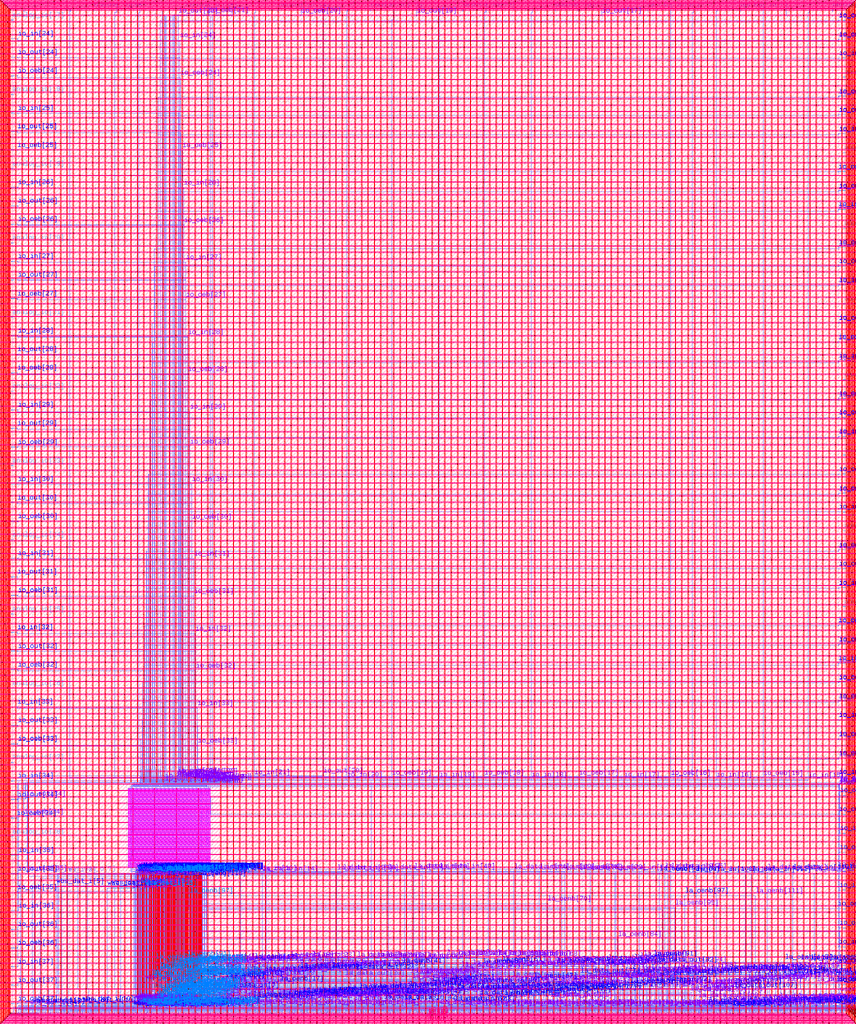
<source format=lef>
VERSION 5.7 ;
  NOWIREEXTENSIONATPIN ON ;
  DIVIDERCHAR "/" ;
  BUSBITCHARS "[]" ;
MACRO user_project_wrapper
  CLASS BLOCK ;
  FOREIGN user_project_wrapper ;
  ORIGIN 0.000 0.000 ;
  SIZE 2920.000 BY 3520.000 ;
  PIN analog_io[0]
    DIRECTION INOUT ;
    USE SIGNAL ;
    PORT
      LAYER met3 ;
        RECT 2917.600 1426.380 2924.800 1427.580 ;
    END
  END analog_io[0]
  PIN analog_io[10]
    DIRECTION INOUT ;
    USE SIGNAL ;
    PORT
      LAYER met2 ;
        RECT 2230.490 3517.600 2231.050 3524.800 ;
    END
  END analog_io[10]
  PIN analog_io[11]
    DIRECTION INOUT ;
    USE SIGNAL ;
    PORT
      LAYER met2 ;
        RECT 1905.730 3517.600 1906.290 3524.800 ;
    END
  END analog_io[11]
  PIN analog_io[12]
    DIRECTION INOUT ;
    USE SIGNAL ;
    PORT
      LAYER met2 ;
        RECT 1581.430 3517.600 1581.990 3524.800 ;
    END
  END analog_io[12]
  PIN analog_io[13]
    DIRECTION INOUT ;
    USE SIGNAL ;
    PORT
      LAYER met2 ;
        RECT 1257.130 3517.600 1257.690 3524.800 ;
    END
  END analog_io[13]
  PIN analog_io[14]
    DIRECTION INOUT ;
    USE SIGNAL ;
    PORT
      LAYER met2 ;
        RECT 932.370 3517.600 932.930 3524.800 ;
    END
  END analog_io[14]
  PIN analog_io[15]
    DIRECTION INOUT ;
    USE SIGNAL ;
    PORT
      LAYER met2 ;
        RECT 608.070 3517.600 608.630 3524.800 ;
    END
  END analog_io[15]
  PIN analog_io[16]
    DIRECTION INOUT ;
    USE SIGNAL ;
    PORT
      LAYER met2 ;
        RECT 283.770 3517.600 284.330 3524.800 ;
    END
  END analog_io[16]
  PIN analog_io[17]
    DIRECTION INOUT ;
    USE SIGNAL ;
    PORT
      LAYER met3 ;
        RECT -4.800 3486.100 2.400 3487.300 ;
    END
  END analog_io[17]
  PIN analog_io[18]
    DIRECTION INOUT ;
    USE SIGNAL ;
    PORT
      LAYER met3 ;
        RECT -4.800 3224.980 2.400 3226.180 ;
    END
  END analog_io[18]
  PIN analog_io[19]
    DIRECTION INOUT ;
    USE SIGNAL ;
    PORT
      LAYER met3 ;
        RECT -4.800 2964.540 2.400 2965.740 ;
    END
  END analog_io[19]
  PIN analog_io[1]
    DIRECTION INOUT ;
    USE SIGNAL ;
    PORT
      LAYER met3 ;
        RECT 2917.600 1692.260 2924.800 1693.460 ;
    END
  END analog_io[1]
  PIN analog_io[20]
    DIRECTION INOUT ;
    USE SIGNAL ;
    PORT
      LAYER met3 ;
        RECT -4.800 2703.420 2.400 2704.620 ;
    END
  END analog_io[20]
  PIN analog_io[21]
    DIRECTION INOUT ;
    USE SIGNAL ;
    PORT
      LAYER met3 ;
        RECT -4.800 2442.980 2.400 2444.180 ;
    END
  END analog_io[21]
  PIN analog_io[22]
    DIRECTION INOUT ;
    USE SIGNAL ;
    PORT
      LAYER met3 ;
        RECT -4.800 2182.540 2.400 2183.740 ;
    END
  END analog_io[22]
  PIN analog_io[23]
    DIRECTION INOUT ;
    USE SIGNAL ;
    PORT
      LAYER met3 ;
        RECT -4.800 1921.420 2.400 1922.620 ;
    END
  END analog_io[23]
  PIN analog_io[24]
    DIRECTION INOUT ;
    USE SIGNAL ;
    PORT
      LAYER met3 ;
        RECT -4.800 1660.980 2.400 1662.180 ;
    END
  END analog_io[24]
  PIN analog_io[25]
    DIRECTION INOUT ;
    USE SIGNAL ;
    PORT
      LAYER met3 ;
        RECT -4.800 1399.860 2.400 1401.060 ;
    END
  END analog_io[25]
  PIN analog_io[26]
    DIRECTION INOUT ;
    USE SIGNAL ;
    PORT
      LAYER met3 ;
        RECT -4.800 1139.420 2.400 1140.620 ;
    END
  END analog_io[26]
  PIN analog_io[27]
    DIRECTION INOUT ;
    USE SIGNAL ;
    PORT
      LAYER met3 ;
        RECT -4.800 878.980 2.400 880.180 ;
    END
  END analog_io[27]
  PIN analog_io[28]
    DIRECTION INOUT ;
    USE SIGNAL ;
    PORT
      LAYER met3 ;
        RECT -4.800 617.860 2.400 619.060 ;
    END
  END analog_io[28]
  PIN analog_io[2]
    DIRECTION INOUT ;
    USE SIGNAL ;
    PORT
      LAYER met3 ;
        RECT 2917.600 1958.140 2924.800 1959.340 ;
    END
  END analog_io[2]
  PIN analog_io[3]
    DIRECTION INOUT ;
    USE SIGNAL ;
    PORT
      LAYER met3 ;
        RECT 2917.600 2223.340 2924.800 2224.540 ;
    END
  END analog_io[3]
  PIN analog_io[4]
    DIRECTION INOUT ;
    USE SIGNAL ;
    PORT
      LAYER met3 ;
        RECT 2917.600 2489.220 2924.800 2490.420 ;
    END
  END analog_io[4]
  PIN analog_io[5]
    DIRECTION INOUT ;
    USE SIGNAL ;
    PORT
      LAYER met3 ;
        RECT 2917.600 2755.100 2924.800 2756.300 ;
    END
  END analog_io[5]
  PIN analog_io[6]
    DIRECTION INOUT ;
    USE SIGNAL ;
    PORT
      LAYER met3 ;
        RECT 2917.600 3020.300 2924.800 3021.500 ;
    END
  END analog_io[6]
  PIN analog_io[7]
    DIRECTION INOUT ;
    USE SIGNAL ;
    PORT
      LAYER met3 ;
        RECT 2917.600 3286.180 2924.800 3287.380 ;
    END
  END analog_io[7]
  PIN analog_io[8]
    DIRECTION INOUT ;
    USE SIGNAL ;
    PORT
      LAYER met2 ;
        RECT 2879.090 3517.600 2879.650 3524.800 ;
    END
  END analog_io[8]
  PIN analog_io[9]
    DIRECTION INOUT ;
    USE SIGNAL ;
    PORT
      LAYER met2 ;
        RECT 2554.790 3517.600 2555.350 3524.800 ;
    END
  END analog_io[9]
  PIN io_in[0]
    DIRECTION INPUT ;
    USE SIGNAL ;
    PORT
      LAYER met1 ;
        RECT 420.740 800.600 421.060 800.660 ;
        RECT 2901.290 800.600 2901.610 800.660 ;
        RECT 420.740 800.460 2901.610 800.600 ;
        RECT 420.740 800.400 421.060 800.460 ;
        RECT 2901.290 800.400 2901.610 800.460 ;
      LAYER via ;
        RECT 420.770 800.400 421.030 800.660 ;
        RECT 2901.320 800.400 2901.580 800.660 ;
      LAYER met2 ;
        RECT 420.770 800.370 421.030 800.690 ;
        RECT 2901.320 800.370 2901.580 800.690 ;
        RECT 420.830 800.000 420.970 800.370 ;
        RECT 420.790 796.000 421.070 800.000 ;
        RECT 2901.380 33.165 2901.520 800.370 ;
        RECT 2901.310 32.795 2901.590 33.165 ;
      LAYER via2 ;
        RECT 2901.310 32.840 2901.590 33.120 ;
      LAYER met3 ;
        RECT 2901.285 33.130 2901.615 33.145 ;
        RECT 2917.600 33.130 2924.800 33.580 ;
        RECT 2901.285 32.830 2924.800 33.130 ;
        RECT 2901.285 32.815 2901.615 32.830 ;
        RECT 2917.600 32.380 2924.800 32.830 ;
    END
  END io_in[0]
  PIN io_in[10]
    DIRECTION INPUT ;
    USE SIGNAL ;
    PORT
      LAYER met1 ;
        RECT 489.970 2284.020 490.290 2284.080 ;
        RECT 2900.830 2284.020 2901.150 2284.080 ;
        RECT 489.970 2283.880 2901.150 2284.020 ;
        RECT 489.970 2283.820 490.290 2283.880 ;
        RECT 2900.830 2283.820 2901.150 2283.880 ;
      LAYER via ;
        RECT 490.000 2283.820 490.260 2284.080 ;
        RECT 2900.860 2283.820 2901.120 2284.080 ;
      LAYER met2 ;
        RECT 2900.850 2290.395 2901.130 2290.765 ;
        RECT 2900.920 2284.110 2901.060 2290.395 ;
        RECT 490.000 2283.790 490.260 2284.110 ;
        RECT 2900.860 2283.790 2901.120 2284.110 ;
        RECT 490.060 800.000 490.200 2283.790 ;
        RECT 489.790 799.270 490.200 800.000 ;
        RECT 489.790 796.000 490.070 799.270 ;
      LAYER via2 ;
        RECT 2900.850 2290.440 2901.130 2290.720 ;
      LAYER met3 ;
        RECT 2900.825 2290.730 2901.155 2290.745 ;
        RECT 2917.600 2290.730 2924.800 2291.180 ;
        RECT 2900.825 2290.430 2924.800 2290.730 ;
        RECT 2900.825 2290.415 2901.155 2290.430 ;
        RECT 2917.600 2289.980 2924.800 2290.430 ;
    END
  END io_in[10]
  PIN io_in[11]
    DIRECTION INPUT ;
    USE SIGNAL ;
    PORT
      LAYER met1 ;
        RECT 496.870 2553.300 497.190 2553.360 ;
        RECT 2900.830 2553.300 2901.150 2553.360 ;
        RECT 496.870 2553.160 2901.150 2553.300 ;
        RECT 496.870 2553.100 497.190 2553.160 ;
        RECT 2900.830 2553.100 2901.150 2553.160 ;
      LAYER via ;
        RECT 496.900 2553.100 497.160 2553.360 ;
        RECT 2900.860 2553.100 2901.120 2553.360 ;
      LAYER met2 ;
        RECT 2900.850 2556.275 2901.130 2556.645 ;
        RECT 2900.920 2553.390 2901.060 2556.275 ;
        RECT 496.900 2553.070 497.160 2553.390 ;
        RECT 2900.860 2553.070 2901.120 2553.390 ;
        RECT 496.960 800.000 497.100 2553.070 ;
        RECT 496.690 799.270 497.100 800.000 ;
        RECT 496.690 796.000 496.970 799.270 ;
      LAYER via2 ;
        RECT 2900.850 2556.320 2901.130 2556.600 ;
      LAYER met3 ;
        RECT 2900.825 2556.610 2901.155 2556.625 ;
        RECT 2917.600 2556.610 2924.800 2557.060 ;
        RECT 2900.825 2556.310 2924.800 2556.610 ;
        RECT 2900.825 2556.295 2901.155 2556.310 ;
        RECT 2917.600 2555.860 2924.800 2556.310 ;
    END
  END io_in[11]
  PIN io_in[12]
    DIRECTION INPUT ;
    USE SIGNAL ;
    PORT
      LAYER met1 ;
        RECT 503.770 2815.440 504.090 2815.500 ;
        RECT 2898.990 2815.440 2899.310 2815.500 ;
        RECT 503.770 2815.300 2899.310 2815.440 ;
        RECT 503.770 2815.240 504.090 2815.300 ;
        RECT 2898.990 2815.240 2899.310 2815.300 ;
      LAYER via ;
        RECT 503.800 2815.240 504.060 2815.500 ;
        RECT 2899.020 2815.240 2899.280 2815.500 ;
      LAYER met2 ;
        RECT 2899.010 2821.475 2899.290 2821.845 ;
        RECT 2899.080 2815.530 2899.220 2821.475 ;
        RECT 503.800 2815.210 504.060 2815.530 ;
        RECT 2899.020 2815.210 2899.280 2815.530 ;
        RECT 503.860 800.000 504.000 2815.210 ;
        RECT 503.590 799.270 504.000 800.000 ;
        RECT 503.590 796.000 503.870 799.270 ;
      LAYER via2 ;
        RECT 2899.010 2821.520 2899.290 2821.800 ;
      LAYER met3 ;
        RECT 2898.985 2821.810 2899.315 2821.825 ;
        RECT 2917.600 2821.810 2924.800 2822.260 ;
        RECT 2898.985 2821.510 2924.800 2821.810 ;
        RECT 2898.985 2821.495 2899.315 2821.510 ;
        RECT 2917.600 2821.060 2924.800 2821.510 ;
    END
  END io_in[12]
  PIN io_in[13]
    DIRECTION INPUT ;
    USE SIGNAL ;
    PORT
      LAYER met1 ;
        RECT 510.670 3084.380 510.990 3084.440 ;
        RECT 2900.830 3084.380 2901.150 3084.440 ;
        RECT 510.670 3084.240 2901.150 3084.380 ;
        RECT 510.670 3084.180 510.990 3084.240 ;
        RECT 2900.830 3084.180 2901.150 3084.240 ;
      LAYER via ;
        RECT 510.700 3084.180 510.960 3084.440 ;
        RECT 2900.860 3084.180 2901.120 3084.440 ;
      LAYER met2 ;
        RECT 2900.850 3087.355 2901.130 3087.725 ;
        RECT 2900.920 3084.470 2901.060 3087.355 ;
        RECT 510.700 3084.150 510.960 3084.470 ;
        RECT 2900.860 3084.150 2901.120 3084.470 ;
        RECT 510.760 800.000 510.900 3084.150 ;
        RECT 510.490 799.270 510.900 800.000 ;
        RECT 510.490 796.000 510.770 799.270 ;
      LAYER via2 ;
        RECT 2900.850 3087.400 2901.130 3087.680 ;
      LAYER met3 ;
        RECT 2900.825 3087.690 2901.155 3087.705 ;
        RECT 2917.600 3087.690 2924.800 3088.140 ;
        RECT 2900.825 3087.390 2924.800 3087.690 ;
        RECT 2900.825 3087.375 2901.155 3087.390 ;
        RECT 2917.600 3086.940 2924.800 3087.390 ;
    END
  END io_in[13]
  PIN io_in[14]
    DIRECTION INPUT ;
    USE SIGNAL ;
    PORT
      LAYER met1 ;
        RECT 517.570 3353.660 517.890 3353.720 ;
        RECT 2900.830 3353.660 2901.150 3353.720 ;
        RECT 517.570 3353.520 2901.150 3353.660 ;
        RECT 517.570 3353.460 517.890 3353.520 ;
        RECT 2900.830 3353.460 2901.150 3353.520 ;
      LAYER via ;
        RECT 517.600 3353.460 517.860 3353.720 ;
        RECT 2900.860 3353.460 2901.120 3353.720 ;
      LAYER met2 ;
        RECT 517.600 3353.430 517.860 3353.750 ;
        RECT 2900.860 3353.605 2901.120 3353.750 ;
        RECT 517.660 800.000 517.800 3353.430 ;
        RECT 2900.850 3353.235 2901.130 3353.605 ;
        RECT 517.390 799.270 517.800 800.000 ;
        RECT 517.390 796.000 517.670 799.270 ;
      LAYER via2 ;
        RECT 2900.850 3353.280 2901.130 3353.560 ;
      LAYER met3 ;
        RECT 2900.825 3353.570 2901.155 3353.585 ;
        RECT 2917.600 3353.570 2924.800 3354.020 ;
        RECT 2900.825 3353.270 2924.800 3353.570 ;
        RECT 2900.825 3353.255 2901.155 3353.270 ;
        RECT 2917.600 3352.820 2924.800 3353.270 ;
    END
  END io_in[14]
  PIN io_in[15]
    DIRECTION INPUT ;
    USE SIGNAL ;
    PORT
      LAYER met1 ;
        RECT 524.470 817.600 524.790 817.660 ;
        RECT 2794.570 817.600 2794.890 817.660 ;
        RECT 524.470 817.460 2794.890 817.600 ;
        RECT 524.470 817.400 524.790 817.460 ;
        RECT 2794.570 817.400 2794.890 817.460 ;
      LAYER via ;
        RECT 524.500 817.400 524.760 817.660 ;
        RECT 2794.600 817.400 2794.860 817.660 ;
      LAYER met2 ;
        RECT 2798.130 3517.600 2798.690 3524.800 ;
        RECT 2798.340 3512.170 2798.480 3517.600 ;
        RECT 2794.660 3512.030 2798.480 3512.170 ;
        RECT 2794.660 817.690 2794.800 3512.030 ;
        RECT 524.500 817.370 524.760 817.690 ;
        RECT 2794.600 817.370 2794.860 817.690 ;
        RECT 524.560 800.000 524.700 817.370 ;
        RECT 524.290 799.270 524.700 800.000 ;
        RECT 524.290 796.000 524.570 799.270 ;
    END
  END io_in[15]
  PIN io_in[16]
    DIRECTION INPUT ;
    USE SIGNAL ;
    PORT
      LAYER met1 ;
        RECT 531.370 817.940 531.690 818.000 ;
        RECT 2470.270 817.940 2470.590 818.000 ;
        RECT 531.370 817.800 2470.590 817.940 ;
        RECT 531.370 817.740 531.690 817.800 ;
        RECT 2470.270 817.740 2470.590 817.800 ;
      LAYER via ;
        RECT 531.400 817.740 531.660 818.000 ;
        RECT 2470.300 817.740 2470.560 818.000 ;
      LAYER met2 ;
        RECT 2470.360 3517.910 2473.260 3518.050 ;
        RECT 2470.360 818.030 2470.500 3517.910 ;
        RECT 2473.120 3517.370 2473.260 3517.910 ;
        RECT 2473.830 3517.600 2474.390 3524.800 ;
        RECT 2474.040 3517.370 2474.180 3517.600 ;
        RECT 2473.120 3517.230 2474.180 3517.370 ;
        RECT 531.400 817.710 531.660 818.030 ;
        RECT 2470.300 817.710 2470.560 818.030 ;
        RECT 531.460 800.000 531.600 817.710 ;
        RECT 531.190 799.270 531.600 800.000 ;
        RECT 531.190 796.000 531.470 799.270 ;
    END
  END io_in[16]
  PIN io_in[17]
    DIRECTION INPUT ;
    USE SIGNAL ;
    PORT
      LAYER met1 ;
        RECT 538.270 818.280 538.590 818.340 ;
        RECT 2145.970 818.280 2146.290 818.340 ;
        RECT 538.270 818.140 2146.290 818.280 ;
        RECT 538.270 818.080 538.590 818.140 ;
        RECT 2145.970 818.080 2146.290 818.140 ;
      LAYER via ;
        RECT 538.300 818.080 538.560 818.340 ;
        RECT 2146.000 818.080 2146.260 818.340 ;
      LAYER met2 ;
        RECT 2146.060 3517.910 2148.500 3518.050 ;
        RECT 2146.060 818.370 2146.200 3517.910 ;
        RECT 2148.360 3517.370 2148.500 3517.910 ;
        RECT 2149.070 3517.600 2149.630 3524.800 ;
        RECT 2149.280 3517.370 2149.420 3517.600 ;
        RECT 2148.360 3517.230 2149.420 3517.370 ;
        RECT 538.300 818.050 538.560 818.370 ;
        RECT 2146.000 818.050 2146.260 818.370 ;
        RECT 538.360 800.000 538.500 818.050 ;
        RECT 538.090 799.270 538.500 800.000 ;
        RECT 538.090 796.000 538.370 799.270 ;
    END
  END io_in[17]
  PIN io_in[18]
    DIRECTION INPUT ;
    USE SIGNAL ;
    PORT
      LAYER met1 ;
        RECT 545.170 818.620 545.490 818.680 ;
        RECT 1821.670 818.620 1821.990 818.680 ;
        RECT 545.170 818.480 1821.990 818.620 ;
        RECT 545.170 818.420 545.490 818.480 ;
        RECT 1821.670 818.420 1821.990 818.480 ;
      LAYER via ;
        RECT 545.200 818.420 545.460 818.680 ;
        RECT 1821.700 818.420 1821.960 818.680 ;
      LAYER met2 ;
        RECT 1824.770 3517.600 1825.330 3524.800 ;
        RECT 1824.980 3512.170 1825.120 3517.600 ;
        RECT 1821.760 3512.030 1825.120 3512.170 ;
        RECT 1821.760 818.710 1821.900 3512.030 ;
        RECT 545.200 818.390 545.460 818.710 ;
        RECT 1821.700 818.390 1821.960 818.710 ;
        RECT 545.260 800.000 545.400 818.390 ;
        RECT 544.990 799.270 545.400 800.000 ;
        RECT 544.990 796.000 545.270 799.270 ;
    END
  END io_in[18]
  PIN io_in[19]
    DIRECTION INPUT ;
    USE SIGNAL ;
    PORT
      LAYER met1 ;
        RECT 552.070 818.960 552.390 819.020 ;
        RECT 1497.370 818.960 1497.690 819.020 ;
        RECT 552.070 818.820 1497.690 818.960 ;
        RECT 552.070 818.760 552.390 818.820 ;
        RECT 1497.370 818.760 1497.690 818.820 ;
      LAYER via ;
        RECT 552.100 818.760 552.360 819.020 ;
        RECT 1497.400 818.760 1497.660 819.020 ;
      LAYER met2 ;
        RECT 1497.460 3517.910 1499.900 3518.050 ;
        RECT 1497.460 819.050 1497.600 3517.910 ;
        RECT 1499.760 3517.370 1499.900 3517.910 ;
        RECT 1500.470 3517.600 1501.030 3524.800 ;
        RECT 1500.680 3517.370 1500.820 3517.600 ;
        RECT 1499.760 3517.230 1500.820 3517.370 ;
        RECT 552.100 818.730 552.360 819.050 ;
        RECT 1497.400 818.730 1497.660 819.050 ;
        RECT 552.160 800.000 552.300 818.730 ;
        RECT 551.890 799.270 552.300 800.000 ;
        RECT 551.890 796.000 552.170 799.270 ;
    END
  END io_in[19]
  PIN io_in[1]
    DIRECTION INPUT ;
    USE SIGNAL ;
    PORT
      LAYER met1 ;
        RECT 429.250 800.940 429.570 801.000 ;
        RECT 2902.210 800.940 2902.530 801.000 ;
        RECT 429.250 800.800 2902.530 800.940 ;
        RECT 429.250 800.740 429.570 800.800 ;
        RECT 2902.210 800.740 2902.530 800.800 ;
      LAYER via ;
        RECT 429.280 800.740 429.540 801.000 ;
        RECT 2902.240 800.740 2902.500 801.000 ;
      LAYER met2 ;
        RECT 429.280 800.710 429.540 801.030 ;
        RECT 2902.240 800.710 2902.500 801.030 ;
        RECT 427.690 799.410 427.970 800.000 ;
        RECT 429.340 799.410 429.480 800.710 ;
        RECT 427.690 799.270 429.480 799.410 ;
        RECT 427.690 796.000 427.970 799.270 ;
        RECT 2902.300 231.725 2902.440 800.710 ;
        RECT 2902.230 231.355 2902.510 231.725 ;
      LAYER via2 ;
        RECT 2902.230 231.400 2902.510 231.680 ;
      LAYER met3 ;
        RECT 2902.205 231.690 2902.535 231.705 ;
        RECT 2917.600 231.690 2924.800 232.140 ;
        RECT 2902.205 231.390 2924.800 231.690 ;
        RECT 2902.205 231.375 2902.535 231.390 ;
        RECT 2917.600 230.940 2924.800 231.390 ;
    END
  END io_in[1]
  PIN io_in[20]
    DIRECTION INPUT ;
    USE SIGNAL ;
    PORT
      LAYER met1 ;
        RECT 558.970 819.300 559.290 819.360 ;
        RECT 1173.070 819.300 1173.390 819.360 ;
        RECT 558.970 819.160 1173.390 819.300 ;
        RECT 558.970 819.100 559.290 819.160 ;
        RECT 1173.070 819.100 1173.390 819.160 ;
      LAYER via ;
        RECT 559.000 819.100 559.260 819.360 ;
        RECT 1173.100 819.100 1173.360 819.360 ;
      LAYER met2 ;
        RECT 1173.160 3517.910 1175.140 3518.050 ;
        RECT 1173.160 819.390 1173.300 3517.910 ;
        RECT 1175.000 3517.370 1175.140 3517.910 ;
        RECT 1175.710 3517.600 1176.270 3524.800 ;
        RECT 1175.920 3517.370 1176.060 3517.600 ;
        RECT 1175.000 3517.230 1176.060 3517.370 ;
        RECT 559.000 819.070 559.260 819.390 ;
        RECT 1173.100 819.070 1173.360 819.390 ;
        RECT 559.060 800.000 559.200 819.070 ;
        RECT 558.790 799.270 559.200 800.000 ;
        RECT 558.790 796.000 559.070 799.270 ;
    END
  END io_in[20]
  PIN io_in[21]
    DIRECTION INPUT ;
    USE SIGNAL ;
    PORT
      LAYER met1 ;
        RECT 565.870 826.440 566.190 826.500 ;
        RECT 848.770 826.440 849.090 826.500 ;
        RECT 565.870 826.300 849.090 826.440 ;
        RECT 565.870 826.240 566.190 826.300 ;
        RECT 848.770 826.240 849.090 826.300 ;
      LAYER via ;
        RECT 565.900 826.240 566.160 826.500 ;
        RECT 848.800 826.240 849.060 826.500 ;
      LAYER met2 ;
        RECT 851.410 3517.600 851.970 3524.800 ;
        RECT 851.620 3512.170 851.760 3517.600 ;
        RECT 848.860 3512.030 851.760 3512.170 ;
        RECT 848.860 826.530 849.000 3512.030 ;
        RECT 565.900 826.210 566.160 826.530 ;
        RECT 848.800 826.210 849.060 826.530 ;
        RECT 565.960 800.000 566.100 826.210 ;
        RECT 565.690 799.270 566.100 800.000 ;
        RECT 565.690 796.000 565.970 799.270 ;
    END
  END io_in[21]
  PIN io_in[22]
    DIRECTION INPUT ;
    USE SIGNAL ;
    PORT
      LAYER met1 ;
        RECT 524.470 819.640 524.790 819.700 ;
        RECT 572.770 819.640 573.090 819.700 ;
        RECT 524.470 819.500 573.090 819.640 ;
        RECT 524.470 819.440 524.790 819.500 ;
        RECT 572.770 819.440 573.090 819.500 ;
      LAYER via ;
        RECT 524.500 819.440 524.760 819.700 ;
        RECT 572.800 819.440 573.060 819.700 ;
      LAYER met2 ;
        RECT 524.560 3517.910 526.540 3518.050 ;
        RECT 524.560 819.730 524.700 3517.910 ;
        RECT 526.400 3517.370 526.540 3517.910 ;
        RECT 527.110 3517.600 527.670 3524.800 ;
        RECT 527.320 3517.370 527.460 3517.600 ;
        RECT 526.400 3517.230 527.460 3517.370 ;
        RECT 524.500 819.410 524.760 819.730 ;
        RECT 572.800 819.410 573.060 819.730 ;
        RECT 572.860 800.000 573.000 819.410 ;
        RECT 572.590 799.270 573.000 800.000 ;
        RECT 572.590 796.000 572.870 799.270 ;
    END
  END io_in[22]
  PIN io_in[23]
    DIRECTION INPUT ;
    USE SIGNAL ;
    PORT
      LAYER met1 ;
        RECT 200.170 826.100 200.490 826.160 ;
        RECT 579.670 826.100 579.990 826.160 ;
        RECT 200.170 825.960 579.990 826.100 ;
        RECT 200.170 825.900 200.490 825.960 ;
        RECT 579.670 825.900 579.990 825.960 ;
      LAYER via ;
        RECT 200.200 825.900 200.460 826.160 ;
        RECT 579.700 825.900 579.960 826.160 ;
      LAYER met2 ;
        RECT 200.260 3517.910 201.780 3518.050 ;
        RECT 200.260 826.190 200.400 3517.910 ;
        RECT 201.640 3517.370 201.780 3517.910 ;
        RECT 202.350 3517.600 202.910 3524.800 ;
        RECT 202.560 3517.370 202.700 3517.600 ;
        RECT 201.640 3517.230 202.700 3517.370 ;
        RECT 200.200 825.870 200.460 826.190 ;
        RECT 579.700 825.870 579.960 826.190 ;
        RECT 579.760 800.000 579.900 825.870 ;
        RECT 579.490 799.270 579.900 800.000 ;
        RECT 579.490 796.000 579.770 799.270 ;
    END
  END io_in[23]
  PIN io_in[24]
    DIRECTION INPUT ;
    USE SIGNAL ;
    PORT
      LAYER met1 ;
        RECT 17.090 3416.220 17.410 3416.280 ;
        RECT 586.570 3416.220 586.890 3416.280 ;
        RECT 17.090 3416.080 586.890 3416.220 ;
        RECT 17.090 3416.020 17.410 3416.080 ;
        RECT 586.570 3416.020 586.890 3416.080 ;
      LAYER via ;
        RECT 17.120 3416.020 17.380 3416.280 ;
        RECT 586.600 3416.020 586.860 3416.280 ;
      LAYER met2 ;
        RECT 17.110 3421.235 17.390 3421.605 ;
        RECT 17.180 3416.310 17.320 3421.235 ;
        RECT 17.120 3415.990 17.380 3416.310 ;
        RECT 586.600 3415.990 586.860 3416.310 ;
        RECT 586.660 800.000 586.800 3415.990 ;
        RECT 586.390 799.270 586.800 800.000 ;
        RECT 586.390 796.000 586.670 799.270 ;
      LAYER via2 ;
        RECT 17.110 3421.280 17.390 3421.560 ;
      LAYER met3 ;
        RECT -4.800 3421.570 2.400 3422.020 ;
        RECT 17.085 3421.570 17.415 3421.585 ;
        RECT -4.800 3421.270 17.415 3421.570 ;
        RECT -4.800 3420.820 2.400 3421.270 ;
        RECT 17.085 3421.255 17.415 3421.270 ;
    END
  END io_in[24]
  PIN io_in[25]
    DIRECTION INPUT ;
    USE SIGNAL ;
    PORT
      LAYER met1 ;
        RECT 17.090 3160.540 17.410 3160.600 ;
        RECT 582.890 3160.540 583.210 3160.600 ;
        RECT 17.090 3160.400 583.210 3160.540 ;
        RECT 17.090 3160.340 17.410 3160.400 ;
        RECT 582.890 3160.340 583.210 3160.400 ;
        RECT 582.890 820.660 583.210 820.720 ;
        RECT 593.470 820.660 593.790 820.720 ;
        RECT 582.890 820.520 593.790 820.660 ;
        RECT 582.890 820.460 583.210 820.520 ;
        RECT 593.470 820.460 593.790 820.520 ;
      LAYER via ;
        RECT 17.120 3160.340 17.380 3160.600 ;
        RECT 582.920 3160.340 583.180 3160.600 ;
        RECT 582.920 820.460 583.180 820.720 ;
        RECT 593.500 820.460 593.760 820.720 ;
      LAYER met2 ;
        RECT 17.120 3160.485 17.380 3160.630 ;
        RECT 17.110 3160.115 17.390 3160.485 ;
        RECT 582.920 3160.310 583.180 3160.630 ;
        RECT 582.980 820.750 583.120 3160.310 ;
        RECT 582.920 820.430 583.180 820.750 ;
        RECT 593.500 820.430 593.760 820.750 ;
        RECT 593.560 800.000 593.700 820.430 ;
        RECT 593.290 799.270 593.700 800.000 ;
        RECT 593.290 796.000 593.570 799.270 ;
      LAYER via2 ;
        RECT 17.110 3160.160 17.390 3160.440 ;
      LAYER met3 ;
        RECT -4.800 3160.450 2.400 3160.900 ;
        RECT 17.085 3160.450 17.415 3160.465 ;
        RECT -4.800 3160.150 17.415 3160.450 ;
        RECT -4.800 3159.700 2.400 3160.150 ;
        RECT 17.085 3160.135 17.415 3160.150 ;
    END
  END io_in[25]
  PIN io_in[26]
    DIRECTION INPUT ;
    USE SIGNAL ;
    PORT
      LAYER met1 ;
        RECT 16.630 2898.400 16.950 2898.460 ;
        RECT 600.370 2898.400 600.690 2898.460 ;
        RECT 16.630 2898.260 600.690 2898.400 ;
        RECT 16.630 2898.200 16.950 2898.260 ;
        RECT 600.370 2898.200 600.690 2898.260 ;
      LAYER via ;
        RECT 16.660 2898.200 16.920 2898.460 ;
        RECT 600.400 2898.200 600.660 2898.460 ;
      LAYER met2 ;
        RECT 16.650 2899.675 16.930 2900.045 ;
        RECT 16.720 2898.490 16.860 2899.675 ;
        RECT 16.660 2898.170 16.920 2898.490 ;
        RECT 600.400 2898.170 600.660 2898.490 ;
        RECT 600.460 800.000 600.600 2898.170 ;
        RECT 600.190 799.270 600.600 800.000 ;
        RECT 600.190 796.000 600.470 799.270 ;
      LAYER via2 ;
        RECT 16.650 2899.720 16.930 2900.000 ;
      LAYER met3 ;
        RECT -4.800 2900.010 2.400 2900.460 ;
        RECT 16.625 2900.010 16.955 2900.025 ;
        RECT -4.800 2899.710 16.955 2900.010 ;
        RECT -4.800 2899.260 2.400 2899.710 ;
        RECT 16.625 2899.695 16.955 2899.710 ;
    END
  END io_in[26]
  PIN io_in[27]
    DIRECTION INPUT ;
    USE SIGNAL ;
    PORT
      LAYER met1 ;
        RECT 17.090 2635.920 17.410 2635.980 ;
        RECT 607.270 2635.920 607.590 2635.980 ;
        RECT 17.090 2635.780 607.590 2635.920 ;
        RECT 17.090 2635.720 17.410 2635.780 ;
        RECT 607.270 2635.720 607.590 2635.780 ;
      LAYER via ;
        RECT 17.120 2635.720 17.380 2635.980 ;
        RECT 607.300 2635.720 607.560 2635.980 ;
      LAYER met2 ;
        RECT 17.110 2639.235 17.390 2639.605 ;
        RECT 17.180 2636.010 17.320 2639.235 ;
        RECT 17.120 2635.690 17.380 2636.010 ;
        RECT 607.300 2635.690 607.560 2636.010 ;
        RECT 607.360 800.000 607.500 2635.690 ;
        RECT 607.090 799.270 607.500 800.000 ;
        RECT 607.090 796.000 607.370 799.270 ;
      LAYER via2 ;
        RECT 17.110 2639.280 17.390 2639.560 ;
      LAYER met3 ;
        RECT -4.800 2639.570 2.400 2640.020 ;
        RECT 17.085 2639.570 17.415 2639.585 ;
        RECT -4.800 2639.270 17.415 2639.570 ;
        RECT -4.800 2638.820 2.400 2639.270 ;
        RECT 17.085 2639.255 17.415 2639.270 ;
    END
  END io_in[27]
  PIN io_in[28]
    DIRECTION INPUT ;
    USE SIGNAL ;
    PORT
      LAYER met1 ;
        RECT 17.090 2373.780 17.410 2373.840 ;
        RECT 614.170 2373.780 614.490 2373.840 ;
        RECT 17.090 2373.640 614.490 2373.780 ;
        RECT 17.090 2373.580 17.410 2373.640 ;
        RECT 614.170 2373.580 614.490 2373.640 ;
      LAYER via ;
        RECT 17.120 2373.580 17.380 2373.840 ;
        RECT 614.200 2373.580 614.460 2373.840 ;
      LAYER met2 ;
        RECT 17.110 2378.115 17.390 2378.485 ;
        RECT 17.180 2373.870 17.320 2378.115 ;
        RECT 17.120 2373.550 17.380 2373.870 ;
        RECT 614.200 2373.550 614.460 2373.870 ;
        RECT 614.260 800.000 614.400 2373.550 ;
        RECT 613.990 799.270 614.400 800.000 ;
        RECT 613.990 796.000 614.270 799.270 ;
      LAYER via2 ;
        RECT 17.110 2378.160 17.390 2378.440 ;
      LAYER met3 ;
        RECT -4.800 2378.450 2.400 2378.900 ;
        RECT 17.085 2378.450 17.415 2378.465 ;
        RECT -4.800 2378.150 17.415 2378.450 ;
        RECT -4.800 2377.700 2.400 2378.150 ;
        RECT 17.085 2378.135 17.415 2378.150 ;
    END
  END io_in[28]
  PIN io_in[29]
    DIRECTION INPUT ;
    USE SIGNAL ;
    PORT
      LAYER met1 ;
        RECT 17.090 2111.640 17.410 2111.700 ;
        RECT 621.070 2111.640 621.390 2111.700 ;
        RECT 17.090 2111.500 621.390 2111.640 ;
        RECT 17.090 2111.440 17.410 2111.500 ;
        RECT 621.070 2111.440 621.390 2111.500 ;
      LAYER via ;
        RECT 17.120 2111.440 17.380 2111.700 ;
        RECT 621.100 2111.440 621.360 2111.700 ;
      LAYER met2 ;
        RECT 17.110 2117.675 17.390 2118.045 ;
        RECT 17.180 2111.730 17.320 2117.675 ;
        RECT 17.120 2111.410 17.380 2111.730 ;
        RECT 621.100 2111.410 621.360 2111.730 ;
        RECT 621.160 800.000 621.300 2111.410 ;
        RECT 620.890 799.270 621.300 800.000 ;
        RECT 620.890 796.000 621.170 799.270 ;
      LAYER via2 ;
        RECT 17.110 2117.720 17.390 2118.000 ;
      LAYER met3 ;
        RECT -4.800 2118.010 2.400 2118.460 ;
        RECT 17.085 2118.010 17.415 2118.025 ;
        RECT -4.800 2117.710 17.415 2118.010 ;
        RECT -4.800 2117.260 2.400 2117.710 ;
        RECT 17.085 2117.695 17.415 2117.710 ;
    END
  END io_in[29]
  PIN io_in[2]
    DIRECTION INPUT ;
    USE SIGNAL ;
    PORT
      LAYER met1 ;
        RECT 436.150 801.280 436.470 801.340 ;
        RECT 2903.130 801.280 2903.450 801.340 ;
        RECT 436.150 801.140 2903.450 801.280 ;
        RECT 436.150 801.080 436.470 801.140 ;
        RECT 2903.130 801.080 2903.450 801.140 ;
      LAYER via ;
        RECT 436.180 801.080 436.440 801.340 ;
        RECT 2903.160 801.080 2903.420 801.340 ;
      LAYER met2 ;
        RECT 436.180 801.050 436.440 801.370 ;
        RECT 2903.160 801.050 2903.420 801.370 ;
        RECT 434.590 799.410 434.870 800.000 ;
        RECT 436.240 799.410 436.380 801.050 ;
        RECT 434.590 799.270 436.380 799.410 ;
        RECT 434.590 796.000 434.870 799.270 ;
        RECT 2903.220 430.965 2903.360 801.050 ;
        RECT 2903.150 430.595 2903.430 430.965 ;
      LAYER via2 ;
        RECT 2903.150 430.640 2903.430 430.920 ;
      LAYER met3 ;
        RECT 2903.125 430.930 2903.455 430.945 ;
        RECT 2917.600 430.930 2924.800 431.380 ;
        RECT 2903.125 430.630 2924.800 430.930 ;
        RECT 2903.125 430.615 2903.455 430.630 ;
        RECT 2917.600 430.180 2924.800 430.630 ;
    END
  END io_in[2]
  PIN io_in[30]
    DIRECTION INPUT ;
    USE SIGNAL ;
    PORT
      LAYER met1 ;
        RECT 17.090 1856.300 17.410 1856.360 ;
        RECT 627.970 1856.300 628.290 1856.360 ;
        RECT 17.090 1856.160 628.290 1856.300 ;
        RECT 17.090 1856.100 17.410 1856.160 ;
        RECT 627.970 1856.100 628.290 1856.160 ;
      LAYER via ;
        RECT 17.120 1856.100 17.380 1856.360 ;
        RECT 628.000 1856.100 628.260 1856.360 ;
      LAYER met2 ;
        RECT 17.110 1856.555 17.390 1856.925 ;
        RECT 17.180 1856.390 17.320 1856.555 ;
        RECT 17.120 1856.070 17.380 1856.390 ;
        RECT 628.000 1856.070 628.260 1856.390 ;
        RECT 628.060 800.000 628.200 1856.070 ;
        RECT 627.790 799.270 628.200 800.000 ;
        RECT 627.790 796.000 628.070 799.270 ;
      LAYER via2 ;
        RECT 17.110 1856.600 17.390 1856.880 ;
      LAYER met3 ;
        RECT -4.800 1856.890 2.400 1857.340 ;
        RECT 17.085 1856.890 17.415 1856.905 ;
        RECT -4.800 1856.590 17.415 1856.890 ;
        RECT -4.800 1856.140 2.400 1856.590 ;
        RECT 17.085 1856.575 17.415 1856.590 ;
    END
  END io_in[30]
  PIN io_in[31]
    DIRECTION INPUT ;
    USE SIGNAL ;
    PORT
      LAYER met1 ;
        RECT 17.090 1594.160 17.410 1594.220 ;
        RECT 634.870 1594.160 635.190 1594.220 ;
        RECT 17.090 1594.020 635.190 1594.160 ;
        RECT 17.090 1593.960 17.410 1594.020 ;
        RECT 634.870 1593.960 635.190 1594.020 ;
      LAYER via ;
        RECT 17.120 1593.960 17.380 1594.220 ;
        RECT 634.900 1593.960 635.160 1594.220 ;
      LAYER met2 ;
        RECT 17.110 1596.115 17.390 1596.485 ;
        RECT 17.180 1594.250 17.320 1596.115 ;
        RECT 17.120 1593.930 17.380 1594.250 ;
        RECT 634.900 1593.930 635.160 1594.250 ;
        RECT 634.960 800.000 635.100 1593.930 ;
        RECT 634.690 799.270 635.100 800.000 ;
        RECT 634.690 796.000 634.970 799.270 ;
      LAYER via2 ;
        RECT 17.110 1596.160 17.390 1596.440 ;
      LAYER met3 ;
        RECT -4.800 1596.450 2.400 1596.900 ;
        RECT 17.085 1596.450 17.415 1596.465 ;
        RECT -4.800 1596.150 17.415 1596.450 ;
        RECT -4.800 1595.700 2.400 1596.150 ;
        RECT 17.085 1596.135 17.415 1596.150 ;
    END
  END io_in[31]
  PIN io_in[32]
    DIRECTION INPUT ;
    USE SIGNAL ;
    PORT
      LAYER met1 ;
        RECT 15.250 1332.020 15.570 1332.080 ;
        RECT 641.770 1332.020 642.090 1332.080 ;
        RECT 15.250 1331.880 642.090 1332.020 ;
        RECT 15.250 1331.820 15.570 1331.880 ;
        RECT 641.770 1331.820 642.090 1331.880 ;
      LAYER via ;
        RECT 15.280 1331.820 15.540 1332.080 ;
        RECT 641.800 1331.820 642.060 1332.080 ;
      LAYER met2 ;
        RECT 15.270 1335.675 15.550 1336.045 ;
        RECT 15.340 1332.110 15.480 1335.675 ;
        RECT 15.280 1331.790 15.540 1332.110 ;
        RECT 641.800 1331.790 642.060 1332.110 ;
        RECT 641.860 800.000 642.000 1331.790 ;
        RECT 641.590 799.270 642.000 800.000 ;
        RECT 641.590 796.000 641.870 799.270 ;
      LAYER via2 ;
        RECT 15.270 1335.720 15.550 1336.000 ;
      LAYER met3 ;
        RECT -4.800 1336.010 2.400 1336.460 ;
        RECT 15.245 1336.010 15.575 1336.025 ;
        RECT -4.800 1335.710 15.575 1336.010 ;
        RECT -4.800 1335.260 2.400 1335.710 ;
        RECT 15.245 1335.695 15.575 1335.710 ;
    END
  END io_in[32]
  PIN io_in[33]
    DIRECTION INPUT ;
    USE SIGNAL ;
    PORT
      LAYER met1 ;
        RECT 15.710 1069.880 16.030 1069.940 ;
        RECT 648.670 1069.880 648.990 1069.940 ;
        RECT 15.710 1069.740 648.990 1069.880 ;
        RECT 15.710 1069.680 16.030 1069.740 ;
        RECT 648.670 1069.680 648.990 1069.740 ;
      LAYER via ;
        RECT 15.740 1069.680 16.000 1069.940 ;
        RECT 648.700 1069.680 648.960 1069.940 ;
      LAYER met2 ;
        RECT 15.730 1074.555 16.010 1074.925 ;
        RECT 15.800 1069.970 15.940 1074.555 ;
        RECT 15.740 1069.650 16.000 1069.970 ;
        RECT 648.700 1069.650 648.960 1069.970 ;
        RECT 648.760 800.000 648.900 1069.650 ;
        RECT 648.490 799.270 648.900 800.000 ;
        RECT 648.490 796.000 648.770 799.270 ;
      LAYER via2 ;
        RECT 15.730 1074.600 16.010 1074.880 ;
      LAYER met3 ;
        RECT -4.800 1074.890 2.400 1075.340 ;
        RECT 15.705 1074.890 16.035 1074.905 ;
        RECT -4.800 1074.590 16.035 1074.890 ;
        RECT -4.800 1074.140 2.400 1074.590 ;
        RECT 15.705 1074.575 16.035 1074.590 ;
    END
  END io_in[33]
  PIN io_in[34]
    DIRECTION INPUT ;
    USE SIGNAL ;
    PORT
      LAYER met1 ;
        RECT 17.090 814.540 17.410 814.600 ;
        RECT 655.570 814.540 655.890 814.600 ;
        RECT 17.090 814.400 655.890 814.540 ;
        RECT 17.090 814.340 17.410 814.400 ;
        RECT 655.570 814.340 655.890 814.400 ;
      LAYER via ;
        RECT 17.120 814.340 17.380 814.600 ;
        RECT 655.600 814.340 655.860 814.600 ;
      LAYER met2 ;
        RECT 17.120 814.485 17.380 814.630 ;
        RECT 17.110 814.115 17.390 814.485 ;
        RECT 655.600 814.310 655.860 814.630 ;
        RECT 655.660 800.000 655.800 814.310 ;
        RECT 655.390 799.270 655.800 800.000 ;
        RECT 655.390 796.000 655.670 799.270 ;
      LAYER via2 ;
        RECT 17.110 814.160 17.390 814.440 ;
      LAYER met3 ;
        RECT -4.800 814.450 2.400 814.900 ;
        RECT 17.085 814.450 17.415 814.465 ;
        RECT -4.800 814.150 17.415 814.450 ;
        RECT -4.800 813.700 2.400 814.150 ;
        RECT 17.085 814.135 17.415 814.150 ;
    END
  END io_in[34]
  PIN io_in[35]
    DIRECTION INPUT ;
    USE SIGNAL ;
    PORT
      LAYER met1 ;
        RECT 18.930 802.980 19.250 803.040 ;
        RECT 662.470 802.980 662.790 803.040 ;
        RECT 18.930 802.840 662.790 802.980 ;
        RECT 18.930 802.780 19.250 802.840 ;
        RECT 662.470 802.780 662.790 802.840 ;
      LAYER via ;
        RECT 18.960 802.780 19.220 803.040 ;
        RECT 662.500 802.780 662.760 803.040 ;
      LAYER met2 ;
        RECT 18.960 802.750 19.220 803.070 ;
        RECT 662.500 802.750 662.760 803.070 ;
        RECT 19.020 553.365 19.160 802.750 ;
        RECT 662.560 800.000 662.700 802.750 ;
        RECT 662.290 799.270 662.700 800.000 ;
        RECT 662.290 796.000 662.570 799.270 ;
        RECT 18.950 552.995 19.230 553.365 ;
      LAYER via2 ;
        RECT 18.950 553.040 19.230 553.320 ;
      LAYER met3 ;
        RECT -4.800 553.330 2.400 553.780 ;
        RECT 18.925 553.330 19.255 553.345 ;
        RECT -4.800 553.030 19.255 553.330 ;
        RECT -4.800 552.580 2.400 553.030 ;
        RECT 18.925 553.015 19.255 553.030 ;
    END
  END io_in[35]
  PIN io_in[36]
    DIRECTION INPUT ;
    USE SIGNAL ;
    PORT
      LAYER met1 ;
        RECT 18.470 802.640 18.790 802.700 ;
        RECT 669.370 802.640 669.690 802.700 ;
        RECT 18.470 802.500 669.690 802.640 ;
        RECT 18.470 802.440 18.790 802.500 ;
        RECT 669.370 802.440 669.690 802.500 ;
      LAYER via ;
        RECT 18.500 802.440 18.760 802.700 ;
        RECT 669.400 802.440 669.660 802.700 ;
      LAYER met2 ;
        RECT 18.500 802.410 18.760 802.730 ;
        RECT 669.400 802.410 669.660 802.730 ;
        RECT 18.560 358.205 18.700 802.410 ;
        RECT 669.460 800.000 669.600 802.410 ;
        RECT 669.190 799.270 669.600 800.000 ;
        RECT 669.190 796.000 669.470 799.270 ;
        RECT 18.490 357.835 18.770 358.205 ;
      LAYER via2 ;
        RECT 18.490 357.880 18.770 358.160 ;
      LAYER met3 ;
        RECT -4.800 358.170 2.400 358.620 ;
        RECT 18.465 358.170 18.795 358.185 ;
        RECT -4.800 357.870 18.795 358.170 ;
        RECT -4.800 357.420 2.400 357.870 ;
        RECT 18.465 357.855 18.795 357.870 ;
    END
  END io_in[36]
  PIN io_in[37]
    DIRECTION INPUT ;
    USE SIGNAL ;
    PORT
      LAYER met1 ;
        RECT 17.090 801.960 17.410 802.020 ;
        RECT 676.270 801.960 676.590 802.020 ;
        RECT 17.090 801.820 676.590 801.960 ;
        RECT 17.090 801.760 17.410 801.820 ;
        RECT 676.270 801.760 676.590 801.820 ;
      LAYER via ;
        RECT 17.120 801.760 17.380 802.020 ;
        RECT 676.300 801.760 676.560 802.020 ;
      LAYER met2 ;
        RECT 17.120 801.730 17.380 802.050 ;
        RECT 676.300 801.730 676.560 802.050 ;
        RECT 17.180 162.365 17.320 801.730 ;
        RECT 676.360 800.000 676.500 801.730 ;
        RECT 676.090 799.270 676.500 800.000 ;
        RECT 676.090 796.000 676.370 799.270 ;
        RECT 17.110 161.995 17.390 162.365 ;
      LAYER via2 ;
        RECT 17.110 162.040 17.390 162.320 ;
      LAYER met3 ;
        RECT -4.800 162.330 2.400 162.780 ;
        RECT 17.085 162.330 17.415 162.345 ;
        RECT -4.800 162.030 17.415 162.330 ;
        RECT -4.800 161.580 2.400 162.030 ;
        RECT 17.085 162.015 17.415 162.030 ;
    END
  END io_in[37]
  PIN io_in[3]
    DIRECTION INPUT ;
    USE SIGNAL ;
    PORT
      LAYER met1 ;
        RECT 443.050 801.620 443.370 801.680 ;
        RECT 2904.050 801.620 2904.370 801.680 ;
        RECT 443.050 801.480 2904.370 801.620 ;
        RECT 443.050 801.420 443.370 801.480 ;
        RECT 2904.050 801.420 2904.370 801.480 ;
      LAYER via ;
        RECT 443.080 801.420 443.340 801.680 ;
        RECT 2904.080 801.420 2904.340 801.680 ;
      LAYER met2 ;
        RECT 443.080 801.390 443.340 801.710 ;
        RECT 2904.080 801.390 2904.340 801.710 ;
        RECT 441.490 799.410 441.770 800.000 ;
        RECT 443.140 799.410 443.280 801.390 ;
        RECT 441.490 799.270 443.280 799.410 ;
        RECT 441.490 796.000 441.770 799.270 ;
        RECT 2904.140 630.205 2904.280 801.390 ;
        RECT 2904.070 629.835 2904.350 630.205 ;
      LAYER via2 ;
        RECT 2904.070 629.880 2904.350 630.160 ;
      LAYER met3 ;
        RECT 2904.045 630.170 2904.375 630.185 ;
        RECT 2917.600 630.170 2924.800 630.620 ;
        RECT 2904.045 629.870 2924.800 630.170 ;
        RECT 2904.045 629.855 2904.375 629.870 ;
        RECT 2917.600 629.420 2924.800 629.870 ;
    END
  END io_in[3]
  PIN io_in[4]
    DIRECTION INPUT ;
    USE SIGNAL ;
    PORT
      LAYER met1 ;
        RECT 448.570 828.140 448.890 828.200 ;
        RECT 2900.830 828.140 2901.150 828.200 ;
        RECT 448.570 828.000 2901.150 828.140 ;
        RECT 448.570 827.940 448.890 828.000 ;
        RECT 2900.830 827.940 2901.150 828.000 ;
      LAYER via ;
        RECT 448.600 827.940 448.860 828.200 ;
        RECT 2900.860 827.940 2901.120 828.200 ;
      LAYER met2 ;
        RECT 2900.850 829.075 2901.130 829.445 ;
        RECT 2900.920 828.230 2901.060 829.075 ;
        RECT 448.600 827.910 448.860 828.230 ;
        RECT 2900.860 827.910 2901.120 828.230 ;
        RECT 448.660 800.000 448.800 827.910 ;
        RECT 448.390 799.270 448.800 800.000 ;
        RECT 448.390 796.000 448.670 799.270 ;
      LAYER via2 ;
        RECT 2900.850 829.120 2901.130 829.400 ;
      LAYER met3 ;
        RECT 2900.825 829.410 2901.155 829.425 ;
        RECT 2917.600 829.410 2924.800 829.860 ;
        RECT 2900.825 829.110 2924.800 829.410 ;
        RECT 2900.825 829.095 2901.155 829.110 ;
        RECT 2917.600 828.660 2924.800 829.110 ;
    END
  END io_in[4]
  PIN io_in[5]
    DIRECTION INPUT ;
    USE SIGNAL ;
    PORT
      LAYER met1 ;
        RECT 455.470 1028.400 455.790 1028.460 ;
        RECT 2900.830 1028.400 2901.150 1028.460 ;
        RECT 455.470 1028.260 2901.150 1028.400 ;
        RECT 455.470 1028.200 455.790 1028.260 ;
        RECT 2900.830 1028.200 2901.150 1028.260 ;
      LAYER via ;
        RECT 455.500 1028.200 455.760 1028.460 ;
        RECT 2900.860 1028.200 2901.120 1028.460 ;
      LAYER met2 ;
        RECT 455.500 1028.170 455.760 1028.490 ;
        RECT 2900.850 1028.315 2901.130 1028.685 ;
        RECT 2900.860 1028.170 2901.120 1028.315 ;
        RECT 455.560 800.000 455.700 1028.170 ;
        RECT 455.290 799.270 455.700 800.000 ;
        RECT 455.290 796.000 455.570 799.270 ;
      LAYER via2 ;
        RECT 2900.850 1028.360 2901.130 1028.640 ;
      LAYER met3 ;
        RECT 2900.825 1028.650 2901.155 1028.665 ;
        RECT 2917.600 1028.650 2924.800 1029.100 ;
        RECT 2900.825 1028.350 2924.800 1028.650 ;
        RECT 2900.825 1028.335 2901.155 1028.350 ;
        RECT 2917.600 1027.900 2924.800 1028.350 ;
    END
  END io_in[5]
  PIN io_in[6]
    DIRECTION INPUT ;
    USE SIGNAL ;
    PORT
      LAYER met1 ;
        RECT 462.370 1221.520 462.690 1221.580 ;
        RECT 2898.990 1221.520 2899.310 1221.580 ;
        RECT 462.370 1221.380 2899.310 1221.520 ;
        RECT 462.370 1221.320 462.690 1221.380 ;
        RECT 2898.990 1221.320 2899.310 1221.380 ;
      LAYER via ;
        RECT 462.400 1221.320 462.660 1221.580 ;
        RECT 2899.020 1221.320 2899.280 1221.580 ;
      LAYER met2 ;
        RECT 2899.010 1227.555 2899.290 1227.925 ;
        RECT 2899.080 1221.610 2899.220 1227.555 ;
        RECT 462.400 1221.290 462.660 1221.610 ;
        RECT 2899.020 1221.290 2899.280 1221.610 ;
        RECT 462.460 800.000 462.600 1221.290 ;
        RECT 462.190 799.270 462.600 800.000 ;
        RECT 462.190 796.000 462.470 799.270 ;
      LAYER via2 ;
        RECT 2899.010 1227.600 2899.290 1227.880 ;
      LAYER met3 ;
        RECT 2898.985 1227.890 2899.315 1227.905 ;
        RECT 2917.600 1227.890 2924.800 1228.340 ;
        RECT 2898.985 1227.590 2924.800 1227.890 ;
        RECT 2898.985 1227.575 2899.315 1227.590 ;
        RECT 2917.600 1227.140 2924.800 1227.590 ;
    END
  END io_in[6]
  PIN io_in[7]
    DIRECTION INPUT ;
    USE SIGNAL ;
    PORT
      LAYER met1 ;
        RECT 469.270 1490.800 469.590 1490.860 ;
        RECT 2900.830 1490.800 2901.150 1490.860 ;
        RECT 469.270 1490.660 2901.150 1490.800 ;
        RECT 469.270 1490.600 469.590 1490.660 ;
        RECT 2900.830 1490.600 2901.150 1490.660 ;
      LAYER via ;
        RECT 469.300 1490.600 469.560 1490.860 ;
        RECT 2900.860 1490.600 2901.120 1490.860 ;
      LAYER met2 ;
        RECT 2900.850 1493.435 2901.130 1493.805 ;
        RECT 2900.920 1490.890 2901.060 1493.435 ;
        RECT 469.300 1490.570 469.560 1490.890 ;
        RECT 2900.860 1490.570 2901.120 1490.890 ;
        RECT 469.360 800.000 469.500 1490.570 ;
        RECT 469.090 799.270 469.500 800.000 ;
        RECT 469.090 796.000 469.370 799.270 ;
      LAYER via2 ;
        RECT 2900.850 1493.480 2901.130 1493.760 ;
      LAYER met3 ;
        RECT 2900.825 1493.770 2901.155 1493.785 ;
        RECT 2917.600 1493.770 2924.800 1494.220 ;
        RECT 2900.825 1493.470 2924.800 1493.770 ;
        RECT 2900.825 1493.455 2901.155 1493.470 ;
        RECT 2917.600 1493.020 2924.800 1493.470 ;
    END
  END io_in[7]
  PIN io_in[8]
    DIRECTION INPUT ;
    USE SIGNAL ;
    PORT
      LAYER met1 ;
        RECT 476.170 1759.740 476.490 1759.800 ;
        RECT 2900.830 1759.740 2901.150 1759.800 ;
        RECT 476.170 1759.600 2901.150 1759.740 ;
        RECT 476.170 1759.540 476.490 1759.600 ;
        RECT 2900.830 1759.540 2901.150 1759.600 ;
      LAYER via ;
        RECT 476.200 1759.540 476.460 1759.800 ;
        RECT 2900.860 1759.540 2901.120 1759.800 ;
      LAYER met2 ;
        RECT 476.200 1759.510 476.460 1759.830 ;
        RECT 2900.860 1759.685 2901.120 1759.830 ;
        RECT 476.260 800.000 476.400 1759.510 ;
        RECT 2900.850 1759.315 2901.130 1759.685 ;
        RECT 475.990 799.270 476.400 800.000 ;
        RECT 475.990 796.000 476.270 799.270 ;
      LAYER via2 ;
        RECT 2900.850 1759.360 2901.130 1759.640 ;
      LAYER met3 ;
        RECT 2900.825 1759.650 2901.155 1759.665 ;
        RECT 2917.600 1759.650 2924.800 1760.100 ;
        RECT 2900.825 1759.350 2924.800 1759.650 ;
        RECT 2900.825 1759.335 2901.155 1759.350 ;
        RECT 2917.600 1758.900 2924.800 1759.350 ;
    END
  END io_in[8]
  PIN io_in[9]
    DIRECTION INPUT ;
    USE SIGNAL ;
    PORT
      LAYER met1 ;
        RECT 483.070 2021.880 483.390 2021.940 ;
        RECT 2900.830 2021.880 2901.150 2021.940 ;
        RECT 483.070 2021.740 2901.150 2021.880 ;
        RECT 483.070 2021.680 483.390 2021.740 ;
        RECT 2900.830 2021.680 2901.150 2021.740 ;
      LAYER via ;
        RECT 483.100 2021.680 483.360 2021.940 ;
        RECT 2900.860 2021.680 2901.120 2021.940 ;
      LAYER met2 ;
        RECT 2900.850 2024.515 2901.130 2024.885 ;
        RECT 2900.920 2021.970 2901.060 2024.515 ;
        RECT 483.100 2021.650 483.360 2021.970 ;
        RECT 2900.860 2021.650 2901.120 2021.970 ;
        RECT 483.160 800.000 483.300 2021.650 ;
        RECT 482.890 799.270 483.300 800.000 ;
        RECT 482.890 796.000 483.170 799.270 ;
      LAYER via2 ;
        RECT 2900.850 2024.560 2901.130 2024.840 ;
      LAYER met3 ;
        RECT 2900.825 2024.850 2901.155 2024.865 ;
        RECT 2917.600 2024.850 2924.800 2025.300 ;
        RECT 2900.825 2024.550 2924.800 2024.850 ;
        RECT 2900.825 2024.535 2901.155 2024.550 ;
        RECT 2917.600 2024.100 2924.800 2024.550 ;
    END
  END io_in[9]
  PIN io_oeb[0]
    DIRECTION OUTPUT TRISTATE ;
    USE SIGNAL ;
    PORT
      LAYER met1 ;
        RECT 424.190 796.660 424.510 796.920 ;
        RECT 424.280 793.460 424.420 796.660 ;
        RECT 2901.750 793.800 2902.070 793.860 ;
        RECT 469.130 793.660 2902.070 793.800 ;
        RECT 469.130 793.460 469.270 793.660 ;
        RECT 2901.750 793.600 2902.070 793.660 ;
        RECT 424.280 793.320 469.270 793.460 ;
      LAYER via ;
        RECT 424.220 796.660 424.480 796.920 ;
        RECT 2901.780 793.600 2902.040 793.860 ;
      LAYER met2 ;
        RECT 423.090 796.690 423.370 800.000 ;
        RECT 424.220 796.690 424.480 796.950 ;
        RECT 423.090 796.630 424.480 796.690 ;
        RECT 423.090 796.550 424.420 796.630 ;
        RECT 423.090 796.000 423.370 796.550 ;
        RECT 2901.780 793.570 2902.040 793.890 ;
        RECT 2901.840 165.765 2901.980 793.570 ;
        RECT 2901.770 165.395 2902.050 165.765 ;
      LAYER via2 ;
        RECT 2901.770 165.440 2902.050 165.720 ;
      LAYER met3 ;
        RECT 2901.745 165.730 2902.075 165.745 ;
        RECT 2917.600 165.730 2924.800 166.180 ;
        RECT 2901.745 165.430 2924.800 165.730 ;
        RECT 2901.745 165.415 2902.075 165.430 ;
        RECT 2917.600 164.980 2924.800 165.430 ;
    END
  END io_oeb[0]
  PIN io_oeb[10]
    DIRECTION OUTPUT TRISTATE ;
    USE SIGNAL ;
    PORT
      LAYER met1 ;
        RECT 490.430 2422.060 490.750 2422.120 ;
        RECT 2900.830 2422.060 2901.150 2422.120 ;
        RECT 490.430 2421.920 2901.150 2422.060 ;
        RECT 490.430 2421.860 490.750 2421.920 ;
        RECT 2900.830 2421.860 2901.150 2421.920 ;
      LAYER via ;
        RECT 490.460 2421.860 490.720 2422.120 ;
        RECT 2900.860 2421.860 2901.120 2422.120 ;
      LAYER met2 ;
        RECT 2900.850 2422.995 2901.130 2423.365 ;
        RECT 2900.920 2422.150 2901.060 2422.995 ;
        RECT 490.460 2421.830 490.720 2422.150 ;
        RECT 2900.860 2421.830 2901.120 2422.150 ;
        RECT 490.520 799.410 490.660 2421.830 ;
        RECT 492.090 799.410 492.370 800.000 ;
        RECT 490.520 799.270 492.370 799.410 ;
        RECT 492.090 796.000 492.370 799.270 ;
      LAYER via2 ;
        RECT 2900.850 2423.040 2901.130 2423.320 ;
      LAYER met3 ;
        RECT 2900.825 2423.330 2901.155 2423.345 ;
        RECT 2917.600 2423.330 2924.800 2423.780 ;
        RECT 2900.825 2423.030 2924.800 2423.330 ;
        RECT 2900.825 2423.015 2901.155 2423.030 ;
        RECT 2917.600 2422.580 2924.800 2423.030 ;
    END
  END io_oeb[10]
  PIN io_oeb[11]
    DIRECTION OUTPUT TRISTATE ;
    USE SIGNAL ;
    PORT
      LAYER met1 ;
        RECT 497.330 2684.200 497.650 2684.260 ;
        RECT 2900.830 2684.200 2901.150 2684.260 ;
        RECT 497.330 2684.060 2901.150 2684.200 ;
        RECT 497.330 2684.000 497.650 2684.060 ;
        RECT 2900.830 2684.000 2901.150 2684.060 ;
      LAYER via ;
        RECT 497.360 2684.000 497.620 2684.260 ;
        RECT 2900.860 2684.000 2901.120 2684.260 ;
      LAYER met2 ;
        RECT 2900.850 2688.875 2901.130 2689.245 ;
        RECT 2900.920 2684.290 2901.060 2688.875 ;
        RECT 497.360 2683.970 497.620 2684.290 ;
        RECT 2900.860 2683.970 2901.120 2684.290 ;
        RECT 497.420 799.410 497.560 2683.970 ;
        RECT 498.990 799.410 499.270 800.000 ;
        RECT 497.420 799.270 499.270 799.410 ;
        RECT 498.990 796.000 499.270 799.270 ;
      LAYER via2 ;
        RECT 2900.850 2688.920 2901.130 2689.200 ;
      LAYER met3 ;
        RECT 2900.825 2689.210 2901.155 2689.225 ;
        RECT 2917.600 2689.210 2924.800 2689.660 ;
        RECT 2900.825 2688.910 2924.800 2689.210 ;
        RECT 2900.825 2688.895 2901.155 2688.910 ;
        RECT 2917.600 2688.460 2924.800 2688.910 ;
    END
  END io_oeb[11]
  PIN io_oeb[12]
    DIRECTION OUTPUT TRISTATE ;
    USE SIGNAL ;
    PORT
      LAYER met1 ;
        RECT 504.230 2953.480 504.550 2953.540 ;
        RECT 2898.990 2953.480 2899.310 2953.540 ;
        RECT 504.230 2953.340 2899.310 2953.480 ;
        RECT 504.230 2953.280 504.550 2953.340 ;
        RECT 2898.990 2953.280 2899.310 2953.340 ;
      LAYER via ;
        RECT 504.260 2953.280 504.520 2953.540 ;
        RECT 2899.020 2953.280 2899.280 2953.540 ;
      LAYER met2 ;
        RECT 2899.010 2954.755 2899.290 2955.125 ;
        RECT 2899.080 2953.570 2899.220 2954.755 ;
        RECT 504.260 2953.250 504.520 2953.570 ;
        RECT 2899.020 2953.250 2899.280 2953.570 ;
        RECT 504.320 799.410 504.460 2953.250 ;
        RECT 505.890 799.410 506.170 800.000 ;
        RECT 504.320 799.270 506.170 799.410 ;
        RECT 505.890 796.000 506.170 799.270 ;
      LAYER via2 ;
        RECT 2899.010 2954.800 2899.290 2955.080 ;
      LAYER met3 ;
        RECT 2898.985 2955.090 2899.315 2955.105 ;
        RECT 2917.600 2955.090 2924.800 2955.540 ;
        RECT 2898.985 2954.790 2924.800 2955.090 ;
        RECT 2898.985 2954.775 2899.315 2954.790 ;
        RECT 2917.600 2954.340 2924.800 2954.790 ;
    END
  END io_oeb[12]
  PIN io_oeb[13]
    DIRECTION OUTPUT TRISTATE ;
    USE SIGNAL ;
    PORT
      LAYER met1 ;
        RECT 511.130 3215.620 511.450 3215.680 ;
        RECT 2900.830 3215.620 2901.150 3215.680 ;
        RECT 511.130 3215.480 2901.150 3215.620 ;
        RECT 511.130 3215.420 511.450 3215.480 ;
        RECT 2900.830 3215.420 2901.150 3215.480 ;
      LAYER via ;
        RECT 511.160 3215.420 511.420 3215.680 ;
        RECT 2900.860 3215.420 2901.120 3215.680 ;
      LAYER met2 ;
        RECT 2900.850 3219.955 2901.130 3220.325 ;
        RECT 2900.920 3215.710 2901.060 3219.955 ;
        RECT 511.160 3215.390 511.420 3215.710 ;
        RECT 2900.860 3215.390 2901.120 3215.710 ;
        RECT 511.220 799.410 511.360 3215.390 ;
        RECT 512.790 799.410 513.070 800.000 ;
        RECT 511.220 799.270 513.070 799.410 ;
        RECT 512.790 796.000 513.070 799.270 ;
      LAYER via2 ;
        RECT 2900.850 3220.000 2901.130 3220.280 ;
      LAYER met3 ;
        RECT 2900.825 3220.290 2901.155 3220.305 ;
        RECT 2917.600 3220.290 2924.800 3220.740 ;
        RECT 2900.825 3219.990 2924.800 3220.290 ;
        RECT 2900.825 3219.975 2901.155 3219.990 ;
        RECT 2917.600 3219.540 2924.800 3219.990 ;
    END
  END io_oeb[13]
  PIN io_oeb[14]
    DIRECTION OUTPUT TRISTATE ;
    USE SIGNAL ;
    PORT
      LAYER met1 ;
        RECT 518.030 3484.900 518.350 3484.960 ;
        RECT 2900.830 3484.900 2901.150 3484.960 ;
        RECT 518.030 3484.760 2901.150 3484.900 ;
        RECT 518.030 3484.700 518.350 3484.760 ;
        RECT 2900.830 3484.700 2901.150 3484.760 ;
      LAYER via ;
        RECT 518.060 3484.700 518.320 3484.960 ;
        RECT 2900.860 3484.700 2901.120 3484.960 ;
      LAYER met2 ;
        RECT 2900.850 3485.835 2901.130 3486.205 ;
        RECT 2900.920 3484.990 2901.060 3485.835 ;
        RECT 518.060 3484.670 518.320 3484.990 ;
        RECT 2900.860 3484.670 2901.120 3484.990 ;
        RECT 518.120 799.410 518.260 3484.670 ;
        RECT 519.690 799.410 519.970 800.000 ;
        RECT 518.120 799.270 519.970 799.410 ;
        RECT 519.690 796.000 519.970 799.270 ;
      LAYER via2 ;
        RECT 2900.850 3485.880 2901.130 3486.160 ;
      LAYER met3 ;
        RECT 2900.825 3486.170 2901.155 3486.185 ;
        RECT 2917.600 3486.170 2924.800 3486.620 ;
        RECT 2900.825 3485.870 2924.800 3486.170 ;
        RECT 2900.825 3485.855 2901.155 3485.870 ;
        RECT 2917.600 3485.420 2924.800 3485.870 ;
    END
  END io_oeb[14]
  PIN io_oeb[15]
    DIRECTION OUTPUT TRISTATE ;
    USE SIGNAL ;
    PORT
      LAYER met1 ;
        RECT 524.930 824.400 525.250 824.460 ;
        RECT 2635.870 824.400 2636.190 824.460 ;
        RECT 524.930 824.260 2636.190 824.400 ;
        RECT 524.930 824.200 525.250 824.260 ;
        RECT 2635.870 824.200 2636.190 824.260 ;
      LAYER via ;
        RECT 524.960 824.200 525.220 824.460 ;
        RECT 2635.900 824.200 2636.160 824.460 ;
      LAYER met2 ;
        RECT 2635.750 3517.600 2636.310 3524.800 ;
        RECT 2635.960 824.490 2636.100 3517.600 ;
        RECT 524.960 824.170 525.220 824.490 ;
        RECT 2635.900 824.170 2636.160 824.490 ;
        RECT 525.020 799.410 525.160 824.170 ;
        RECT 526.590 799.410 526.870 800.000 ;
        RECT 525.020 799.270 526.870 799.410 ;
        RECT 526.590 796.000 526.870 799.270 ;
    END
  END io_oeb[15]
  PIN io_oeb[16]
    DIRECTION OUTPUT TRISTATE ;
    USE SIGNAL ;
    PORT
      LAYER met1 ;
        RECT 532.290 824.740 532.610 824.800 ;
        RECT 2311.570 824.740 2311.890 824.800 ;
        RECT 532.290 824.600 2311.890 824.740 ;
        RECT 532.290 824.540 532.610 824.600 ;
        RECT 2311.570 824.540 2311.890 824.600 ;
      LAYER via ;
        RECT 532.320 824.540 532.580 824.800 ;
        RECT 2311.600 824.540 2311.860 824.800 ;
      LAYER met2 ;
        RECT 2311.450 3517.600 2312.010 3524.800 ;
        RECT 2311.660 824.830 2311.800 3517.600 ;
        RECT 532.320 824.510 532.580 824.830 ;
        RECT 2311.600 824.510 2311.860 824.830 ;
        RECT 532.380 799.410 532.520 824.510 ;
        RECT 533.490 799.410 533.770 800.000 ;
        RECT 532.380 799.270 533.770 799.410 ;
        RECT 533.490 796.000 533.770 799.270 ;
    END
  END io_oeb[16]
  PIN io_oeb[17]
    DIRECTION OUTPUT TRISTATE ;
    USE SIGNAL ;
    PORT
      LAYER met1 ;
        RECT 539.190 825.080 539.510 825.140 ;
        RECT 1987.270 825.080 1987.590 825.140 ;
        RECT 539.190 824.940 1987.590 825.080 ;
        RECT 539.190 824.880 539.510 824.940 ;
        RECT 1987.270 824.880 1987.590 824.940 ;
      LAYER via ;
        RECT 539.220 824.880 539.480 825.140 ;
        RECT 1987.300 824.880 1987.560 825.140 ;
      LAYER met2 ;
        RECT 1987.150 3517.600 1987.710 3524.800 ;
        RECT 1987.360 825.170 1987.500 3517.600 ;
        RECT 539.220 824.850 539.480 825.170 ;
        RECT 1987.300 824.850 1987.560 825.170 ;
        RECT 539.280 799.410 539.420 824.850 ;
        RECT 540.390 799.410 540.670 800.000 ;
        RECT 539.280 799.270 540.670 799.410 ;
        RECT 540.390 796.000 540.670 799.270 ;
    END
  END io_oeb[17]
  PIN io_oeb[18]
    DIRECTION OUTPUT TRISTATE ;
    USE SIGNAL ;
    PORT
      LAYER met1 ;
        RECT 1656.070 3515.160 1656.390 3515.220 ;
        RECT 1662.510 3515.160 1662.830 3515.220 ;
        RECT 1656.070 3515.020 1662.830 3515.160 ;
        RECT 1656.070 3514.960 1656.390 3515.020 ;
        RECT 1662.510 3514.960 1662.830 3515.020 ;
        RECT 545.630 825.420 545.950 825.480 ;
        RECT 1656.070 825.420 1656.390 825.480 ;
        RECT 545.630 825.280 1656.390 825.420 ;
        RECT 545.630 825.220 545.950 825.280 ;
        RECT 1656.070 825.220 1656.390 825.280 ;
      LAYER via ;
        RECT 1656.100 3514.960 1656.360 3515.220 ;
        RECT 1662.540 3514.960 1662.800 3515.220 ;
        RECT 545.660 825.220 545.920 825.480 ;
        RECT 1656.100 825.220 1656.360 825.480 ;
      LAYER met2 ;
        RECT 1662.390 3517.600 1662.950 3524.800 ;
        RECT 1662.600 3515.250 1662.740 3517.600 ;
        RECT 1656.100 3514.930 1656.360 3515.250 ;
        RECT 1662.540 3514.930 1662.800 3515.250 ;
        RECT 1656.160 825.510 1656.300 3514.930 ;
        RECT 545.660 825.190 545.920 825.510 ;
        RECT 1656.100 825.190 1656.360 825.510 ;
        RECT 545.720 799.410 545.860 825.190 ;
        RECT 547.290 799.410 547.570 800.000 ;
        RECT 545.720 799.270 547.570 799.410 ;
        RECT 547.290 796.000 547.570 799.270 ;
    END
  END io_oeb[18]
  PIN io_oeb[19]
    DIRECTION OUTPUT TRISTATE ;
    USE SIGNAL ;
    PORT
      LAYER met1 ;
        RECT 1331.770 3487.960 1332.090 3488.020 ;
        RECT 1338.210 3487.960 1338.530 3488.020 ;
        RECT 1331.770 3487.820 1338.530 3487.960 ;
        RECT 1331.770 3487.760 1332.090 3487.820 ;
        RECT 1338.210 3487.760 1338.530 3487.820 ;
        RECT 552.990 825.760 553.310 825.820 ;
        RECT 1331.770 825.760 1332.090 825.820 ;
        RECT 552.990 825.620 1332.090 825.760 ;
        RECT 552.990 825.560 553.310 825.620 ;
        RECT 1331.770 825.560 1332.090 825.620 ;
      LAYER via ;
        RECT 1331.800 3487.760 1332.060 3488.020 ;
        RECT 1338.240 3487.760 1338.500 3488.020 ;
        RECT 553.020 825.560 553.280 825.820 ;
        RECT 1331.800 825.560 1332.060 825.820 ;
      LAYER met2 ;
        RECT 1338.090 3517.600 1338.650 3524.800 ;
        RECT 1338.300 3488.050 1338.440 3517.600 ;
        RECT 1331.800 3487.730 1332.060 3488.050 ;
        RECT 1338.240 3487.730 1338.500 3488.050 ;
        RECT 1331.860 825.850 1332.000 3487.730 ;
        RECT 553.020 825.530 553.280 825.850 ;
        RECT 1331.800 825.530 1332.060 825.850 ;
        RECT 553.080 799.410 553.220 825.530 ;
        RECT 554.190 799.410 554.470 800.000 ;
        RECT 553.080 799.270 554.470 799.410 ;
        RECT 554.190 796.000 554.470 799.270 ;
    END
  END io_oeb[19]
  PIN io_oeb[1]
    DIRECTION OUTPUT TRISTATE ;
    USE SIGNAL ;
    PORT
      LAYER met1 ;
        RECT 431.550 803.320 431.870 803.380 ;
        RECT 686.390 803.320 686.710 803.380 ;
        RECT 431.550 803.180 686.710 803.320 ;
        RECT 431.550 803.120 431.870 803.180 ;
        RECT 686.390 803.120 686.710 803.180 ;
        RECT 686.390 365.740 686.710 365.800 ;
        RECT 2898.070 365.740 2898.390 365.800 ;
        RECT 686.390 365.600 2898.390 365.740 ;
        RECT 686.390 365.540 686.710 365.600 ;
        RECT 2898.070 365.540 2898.390 365.600 ;
      LAYER via ;
        RECT 431.580 803.120 431.840 803.380 ;
        RECT 686.420 803.120 686.680 803.380 ;
        RECT 686.420 365.540 686.680 365.800 ;
        RECT 2898.100 365.540 2898.360 365.800 ;
      LAYER met2 ;
        RECT 431.580 803.090 431.840 803.410 ;
        RECT 686.420 803.090 686.680 803.410 ;
        RECT 429.990 799.410 430.270 800.000 ;
        RECT 431.640 799.410 431.780 803.090 ;
        RECT 429.990 799.270 431.780 799.410 ;
        RECT 429.990 796.000 430.270 799.270 ;
        RECT 686.480 365.830 686.620 803.090 ;
        RECT 686.420 365.510 686.680 365.830 ;
        RECT 2898.100 365.510 2898.360 365.830 ;
        RECT 2898.160 365.005 2898.300 365.510 ;
        RECT 2898.090 364.635 2898.370 365.005 ;
      LAYER via2 ;
        RECT 2898.090 364.680 2898.370 364.960 ;
      LAYER met3 ;
        RECT 2898.065 364.970 2898.395 364.985 ;
        RECT 2917.600 364.970 2924.800 365.420 ;
        RECT 2898.065 364.670 2924.800 364.970 ;
        RECT 2898.065 364.655 2898.395 364.670 ;
        RECT 2917.600 364.220 2924.800 364.670 ;
    END
  END io_oeb[1]
  PIN io_oeb[20]
    DIRECTION OUTPUT TRISTATE ;
    USE SIGNAL ;
    PORT
      LAYER met1 ;
        RECT 559.430 3502.920 559.750 3502.980 ;
        RECT 1013.910 3502.920 1014.230 3502.980 ;
        RECT 559.430 3502.780 1014.230 3502.920 ;
        RECT 559.430 3502.720 559.750 3502.780 ;
        RECT 1013.910 3502.720 1014.230 3502.780 ;
      LAYER via ;
        RECT 559.460 3502.720 559.720 3502.980 ;
        RECT 1013.940 3502.720 1014.200 3502.980 ;
      LAYER met2 ;
        RECT 1013.790 3517.600 1014.350 3524.800 ;
        RECT 1014.000 3503.010 1014.140 3517.600 ;
        RECT 559.460 3502.690 559.720 3503.010 ;
        RECT 1013.940 3502.690 1014.200 3503.010 ;
        RECT 559.520 799.410 559.660 3502.690 ;
        RECT 561.090 799.410 561.370 800.000 ;
        RECT 559.520 799.270 561.370 799.410 ;
        RECT 561.090 796.000 561.370 799.270 ;
    END
  END io_oeb[20]
  PIN io_oeb[21]
    DIRECTION OUTPUT TRISTATE ;
    USE SIGNAL ;
    PORT
      LAYER met1 ;
        RECT 566.330 3503.260 566.650 3503.320 ;
        RECT 689.150 3503.260 689.470 3503.320 ;
        RECT 566.330 3503.120 689.470 3503.260 ;
        RECT 566.330 3503.060 566.650 3503.120 ;
        RECT 689.150 3503.060 689.470 3503.120 ;
      LAYER via ;
        RECT 566.360 3503.060 566.620 3503.320 ;
        RECT 689.180 3503.060 689.440 3503.320 ;
      LAYER met2 ;
        RECT 689.030 3517.600 689.590 3524.800 ;
        RECT 689.240 3503.350 689.380 3517.600 ;
        RECT 566.360 3503.030 566.620 3503.350 ;
        RECT 689.180 3503.030 689.440 3503.350 ;
        RECT 566.420 799.410 566.560 3503.030 ;
        RECT 567.990 799.410 568.270 800.000 ;
        RECT 566.420 799.270 568.270 799.410 ;
        RECT 567.990 796.000 568.270 799.270 ;
    END
  END io_oeb[21]
  PIN io_oeb[22]
    DIRECTION OUTPUT TRISTATE ;
    USE SIGNAL ;
    PORT
      LAYER met1 ;
        RECT 358.870 3515.160 359.190 3515.220 ;
        RECT 364.850 3515.160 365.170 3515.220 ;
        RECT 358.870 3515.020 365.170 3515.160 ;
        RECT 358.870 3514.960 359.190 3515.020 ;
        RECT 364.850 3514.960 365.170 3515.020 ;
        RECT 358.870 826.780 359.190 826.840 ;
        RECT 573.230 826.780 573.550 826.840 ;
        RECT 358.870 826.640 573.550 826.780 ;
        RECT 358.870 826.580 359.190 826.640 ;
        RECT 573.230 826.580 573.550 826.640 ;
      LAYER via ;
        RECT 358.900 3514.960 359.160 3515.220 ;
        RECT 364.880 3514.960 365.140 3515.220 ;
        RECT 358.900 826.580 359.160 826.840 ;
        RECT 573.260 826.580 573.520 826.840 ;
      LAYER met2 ;
        RECT 364.730 3517.600 365.290 3524.800 ;
        RECT 364.940 3515.250 365.080 3517.600 ;
        RECT 358.900 3514.930 359.160 3515.250 ;
        RECT 364.880 3514.930 365.140 3515.250 ;
        RECT 358.960 826.870 359.100 3514.930 ;
        RECT 358.900 826.550 359.160 826.870 ;
        RECT 573.260 826.550 573.520 826.870 ;
        RECT 573.320 799.410 573.460 826.550 ;
        RECT 574.890 799.410 575.170 800.000 ;
        RECT 573.320 799.270 575.170 799.410 ;
        RECT 574.890 796.000 575.170 799.270 ;
    END
  END io_oeb[22]
  PIN io_oeb[23]
    DIRECTION OUTPUT TRISTATE ;
    USE SIGNAL ;
    PORT
      LAYER met1 ;
        RECT 34.570 831.880 34.890 831.940 ;
        RECT 580.130 831.880 580.450 831.940 ;
        RECT 34.570 831.740 580.450 831.880 ;
        RECT 34.570 831.680 34.890 831.740 ;
        RECT 580.130 831.680 580.450 831.740 ;
      LAYER via ;
        RECT 34.600 831.680 34.860 831.940 ;
        RECT 580.160 831.680 580.420 831.940 ;
      LAYER met2 ;
        RECT 34.660 3517.910 39.860 3518.050 ;
        RECT 34.660 831.970 34.800 3517.910 ;
        RECT 39.720 3517.370 39.860 3517.910 ;
        RECT 40.430 3517.600 40.990 3524.800 ;
        RECT 40.640 3517.370 40.780 3517.600 ;
        RECT 39.720 3517.230 40.780 3517.370 ;
        RECT 34.600 831.650 34.860 831.970 ;
        RECT 580.160 831.650 580.420 831.970 ;
        RECT 580.220 799.410 580.360 831.650 ;
        RECT 581.790 799.410 582.070 800.000 ;
        RECT 580.220 799.270 582.070 799.410 ;
        RECT 581.790 796.000 582.070 799.270 ;
    END
  END io_oeb[23]
  PIN io_oeb[24]
    DIRECTION OUTPUT TRISTATE ;
    USE SIGNAL ;
    PORT
      LAYER met1 ;
        RECT 17.090 3284.640 17.410 3284.700 ;
        RECT 587.490 3284.640 587.810 3284.700 ;
        RECT 17.090 3284.500 587.810 3284.640 ;
        RECT 17.090 3284.440 17.410 3284.500 ;
        RECT 587.490 3284.440 587.810 3284.500 ;
      LAYER via ;
        RECT 17.120 3284.440 17.380 3284.700 ;
        RECT 587.520 3284.440 587.780 3284.700 ;
      LAYER met2 ;
        RECT 17.110 3290.675 17.390 3291.045 ;
        RECT 17.180 3284.730 17.320 3290.675 ;
        RECT 17.120 3284.410 17.380 3284.730 ;
        RECT 587.520 3284.410 587.780 3284.730 ;
        RECT 587.580 799.410 587.720 3284.410 ;
        RECT 588.690 799.410 588.970 800.000 ;
        RECT 587.580 799.270 588.970 799.410 ;
        RECT 588.690 796.000 588.970 799.270 ;
      LAYER via2 ;
        RECT 17.110 3290.720 17.390 3291.000 ;
      LAYER met3 ;
        RECT -4.800 3291.010 2.400 3291.460 ;
        RECT 17.085 3291.010 17.415 3291.025 ;
        RECT -4.800 3290.710 17.415 3291.010 ;
        RECT -4.800 3290.260 2.400 3290.710 ;
        RECT 17.085 3290.695 17.415 3290.710 ;
    END
  END io_oeb[24]
  PIN io_oeb[25]
    DIRECTION OUTPUT TRISTATE ;
    USE SIGNAL ;
    PORT
      LAYER met1 ;
        RECT 16.170 3029.300 16.490 3029.360 ;
        RECT 594.390 3029.300 594.710 3029.360 ;
        RECT 16.170 3029.160 594.710 3029.300 ;
        RECT 16.170 3029.100 16.490 3029.160 ;
        RECT 594.390 3029.100 594.710 3029.160 ;
      LAYER via ;
        RECT 16.200 3029.100 16.460 3029.360 ;
        RECT 594.420 3029.100 594.680 3029.360 ;
      LAYER met2 ;
        RECT 16.190 3030.235 16.470 3030.605 ;
        RECT 16.260 3029.390 16.400 3030.235 ;
        RECT 16.200 3029.070 16.460 3029.390 ;
        RECT 594.420 3029.070 594.680 3029.390 ;
        RECT 594.480 799.410 594.620 3029.070 ;
        RECT 595.590 799.410 595.870 800.000 ;
        RECT 594.480 799.270 595.870 799.410 ;
        RECT 595.590 796.000 595.870 799.270 ;
      LAYER via2 ;
        RECT 16.190 3030.280 16.470 3030.560 ;
      LAYER met3 ;
        RECT -4.800 3030.570 2.400 3031.020 ;
        RECT 16.165 3030.570 16.495 3030.585 ;
        RECT -4.800 3030.270 16.495 3030.570 ;
        RECT -4.800 3029.820 2.400 3030.270 ;
        RECT 16.165 3030.255 16.495 3030.270 ;
    END
  END io_oeb[25]
  PIN io_oeb[26]
    DIRECTION OUTPUT TRISTATE ;
    USE SIGNAL ;
    PORT
      LAYER met1 ;
        RECT 17.090 2767.160 17.410 2767.220 ;
        RECT 601.290 2767.160 601.610 2767.220 ;
        RECT 17.090 2767.020 601.610 2767.160 ;
        RECT 17.090 2766.960 17.410 2767.020 ;
        RECT 601.290 2766.960 601.610 2767.020 ;
      LAYER via ;
        RECT 17.120 2766.960 17.380 2767.220 ;
        RECT 601.320 2766.960 601.580 2767.220 ;
      LAYER met2 ;
        RECT 17.110 2769.115 17.390 2769.485 ;
        RECT 17.180 2767.250 17.320 2769.115 ;
        RECT 17.120 2766.930 17.380 2767.250 ;
        RECT 601.320 2766.930 601.580 2767.250 ;
        RECT 601.380 799.410 601.520 2766.930 ;
        RECT 602.490 799.410 602.770 800.000 ;
        RECT 601.380 799.270 602.770 799.410 ;
        RECT 602.490 796.000 602.770 799.270 ;
      LAYER via2 ;
        RECT 17.110 2769.160 17.390 2769.440 ;
      LAYER met3 ;
        RECT -4.800 2769.450 2.400 2769.900 ;
        RECT 17.085 2769.450 17.415 2769.465 ;
        RECT -4.800 2769.150 17.415 2769.450 ;
        RECT -4.800 2768.700 2.400 2769.150 ;
        RECT 17.085 2769.135 17.415 2769.150 ;
    END
  END io_oeb[26]
  PIN io_oeb[27]
    DIRECTION OUTPUT TRISTATE ;
    USE SIGNAL ;
    PORT
      LAYER met1 ;
        RECT 15.250 2505.020 15.570 2505.080 ;
        RECT 608.190 2505.020 608.510 2505.080 ;
        RECT 15.250 2504.880 608.510 2505.020 ;
        RECT 15.250 2504.820 15.570 2504.880 ;
        RECT 608.190 2504.820 608.510 2504.880 ;
      LAYER via ;
        RECT 15.280 2504.820 15.540 2505.080 ;
        RECT 608.220 2504.820 608.480 2505.080 ;
      LAYER met2 ;
        RECT 15.270 2508.675 15.550 2509.045 ;
        RECT 15.340 2505.110 15.480 2508.675 ;
        RECT 15.280 2504.790 15.540 2505.110 ;
        RECT 608.220 2504.790 608.480 2505.110 ;
        RECT 608.280 799.410 608.420 2504.790 ;
        RECT 609.390 799.410 609.670 800.000 ;
        RECT 608.280 799.270 609.670 799.410 ;
        RECT 609.390 796.000 609.670 799.270 ;
      LAYER via2 ;
        RECT 15.270 2508.720 15.550 2509.000 ;
      LAYER met3 ;
        RECT -4.800 2509.010 2.400 2509.460 ;
        RECT 15.245 2509.010 15.575 2509.025 ;
        RECT -4.800 2508.710 15.575 2509.010 ;
        RECT -4.800 2508.260 2.400 2508.710 ;
        RECT 15.245 2508.695 15.575 2508.710 ;
    END
  END io_oeb[27]
  PIN io_oeb[28]
    DIRECTION OUTPUT TRISTATE ;
    USE SIGNAL ;
    PORT
      LAYER met1 ;
        RECT 15.710 2242.880 16.030 2242.940 ;
        RECT 615.090 2242.880 615.410 2242.940 ;
        RECT 15.710 2242.740 615.410 2242.880 ;
        RECT 15.710 2242.680 16.030 2242.740 ;
        RECT 615.090 2242.680 615.410 2242.740 ;
      LAYER via ;
        RECT 15.740 2242.680 16.000 2242.940 ;
        RECT 615.120 2242.680 615.380 2242.940 ;
      LAYER met2 ;
        RECT 15.730 2247.555 16.010 2247.925 ;
        RECT 15.800 2242.970 15.940 2247.555 ;
        RECT 15.740 2242.650 16.000 2242.970 ;
        RECT 615.120 2242.650 615.380 2242.970 ;
        RECT 615.180 799.410 615.320 2242.650 ;
        RECT 616.290 799.410 616.570 800.000 ;
        RECT 615.180 799.270 616.570 799.410 ;
        RECT 616.290 796.000 616.570 799.270 ;
      LAYER via2 ;
        RECT 15.730 2247.600 16.010 2247.880 ;
      LAYER met3 ;
        RECT -4.800 2247.890 2.400 2248.340 ;
        RECT 15.705 2247.890 16.035 2247.905 ;
        RECT -4.800 2247.590 16.035 2247.890 ;
        RECT -4.800 2247.140 2.400 2247.590 ;
        RECT 15.705 2247.575 16.035 2247.590 ;
    END
  END io_oeb[28]
  PIN io_oeb[29]
    DIRECTION OUTPUT TRISTATE ;
    USE SIGNAL ;
    PORT
      LAYER met1 ;
        RECT 17.090 1987.540 17.410 1987.600 ;
        RECT 621.990 1987.540 622.310 1987.600 ;
        RECT 17.090 1987.400 622.310 1987.540 ;
        RECT 17.090 1987.340 17.410 1987.400 ;
        RECT 621.990 1987.340 622.310 1987.400 ;
      LAYER via ;
        RECT 17.120 1987.340 17.380 1987.600 ;
        RECT 622.020 1987.340 622.280 1987.600 ;
      LAYER met2 ;
        RECT 17.120 1987.485 17.380 1987.630 ;
        RECT 17.110 1987.115 17.390 1987.485 ;
        RECT 622.020 1987.310 622.280 1987.630 ;
        RECT 622.080 799.410 622.220 1987.310 ;
        RECT 623.190 799.410 623.470 800.000 ;
        RECT 622.080 799.270 623.470 799.410 ;
        RECT 623.190 796.000 623.470 799.270 ;
      LAYER via2 ;
        RECT 17.110 1987.160 17.390 1987.440 ;
      LAYER met3 ;
        RECT -4.800 1987.450 2.400 1987.900 ;
        RECT 17.085 1987.450 17.415 1987.465 ;
        RECT -4.800 1987.150 17.415 1987.450 ;
        RECT -4.800 1986.700 2.400 1987.150 ;
        RECT 17.085 1987.135 17.415 1987.150 ;
    END
  END io_oeb[29]
  PIN io_oeb[2]
    DIRECTION OUTPUT TRISTATE ;
    USE SIGNAL ;
    PORT
      LAYER met1 ;
        RECT 438.450 810.120 438.770 810.180 ;
        RECT 544.250 810.120 544.570 810.180 ;
        RECT 438.450 809.980 544.570 810.120 ;
        RECT 438.450 809.920 438.770 809.980 ;
        RECT 544.250 809.920 544.570 809.980 ;
        RECT 617.850 797.540 618.170 797.600 ;
        RECT 579.530 797.400 618.170 797.540 ;
        RECT 544.250 796.860 544.570 796.920 ;
        RECT 579.530 796.860 579.670 797.400 ;
        RECT 617.850 797.340 618.170 797.400 ;
        RECT 544.250 796.720 579.670 796.860 ;
        RECT 617.850 796.860 618.170 796.920 ;
        RECT 2903.590 796.860 2903.910 796.920 ;
        RECT 617.850 796.720 2903.910 796.860 ;
        RECT 544.250 796.660 544.570 796.720 ;
        RECT 617.850 796.660 618.170 796.720 ;
        RECT 2903.590 796.660 2903.910 796.720 ;
      LAYER via ;
        RECT 438.480 809.920 438.740 810.180 ;
        RECT 544.280 809.920 544.540 810.180 ;
        RECT 544.280 796.660 544.540 796.920 ;
        RECT 617.880 797.340 618.140 797.600 ;
        RECT 617.880 796.660 618.140 796.920 ;
        RECT 2903.620 796.660 2903.880 796.920 ;
      LAYER met2 ;
        RECT 438.480 809.890 438.740 810.210 ;
        RECT 544.280 809.890 544.540 810.210 ;
        RECT 436.890 799.410 437.170 800.000 ;
        RECT 438.540 799.410 438.680 809.890 ;
        RECT 436.890 799.270 438.680 799.410 ;
        RECT 436.890 796.000 437.170 799.270 ;
        RECT 544.340 796.950 544.480 809.890 ;
        RECT 617.880 797.310 618.140 797.630 ;
        RECT 617.940 796.950 618.080 797.310 ;
        RECT 544.280 796.630 544.540 796.950 ;
        RECT 617.880 796.630 618.140 796.950 ;
        RECT 2903.620 796.630 2903.880 796.950 ;
        RECT 2903.680 564.245 2903.820 796.630 ;
        RECT 2903.610 563.875 2903.890 564.245 ;
      LAYER via2 ;
        RECT 2903.610 563.920 2903.890 564.200 ;
      LAYER met3 ;
        RECT 2903.585 564.210 2903.915 564.225 ;
        RECT 2917.600 564.210 2924.800 564.660 ;
        RECT 2903.585 563.910 2924.800 564.210 ;
        RECT 2903.585 563.895 2903.915 563.910 ;
        RECT 2917.600 563.460 2924.800 563.910 ;
    END
  END io_oeb[2]
  PIN io_oeb[30]
    DIRECTION OUTPUT TRISTATE ;
    USE SIGNAL ;
    PORT
      LAYER met1 ;
        RECT 16.630 1725.400 16.950 1725.460 ;
        RECT 628.890 1725.400 629.210 1725.460 ;
        RECT 16.630 1725.260 629.210 1725.400 ;
        RECT 16.630 1725.200 16.950 1725.260 ;
        RECT 628.890 1725.200 629.210 1725.260 ;
      LAYER via ;
        RECT 16.660 1725.200 16.920 1725.460 ;
        RECT 628.920 1725.200 629.180 1725.460 ;
      LAYER met2 ;
        RECT 16.650 1726.675 16.930 1727.045 ;
        RECT 16.720 1725.490 16.860 1726.675 ;
        RECT 16.660 1725.170 16.920 1725.490 ;
        RECT 628.920 1725.170 629.180 1725.490 ;
        RECT 628.980 799.410 629.120 1725.170 ;
        RECT 630.090 799.410 630.370 800.000 ;
        RECT 628.980 799.270 630.370 799.410 ;
        RECT 630.090 796.000 630.370 799.270 ;
      LAYER via2 ;
        RECT 16.650 1726.720 16.930 1727.000 ;
      LAYER met3 ;
        RECT -4.800 1727.010 2.400 1727.460 ;
        RECT 16.625 1727.010 16.955 1727.025 ;
        RECT -4.800 1726.710 16.955 1727.010 ;
        RECT -4.800 1726.260 2.400 1726.710 ;
        RECT 16.625 1726.695 16.955 1726.710 ;
    END
  END io_oeb[30]
  PIN io_oeb[31]
    DIRECTION OUTPUT TRISTATE ;
    USE SIGNAL ;
    PORT
      LAYER met1 ;
        RECT 17.090 1462.920 17.410 1462.980 ;
        RECT 635.790 1462.920 636.110 1462.980 ;
        RECT 17.090 1462.780 636.110 1462.920 ;
        RECT 17.090 1462.720 17.410 1462.780 ;
        RECT 635.790 1462.720 636.110 1462.780 ;
      LAYER via ;
        RECT 17.120 1462.720 17.380 1462.980 ;
        RECT 635.820 1462.720 636.080 1462.980 ;
      LAYER met2 ;
        RECT 17.110 1465.555 17.390 1465.925 ;
        RECT 17.180 1463.010 17.320 1465.555 ;
        RECT 17.120 1462.690 17.380 1463.010 ;
        RECT 635.820 1462.690 636.080 1463.010 ;
        RECT 635.880 799.410 636.020 1462.690 ;
        RECT 636.990 799.410 637.270 800.000 ;
        RECT 635.880 799.270 637.270 799.410 ;
        RECT 636.990 796.000 637.270 799.270 ;
      LAYER via2 ;
        RECT 17.110 1465.600 17.390 1465.880 ;
      LAYER met3 ;
        RECT -4.800 1465.890 2.400 1466.340 ;
        RECT 17.085 1465.890 17.415 1465.905 ;
        RECT -4.800 1465.590 17.415 1465.890 ;
        RECT -4.800 1465.140 2.400 1465.590 ;
        RECT 17.085 1465.575 17.415 1465.590 ;
    END
  END io_oeb[31]
  PIN io_oeb[32]
    DIRECTION OUTPUT TRISTATE ;
    USE SIGNAL ;
    PORT
      LAYER met1 ;
        RECT 17.090 1200.780 17.410 1200.840 ;
        RECT 642.690 1200.780 643.010 1200.840 ;
        RECT 17.090 1200.640 643.010 1200.780 ;
        RECT 17.090 1200.580 17.410 1200.640 ;
        RECT 642.690 1200.580 643.010 1200.640 ;
      LAYER via ;
        RECT 17.120 1200.580 17.380 1200.840 ;
        RECT 642.720 1200.580 642.980 1200.840 ;
      LAYER met2 ;
        RECT 17.110 1205.115 17.390 1205.485 ;
        RECT 17.180 1200.870 17.320 1205.115 ;
        RECT 17.120 1200.550 17.380 1200.870 ;
        RECT 642.720 1200.550 642.980 1200.870 ;
        RECT 642.780 799.410 642.920 1200.550 ;
        RECT 643.890 799.410 644.170 800.000 ;
        RECT 642.780 799.270 644.170 799.410 ;
        RECT 643.890 796.000 644.170 799.270 ;
      LAYER via2 ;
        RECT 17.110 1205.160 17.390 1205.440 ;
      LAYER met3 ;
        RECT -4.800 1205.450 2.400 1205.900 ;
        RECT 17.085 1205.450 17.415 1205.465 ;
        RECT -4.800 1205.150 17.415 1205.450 ;
        RECT -4.800 1204.700 2.400 1205.150 ;
        RECT 17.085 1205.135 17.415 1205.150 ;
    END
  END io_oeb[32]
  PIN io_oeb[33]
    DIRECTION OUTPUT TRISTATE ;
    USE SIGNAL ;
    PORT
      LAYER met1 ;
        RECT 17.090 938.640 17.410 938.700 ;
        RECT 649.590 938.640 649.910 938.700 ;
        RECT 17.090 938.500 649.910 938.640 ;
        RECT 17.090 938.440 17.410 938.500 ;
        RECT 649.590 938.440 649.910 938.500 ;
      LAYER via ;
        RECT 17.120 938.440 17.380 938.700 ;
        RECT 649.620 938.440 649.880 938.700 ;
      LAYER met2 ;
        RECT 17.110 943.995 17.390 944.365 ;
        RECT 17.180 938.730 17.320 943.995 ;
        RECT 17.120 938.410 17.380 938.730 ;
        RECT 649.620 938.410 649.880 938.730 ;
        RECT 649.680 799.410 649.820 938.410 ;
        RECT 650.790 799.410 651.070 800.000 ;
        RECT 649.680 799.270 651.070 799.410 ;
        RECT 650.790 796.000 651.070 799.270 ;
      LAYER via2 ;
        RECT 17.110 944.040 17.390 944.320 ;
      LAYER met3 ;
        RECT -4.800 944.330 2.400 944.780 ;
        RECT 17.085 944.330 17.415 944.345 ;
        RECT -4.800 944.030 17.415 944.330 ;
        RECT -4.800 943.580 2.400 944.030 ;
        RECT 17.085 944.015 17.415 944.030 ;
    END
  END io_oeb[33]
  PIN io_oeb[34]
    DIRECTION OUTPUT TRISTATE ;
    USE SIGNAL ;
    PORT
      LAYER met1 ;
        RECT 37.790 808.420 38.110 808.480 ;
        RECT 656.030 808.420 656.350 808.480 ;
        RECT 37.790 808.280 656.350 808.420 ;
        RECT 37.790 808.220 38.110 808.280 ;
        RECT 656.030 808.220 656.350 808.280 ;
        RECT 14.330 688.400 14.650 688.460 ;
        RECT 37.790 688.400 38.110 688.460 ;
        RECT 14.330 688.260 38.110 688.400 ;
        RECT 14.330 688.200 14.650 688.260 ;
        RECT 37.790 688.200 38.110 688.260 ;
      LAYER via ;
        RECT 37.820 808.220 38.080 808.480 ;
        RECT 656.060 808.220 656.320 808.480 ;
        RECT 14.360 688.200 14.620 688.460 ;
        RECT 37.820 688.200 38.080 688.460 ;
      LAYER met2 ;
        RECT 37.820 808.190 38.080 808.510 ;
        RECT 656.060 808.190 656.320 808.510 ;
        RECT 37.880 688.490 38.020 808.190 ;
        RECT 656.120 799.410 656.260 808.190 ;
        RECT 657.690 799.410 657.970 800.000 ;
        RECT 656.120 799.270 657.970 799.410 ;
        RECT 657.690 796.000 657.970 799.270 ;
        RECT 14.360 688.170 14.620 688.490 ;
        RECT 37.820 688.170 38.080 688.490 ;
        RECT 14.420 683.925 14.560 688.170 ;
        RECT 14.350 683.555 14.630 683.925 ;
      LAYER via2 ;
        RECT 14.350 683.600 14.630 683.880 ;
      LAYER met3 ;
        RECT -4.800 683.890 2.400 684.340 ;
        RECT 14.325 683.890 14.655 683.905 ;
        RECT -4.800 683.590 14.655 683.890 ;
        RECT -4.800 683.140 2.400 683.590 ;
        RECT 14.325 683.575 14.655 683.590 ;
    END
  END io_oeb[34]
  PIN io_oeb[35]
    DIRECTION OUTPUT TRISTATE ;
    USE SIGNAL ;
    PORT
      LAYER met1 ;
        RECT 663.390 797.200 663.710 797.260 ;
        RECT 420.830 797.060 469.270 797.200 ;
        RECT 417.290 793.800 417.610 793.860 ;
        RECT 420.830 793.800 420.970 797.060 ;
        RECT 469.130 795.500 469.270 797.060 ;
        RECT 604.140 797.060 663.710 797.200 ;
        RECT 469.130 795.360 476.170 795.500 ;
        RECT 476.030 795.160 476.170 795.360 ;
        RECT 476.030 795.020 483.070 795.160 ;
        RECT 482.930 794.480 483.070 795.020 ;
        RECT 604.140 794.480 604.280 797.060 ;
        RECT 663.390 797.000 663.710 797.060 ;
        RECT 482.930 794.340 604.280 794.480 ;
        RECT 417.290 793.660 420.970 793.800 ;
        RECT 417.290 793.600 417.610 793.660 ;
        RECT 15.710 427.620 16.030 427.680 ;
        RECT 417.290 427.620 417.610 427.680 ;
        RECT 15.710 427.480 417.610 427.620 ;
        RECT 15.710 427.420 16.030 427.480 ;
        RECT 417.290 427.420 417.610 427.480 ;
      LAYER via ;
        RECT 417.320 793.600 417.580 793.860 ;
        RECT 663.420 797.000 663.680 797.260 ;
        RECT 15.740 427.420 16.000 427.680 ;
        RECT 417.320 427.420 417.580 427.680 ;
      LAYER met2 ;
        RECT 664.590 797.370 664.870 800.000 ;
        RECT 663.480 797.290 664.870 797.370 ;
        RECT 663.420 797.230 664.870 797.290 ;
        RECT 663.420 796.970 663.680 797.230 ;
        RECT 664.590 796.000 664.870 797.230 ;
        RECT 417.320 793.570 417.580 793.890 ;
        RECT 417.380 427.710 417.520 793.570 ;
        RECT 15.740 427.390 16.000 427.710 ;
        RECT 417.320 427.390 417.580 427.710 ;
        RECT 15.800 423.485 15.940 427.390 ;
        RECT 15.730 423.115 16.010 423.485 ;
      LAYER via2 ;
        RECT 15.730 423.160 16.010 423.440 ;
      LAYER met3 ;
        RECT -4.800 423.450 2.400 423.900 ;
        RECT 15.705 423.450 16.035 423.465 ;
        RECT -4.800 423.150 16.035 423.450 ;
        RECT -4.800 422.700 2.400 423.150 ;
        RECT 15.705 423.135 16.035 423.150 ;
    END
  END io_oeb[35]
  PIN io_oeb[36]
    DIRECTION OUTPUT TRISTATE ;
    USE SIGNAL ;
    PORT
      LAYER met1 ;
        RECT 17.550 802.300 17.870 802.360 ;
        RECT 669.830 802.300 670.150 802.360 ;
        RECT 17.550 802.160 670.150 802.300 ;
        RECT 17.550 802.100 17.870 802.160 ;
        RECT 669.830 802.100 670.150 802.160 ;
      LAYER via ;
        RECT 17.580 802.100 17.840 802.360 ;
        RECT 669.860 802.100 670.120 802.360 ;
      LAYER met2 ;
        RECT 17.580 802.070 17.840 802.390 ;
        RECT 669.860 802.070 670.120 802.390 ;
        RECT 17.640 227.645 17.780 802.070 ;
        RECT 669.920 799.410 670.060 802.070 ;
        RECT 671.490 799.410 671.770 800.000 ;
        RECT 669.920 799.270 671.770 799.410 ;
        RECT 671.490 796.000 671.770 799.270 ;
        RECT 17.570 227.275 17.850 227.645 ;
      LAYER via2 ;
        RECT 17.570 227.320 17.850 227.600 ;
      LAYER met3 ;
        RECT -4.800 227.610 2.400 228.060 ;
        RECT 17.545 227.610 17.875 227.625 ;
        RECT -4.800 227.310 17.875 227.610 ;
        RECT -4.800 226.860 2.400 227.310 ;
        RECT 17.545 227.295 17.875 227.310 ;
    END
  END io_oeb[36]
  PIN io_oeb[37]
    DIRECTION OUTPUT TRISTATE ;
    USE SIGNAL ;
    PORT
      LAYER met1 ;
        RECT 17.090 34.240 17.410 34.300 ;
        RECT 681.330 34.240 681.650 34.300 ;
        RECT 17.090 34.100 681.650 34.240 ;
        RECT 17.090 34.040 17.410 34.100 ;
        RECT 681.330 34.040 681.650 34.100 ;
      LAYER via ;
        RECT 17.120 34.040 17.380 34.300 ;
        RECT 681.360 34.040 681.620 34.300 ;
      LAYER met2 ;
        RECT 678.390 796.690 678.670 800.000 ;
        RECT 679.510 796.690 679.790 796.805 ;
        RECT 678.390 796.550 679.790 796.690 ;
        RECT 678.390 796.000 678.670 796.550 ;
        RECT 679.510 796.435 679.790 796.550 ;
        RECT 681.350 795.755 681.630 796.125 ;
        RECT 681.420 34.330 681.560 795.755 ;
        RECT 17.120 34.010 17.380 34.330 ;
        RECT 681.360 34.010 681.620 34.330 ;
        RECT 17.180 32.485 17.320 34.010 ;
        RECT 17.110 32.115 17.390 32.485 ;
      LAYER via2 ;
        RECT 679.510 796.480 679.790 796.760 ;
        RECT 681.350 795.800 681.630 796.080 ;
        RECT 17.110 32.160 17.390 32.440 ;
      LAYER met3 ;
        RECT 679.485 796.770 679.815 796.785 ;
        RECT 679.485 796.470 681.410 796.770 ;
        RECT 679.485 796.455 679.815 796.470 ;
        RECT 681.110 796.105 681.410 796.470 ;
        RECT 681.110 795.790 681.655 796.105 ;
        RECT 681.325 795.775 681.655 795.790 ;
        RECT -4.800 32.450 2.400 32.900 ;
        RECT 17.085 32.450 17.415 32.465 ;
        RECT -4.800 32.150 17.415 32.450 ;
        RECT -4.800 31.700 2.400 32.150 ;
        RECT 17.085 32.135 17.415 32.150 ;
    END
  END io_oeb[37]
  PIN io_oeb[3]
    DIRECTION OUTPUT TRISTATE ;
    USE SIGNAL ;
    PORT
      LAYER met1 ;
        RECT 445.350 807.400 445.670 807.460 ;
        RECT 2904.510 807.400 2904.830 807.460 ;
        RECT 445.350 807.260 2904.830 807.400 ;
        RECT 445.350 807.200 445.670 807.260 ;
        RECT 2904.510 807.200 2904.830 807.260 ;
      LAYER via ;
        RECT 445.380 807.200 445.640 807.460 ;
        RECT 2904.540 807.200 2904.800 807.460 ;
      LAYER met2 ;
        RECT 445.380 807.170 445.640 807.490 ;
        RECT 2904.540 807.170 2904.800 807.490 ;
        RECT 443.790 799.410 444.070 800.000 ;
        RECT 445.440 799.410 445.580 807.170 ;
        RECT 443.790 799.270 445.580 799.410 ;
        RECT 443.790 796.000 444.070 799.270 ;
        RECT 2904.600 763.485 2904.740 807.170 ;
        RECT 2904.530 763.115 2904.810 763.485 ;
      LAYER via2 ;
        RECT 2904.530 763.160 2904.810 763.440 ;
      LAYER met3 ;
        RECT 2904.505 763.450 2904.835 763.465 ;
        RECT 2917.600 763.450 2924.800 763.900 ;
        RECT 2904.505 763.150 2924.800 763.450 ;
        RECT 2904.505 763.135 2904.835 763.150 ;
        RECT 2917.600 762.700 2924.800 763.150 ;
    END
  END io_oeb[3]
  PIN io_oeb[4]
    DIRECTION OUTPUT TRISTATE ;
    USE SIGNAL ;
    PORT
      LAYER met1 ;
        RECT 449.030 959.380 449.350 959.440 ;
        RECT 2900.830 959.380 2901.150 959.440 ;
        RECT 449.030 959.240 2901.150 959.380 ;
        RECT 449.030 959.180 449.350 959.240 ;
        RECT 2900.830 959.180 2901.150 959.240 ;
      LAYER via ;
        RECT 449.060 959.180 449.320 959.440 ;
        RECT 2900.860 959.180 2901.120 959.440 ;
      LAYER met2 ;
        RECT 2900.850 962.355 2901.130 962.725 ;
        RECT 2900.920 959.470 2901.060 962.355 ;
        RECT 449.060 959.150 449.320 959.470 ;
        RECT 2900.860 959.150 2901.120 959.470 ;
        RECT 449.120 799.410 449.260 959.150 ;
        RECT 450.690 799.410 450.970 800.000 ;
        RECT 449.120 799.270 450.970 799.410 ;
        RECT 450.690 796.000 450.970 799.270 ;
      LAYER via2 ;
        RECT 2900.850 962.400 2901.130 962.680 ;
      LAYER met3 ;
        RECT 2900.825 962.690 2901.155 962.705 ;
        RECT 2917.600 962.690 2924.800 963.140 ;
        RECT 2900.825 962.390 2924.800 962.690 ;
        RECT 2900.825 962.375 2901.155 962.390 ;
        RECT 2917.600 961.940 2924.800 962.390 ;
    END
  END io_oeb[4]
  PIN io_oeb[5]
    DIRECTION OUTPUT TRISTATE ;
    USE SIGNAL ;
    PORT
      LAYER met1 ;
        RECT 455.930 1159.300 456.250 1159.360 ;
        RECT 2900.830 1159.300 2901.150 1159.360 ;
        RECT 455.930 1159.160 2901.150 1159.300 ;
        RECT 455.930 1159.100 456.250 1159.160 ;
        RECT 2900.830 1159.100 2901.150 1159.160 ;
      LAYER via ;
        RECT 455.960 1159.100 456.220 1159.360 ;
        RECT 2900.860 1159.100 2901.120 1159.360 ;
      LAYER met2 ;
        RECT 2900.850 1161.595 2901.130 1161.965 ;
        RECT 2900.920 1159.390 2901.060 1161.595 ;
        RECT 455.960 1159.070 456.220 1159.390 ;
        RECT 2900.860 1159.070 2901.120 1159.390 ;
        RECT 456.020 799.410 456.160 1159.070 ;
        RECT 457.590 799.410 457.870 800.000 ;
        RECT 456.020 799.270 457.870 799.410 ;
        RECT 457.590 796.000 457.870 799.270 ;
      LAYER via2 ;
        RECT 2900.850 1161.640 2901.130 1161.920 ;
      LAYER met3 ;
        RECT 2900.825 1161.930 2901.155 1161.945 ;
        RECT 2917.600 1161.930 2924.800 1162.380 ;
        RECT 2900.825 1161.630 2924.800 1161.930 ;
        RECT 2900.825 1161.615 2901.155 1161.630 ;
        RECT 2917.600 1161.180 2924.800 1161.630 ;
    END
  END io_oeb[5]
  PIN io_oeb[6]
    DIRECTION OUTPUT TRISTATE ;
    USE SIGNAL ;
    PORT
      LAYER met1 ;
        RECT 462.830 1359.560 463.150 1359.620 ;
        RECT 2898.990 1359.560 2899.310 1359.620 ;
        RECT 462.830 1359.420 2899.310 1359.560 ;
        RECT 462.830 1359.360 463.150 1359.420 ;
        RECT 2898.990 1359.360 2899.310 1359.420 ;
      LAYER via ;
        RECT 462.860 1359.360 463.120 1359.620 ;
        RECT 2899.020 1359.360 2899.280 1359.620 ;
      LAYER met2 ;
        RECT 2899.010 1360.835 2899.290 1361.205 ;
        RECT 2899.080 1359.650 2899.220 1360.835 ;
        RECT 462.860 1359.330 463.120 1359.650 ;
        RECT 2899.020 1359.330 2899.280 1359.650 ;
        RECT 462.920 799.410 463.060 1359.330 ;
        RECT 464.490 799.410 464.770 800.000 ;
        RECT 462.920 799.270 464.770 799.410 ;
        RECT 464.490 796.000 464.770 799.270 ;
      LAYER via2 ;
        RECT 2899.010 1360.880 2899.290 1361.160 ;
      LAYER met3 ;
        RECT 2898.985 1361.170 2899.315 1361.185 ;
        RECT 2917.600 1361.170 2924.800 1361.620 ;
        RECT 2898.985 1360.870 2924.800 1361.170 ;
        RECT 2898.985 1360.855 2899.315 1360.870 ;
        RECT 2917.600 1360.420 2924.800 1360.870 ;
    END
  END io_oeb[6]
  PIN io_oeb[7]
    DIRECTION OUTPUT TRISTATE ;
    USE SIGNAL ;
    PORT
      LAYER met1 ;
        RECT 469.730 1621.700 470.050 1621.760 ;
        RECT 2900.830 1621.700 2901.150 1621.760 ;
        RECT 469.730 1621.560 2901.150 1621.700 ;
        RECT 469.730 1621.500 470.050 1621.560 ;
        RECT 2900.830 1621.500 2901.150 1621.560 ;
      LAYER via ;
        RECT 469.760 1621.500 470.020 1621.760 ;
        RECT 2900.860 1621.500 2901.120 1621.760 ;
      LAYER met2 ;
        RECT 2900.850 1626.035 2901.130 1626.405 ;
        RECT 2900.920 1621.790 2901.060 1626.035 ;
        RECT 469.760 1621.470 470.020 1621.790 ;
        RECT 2900.860 1621.470 2901.120 1621.790 ;
        RECT 469.820 799.410 469.960 1621.470 ;
        RECT 471.390 799.410 471.670 800.000 ;
        RECT 469.820 799.270 471.670 799.410 ;
        RECT 471.390 796.000 471.670 799.270 ;
      LAYER via2 ;
        RECT 2900.850 1626.080 2901.130 1626.360 ;
      LAYER met3 ;
        RECT 2900.825 1626.370 2901.155 1626.385 ;
        RECT 2917.600 1626.370 2924.800 1626.820 ;
        RECT 2900.825 1626.070 2924.800 1626.370 ;
        RECT 2900.825 1626.055 2901.155 1626.070 ;
        RECT 2917.600 1625.620 2924.800 1626.070 ;
    END
  END io_oeb[7]
  PIN io_oeb[8]
    DIRECTION OUTPUT TRISTATE ;
    USE SIGNAL ;
    PORT
      LAYER met1 ;
        RECT 476.630 1890.980 476.950 1891.040 ;
        RECT 2900.830 1890.980 2901.150 1891.040 ;
        RECT 476.630 1890.840 2901.150 1890.980 ;
        RECT 476.630 1890.780 476.950 1890.840 ;
        RECT 2900.830 1890.780 2901.150 1890.840 ;
      LAYER via ;
        RECT 476.660 1890.780 476.920 1891.040 ;
        RECT 2900.860 1890.780 2901.120 1891.040 ;
      LAYER met2 ;
        RECT 2900.850 1891.915 2901.130 1892.285 ;
        RECT 2900.920 1891.070 2901.060 1891.915 ;
        RECT 476.660 1890.750 476.920 1891.070 ;
        RECT 2900.860 1890.750 2901.120 1891.070 ;
        RECT 476.720 799.410 476.860 1890.750 ;
        RECT 478.290 799.410 478.570 800.000 ;
        RECT 476.720 799.270 478.570 799.410 ;
        RECT 478.290 796.000 478.570 799.270 ;
      LAYER via2 ;
        RECT 2900.850 1891.960 2901.130 1892.240 ;
      LAYER met3 ;
        RECT 2900.825 1892.250 2901.155 1892.265 ;
        RECT 2917.600 1892.250 2924.800 1892.700 ;
        RECT 2900.825 1891.950 2924.800 1892.250 ;
        RECT 2900.825 1891.935 2901.155 1891.950 ;
        RECT 2917.600 1891.500 2924.800 1891.950 ;
    END
  END io_oeb[8]
  PIN io_oeb[9]
    DIRECTION OUTPUT TRISTATE ;
    USE SIGNAL ;
    PORT
      LAYER met1 ;
        RECT 483.530 2153.120 483.850 2153.180 ;
        RECT 2900.830 2153.120 2901.150 2153.180 ;
        RECT 483.530 2152.980 2901.150 2153.120 ;
        RECT 483.530 2152.920 483.850 2152.980 ;
        RECT 2900.830 2152.920 2901.150 2152.980 ;
      LAYER via ;
        RECT 483.560 2152.920 483.820 2153.180 ;
        RECT 2900.860 2152.920 2901.120 2153.180 ;
      LAYER met2 ;
        RECT 2900.850 2157.795 2901.130 2158.165 ;
        RECT 2900.920 2153.210 2901.060 2157.795 ;
        RECT 483.560 2152.890 483.820 2153.210 ;
        RECT 2900.860 2152.890 2901.120 2153.210 ;
        RECT 483.620 799.410 483.760 2152.890 ;
        RECT 485.190 799.410 485.470 800.000 ;
        RECT 483.620 799.270 485.470 799.410 ;
        RECT 485.190 796.000 485.470 799.270 ;
      LAYER via2 ;
        RECT 2900.850 2157.840 2901.130 2158.120 ;
      LAYER met3 ;
        RECT 2900.825 2158.130 2901.155 2158.145 ;
        RECT 2917.600 2158.130 2924.800 2158.580 ;
        RECT 2900.825 2157.830 2924.800 2158.130 ;
        RECT 2900.825 2157.815 2901.155 2157.830 ;
        RECT 2917.600 2157.380 2924.800 2157.830 ;
    END
  END io_oeb[9]
  PIN io_out[0]
    DIRECTION OUTPUT TRISTATE ;
    USE SIGNAL ;
    PORT
      LAYER met1 ;
        RECT 426.950 807.740 427.270 807.800 ;
        RECT 1259.090 807.740 1259.410 807.800 ;
        RECT 426.950 807.600 1259.410 807.740 ;
        RECT 426.950 807.540 427.270 807.600 ;
        RECT 1259.090 807.540 1259.410 807.600 ;
        RECT 1259.090 107.680 1259.410 107.740 ;
        RECT 2900.830 107.680 2901.150 107.740 ;
        RECT 1259.090 107.540 2901.150 107.680 ;
        RECT 1259.090 107.480 1259.410 107.540 ;
        RECT 2900.830 107.480 2901.150 107.540 ;
      LAYER via ;
        RECT 426.980 807.540 427.240 807.800 ;
        RECT 1259.120 807.540 1259.380 807.800 ;
        RECT 1259.120 107.480 1259.380 107.740 ;
        RECT 2900.860 107.480 2901.120 107.740 ;
      LAYER met2 ;
        RECT 426.980 807.510 427.240 807.830 ;
        RECT 1259.120 807.510 1259.380 807.830 ;
        RECT 425.390 799.410 425.670 800.000 ;
        RECT 427.040 799.410 427.180 807.510 ;
        RECT 425.390 799.270 427.180 799.410 ;
        RECT 425.390 796.000 425.670 799.270 ;
        RECT 1259.180 107.770 1259.320 807.510 ;
        RECT 1259.120 107.450 1259.380 107.770 ;
        RECT 2900.860 107.450 2901.120 107.770 ;
        RECT 2900.920 99.125 2901.060 107.450 ;
        RECT 2900.850 98.755 2901.130 99.125 ;
      LAYER via2 ;
        RECT 2900.850 98.800 2901.130 99.080 ;
      LAYER met3 ;
        RECT 2900.825 99.090 2901.155 99.105 ;
        RECT 2917.600 99.090 2924.800 99.540 ;
        RECT 2900.825 98.790 2924.800 99.090 ;
        RECT 2900.825 98.775 2901.155 98.790 ;
        RECT 2917.600 98.340 2924.800 98.790 ;
    END
  END io_out[0]
  PIN io_out[10]
    DIRECTION OUTPUT TRISTATE ;
    USE SIGNAL ;
    PORT
      LAYER met1 ;
        RECT 490.890 2353.040 491.210 2353.100 ;
        RECT 2899.910 2353.040 2900.230 2353.100 ;
        RECT 490.890 2352.900 2900.230 2353.040 ;
        RECT 490.890 2352.840 491.210 2352.900 ;
        RECT 2899.910 2352.840 2900.230 2352.900 ;
      LAYER via ;
        RECT 490.920 2352.840 491.180 2353.100 ;
        RECT 2899.940 2352.840 2900.200 2353.100 ;
      LAYER met2 ;
        RECT 2899.930 2357.035 2900.210 2357.405 ;
        RECT 2900.000 2353.130 2900.140 2357.035 ;
        RECT 490.920 2352.810 491.180 2353.130 ;
        RECT 2899.940 2352.810 2900.200 2353.130 ;
        RECT 490.980 855.670 491.120 2352.810 ;
        RECT 490.980 855.530 492.960 855.670 ;
        RECT 492.820 799.410 492.960 855.530 ;
        RECT 494.390 799.410 494.670 800.000 ;
        RECT 492.820 799.270 494.670 799.410 ;
        RECT 494.390 796.000 494.670 799.270 ;
      LAYER via2 ;
        RECT 2899.930 2357.080 2900.210 2357.360 ;
      LAYER met3 ;
        RECT 2899.905 2357.370 2900.235 2357.385 ;
        RECT 2917.600 2357.370 2924.800 2357.820 ;
        RECT 2899.905 2357.070 2924.800 2357.370 ;
        RECT 2899.905 2357.055 2900.235 2357.070 ;
        RECT 2917.600 2356.620 2924.800 2357.070 ;
    END
  END io_out[10]
  PIN io_out[11]
    DIRECTION OUTPUT TRISTATE ;
    USE SIGNAL ;
    PORT
      LAYER met1 ;
        RECT 497.790 2622.320 498.110 2622.380 ;
        RECT 2900.830 2622.320 2901.150 2622.380 ;
        RECT 497.790 2622.180 2901.150 2622.320 ;
        RECT 497.790 2622.120 498.110 2622.180 ;
        RECT 2900.830 2622.120 2901.150 2622.180 ;
      LAYER via ;
        RECT 497.820 2622.120 498.080 2622.380 ;
        RECT 2900.860 2622.120 2901.120 2622.380 ;
      LAYER met2 ;
        RECT 497.820 2622.090 498.080 2622.410 ;
        RECT 2900.850 2622.235 2901.130 2622.605 ;
        RECT 2900.860 2622.090 2901.120 2622.235 ;
        RECT 497.880 855.670 498.020 2622.090 ;
        RECT 497.880 855.530 499.860 855.670 ;
        RECT 499.720 799.410 499.860 855.530 ;
        RECT 501.290 799.410 501.570 800.000 ;
        RECT 499.720 799.270 501.570 799.410 ;
        RECT 501.290 796.000 501.570 799.270 ;
      LAYER via2 ;
        RECT 2900.850 2622.280 2901.130 2622.560 ;
      LAYER met3 ;
        RECT 2900.825 2622.570 2901.155 2622.585 ;
        RECT 2917.600 2622.570 2924.800 2623.020 ;
        RECT 2900.825 2622.270 2924.800 2622.570 ;
        RECT 2900.825 2622.255 2901.155 2622.270 ;
        RECT 2917.600 2621.820 2924.800 2622.270 ;
    END
  END io_out[11]
  PIN io_out[12]
    DIRECTION OUTPUT TRISTATE ;
    USE SIGNAL ;
    PORT
      LAYER met1 ;
        RECT 504.690 2884.460 505.010 2884.520 ;
        RECT 2900.830 2884.460 2901.150 2884.520 ;
        RECT 504.690 2884.320 2901.150 2884.460 ;
        RECT 504.690 2884.260 505.010 2884.320 ;
        RECT 2900.830 2884.260 2901.150 2884.320 ;
      LAYER via ;
        RECT 504.720 2884.260 504.980 2884.520 ;
        RECT 2900.860 2884.260 2901.120 2884.520 ;
      LAYER met2 ;
        RECT 2900.850 2888.115 2901.130 2888.485 ;
        RECT 2900.920 2884.550 2901.060 2888.115 ;
        RECT 504.720 2884.230 504.980 2884.550 ;
        RECT 2900.860 2884.230 2901.120 2884.550 ;
        RECT 504.780 855.670 504.920 2884.230 ;
        RECT 504.780 855.530 506.760 855.670 ;
        RECT 506.620 799.410 506.760 855.530 ;
        RECT 508.190 799.410 508.470 800.000 ;
        RECT 506.620 799.270 508.470 799.410 ;
        RECT 508.190 796.000 508.470 799.270 ;
      LAYER via2 ;
        RECT 2900.850 2888.160 2901.130 2888.440 ;
      LAYER met3 ;
        RECT 2900.825 2888.450 2901.155 2888.465 ;
        RECT 2917.600 2888.450 2924.800 2888.900 ;
        RECT 2900.825 2888.150 2924.800 2888.450 ;
        RECT 2900.825 2888.135 2901.155 2888.150 ;
        RECT 2917.600 2887.700 2924.800 2888.150 ;
    END
  END io_out[12]
  PIN io_out[13]
    DIRECTION OUTPUT TRISTATE ;
    USE SIGNAL ;
    PORT
      LAYER met1 ;
        RECT 511.590 3153.400 511.910 3153.460 ;
        RECT 2900.830 3153.400 2901.150 3153.460 ;
        RECT 511.590 3153.260 2901.150 3153.400 ;
        RECT 511.590 3153.200 511.910 3153.260 ;
        RECT 2900.830 3153.200 2901.150 3153.260 ;
      LAYER via ;
        RECT 511.620 3153.200 511.880 3153.460 ;
        RECT 2900.860 3153.200 2901.120 3153.460 ;
      LAYER met2 ;
        RECT 2900.850 3153.995 2901.130 3154.365 ;
        RECT 2900.920 3153.490 2901.060 3153.995 ;
        RECT 511.620 3153.170 511.880 3153.490 ;
        RECT 2900.860 3153.170 2901.120 3153.490 ;
        RECT 511.680 855.670 511.820 3153.170 ;
        RECT 511.680 855.530 513.660 855.670 ;
        RECT 513.520 799.410 513.660 855.530 ;
        RECT 515.090 799.410 515.370 800.000 ;
        RECT 513.520 799.270 515.370 799.410 ;
        RECT 515.090 796.000 515.370 799.270 ;
      LAYER via2 ;
        RECT 2900.850 3154.040 2901.130 3154.320 ;
      LAYER met3 ;
        RECT 2900.825 3154.330 2901.155 3154.345 ;
        RECT 2917.600 3154.330 2924.800 3154.780 ;
        RECT 2900.825 3154.030 2924.800 3154.330 ;
        RECT 2900.825 3154.015 2901.155 3154.030 ;
        RECT 2917.600 3153.580 2924.800 3154.030 ;
    END
  END io_out[13]
  PIN io_out[14]
    DIRECTION OUTPUT TRISTATE ;
    USE SIGNAL ;
    PORT
      LAYER met1 ;
        RECT 518.490 3415.880 518.810 3415.940 ;
        RECT 2900.830 3415.880 2901.150 3415.940 ;
        RECT 518.490 3415.740 2901.150 3415.880 ;
        RECT 518.490 3415.680 518.810 3415.740 ;
        RECT 2900.830 3415.680 2901.150 3415.740 ;
      LAYER via ;
        RECT 518.520 3415.680 518.780 3415.940 ;
        RECT 2900.860 3415.680 2901.120 3415.940 ;
      LAYER met2 ;
        RECT 2900.850 3419.195 2901.130 3419.565 ;
        RECT 2900.920 3415.970 2901.060 3419.195 ;
        RECT 518.520 3415.650 518.780 3415.970 ;
        RECT 2900.860 3415.650 2901.120 3415.970 ;
        RECT 518.580 855.670 518.720 3415.650 ;
        RECT 518.580 855.530 520.560 855.670 ;
        RECT 520.420 799.410 520.560 855.530 ;
        RECT 521.990 799.410 522.270 800.000 ;
        RECT 520.420 799.270 522.270 799.410 ;
        RECT 521.990 796.000 522.270 799.270 ;
      LAYER via2 ;
        RECT 2900.850 3419.240 2901.130 3419.520 ;
      LAYER met3 ;
        RECT 2900.825 3419.530 2901.155 3419.545 ;
        RECT 2917.600 3419.530 2924.800 3419.980 ;
        RECT 2900.825 3419.230 2924.800 3419.530 ;
        RECT 2900.825 3419.215 2901.155 3419.230 ;
        RECT 2917.600 3418.780 2924.800 3419.230 ;
    END
  END io_out[14]
  PIN io_out[15]
    DIRECTION OUTPUT TRISTATE ;
    USE SIGNAL ;
    PORT
      LAYER met1 ;
        RECT 534.590 3501.560 534.910 3501.620 ;
        RECT 2717.290 3501.560 2717.610 3501.620 ;
        RECT 534.590 3501.420 2717.610 3501.560 ;
        RECT 534.590 3501.360 534.910 3501.420 ;
        RECT 2717.290 3501.360 2717.610 3501.420 ;
        RECT 529.990 814.200 530.310 814.260 ;
        RECT 534.590 814.200 534.910 814.260 ;
        RECT 529.990 814.060 534.910 814.200 ;
        RECT 529.990 814.000 530.310 814.060 ;
        RECT 534.590 814.000 534.910 814.060 ;
      LAYER via ;
        RECT 534.620 3501.360 534.880 3501.620 ;
        RECT 2717.320 3501.360 2717.580 3501.620 ;
        RECT 530.020 814.000 530.280 814.260 ;
        RECT 534.620 814.000 534.880 814.260 ;
      LAYER met2 ;
        RECT 2717.170 3517.600 2717.730 3524.800 ;
        RECT 2717.380 3501.650 2717.520 3517.600 ;
        RECT 534.620 3501.330 534.880 3501.650 ;
        RECT 2717.320 3501.330 2717.580 3501.650 ;
        RECT 534.680 814.290 534.820 3501.330 ;
        RECT 530.020 813.970 530.280 814.290 ;
        RECT 534.620 813.970 534.880 814.290 ;
        RECT 528.890 799.410 529.170 800.000 ;
        RECT 530.080 799.410 530.220 813.970 ;
        RECT 528.890 799.270 530.220 799.410 ;
        RECT 528.890 796.000 529.170 799.270 ;
    END
  END io_out[15]
  PIN io_out[16]
    DIRECTION OUTPUT TRISTATE ;
    USE SIGNAL ;
    PORT
      LAYER met1 ;
        RECT 531.830 831.540 532.150 831.600 ;
        RECT 2387.470 831.540 2387.790 831.600 ;
        RECT 531.830 831.400 2387.790 831.540 ;
        RECT 531.830 831.340 532.150 831.400 ;
        RECT 2387.470 831.340 2387.790 831.400 ;
        RECT 531.830 803.660 532.150 803.720 ;
        RECT 534.130 803.660 534.450 803.720 ;
        RECT 531.830 803.520 534.450 803.660 ;
        RECT 531.830 803.460 532.150 803.520 ;
        RECT 534.130 803.460 534.450 803.520 ;
      LAYER via ;
        RECT 531.860 831.340 532.120 831.600 ;
        RECT 2387.500 831.340 2387.760 831.600 ;
        RECT 531.860 803.460 532.120 803.720 ;
        RECT 534.160 803.460 534.420 803.720 ;
      LAYER met2 ;
        RECT 2392.410 3517.600 2392.970 3524.800 ;
        RECT 2392.620 3512.170 2392.760 3517.600 ;
        RECT 2387.560 3512.030 2392.760 3512.170 ;
        RECT 2387.560 831.630 2387.700 3512.030 ;
        RECT 531.860 831.310 532.120 831.630 ;
        RECT 2387.500 831.310 2387.760 831.630 ;
        RECT 531.920 803.750 532.060 831.310 ;
        RECT 531.860 803.430 532.120 803.750 ;
        RECT 534.160 803.430 534.420 803.750 ;
        RECT 534.220 799.410 534.360 803.430 ;
        RECT 535.790 799.410 536.070 800.000 ;
        RECT 534.220 799.270 536.070 799.410 ;
        RECT 535.790 796.000 536.070 799.270 ;
    END
  END io_out[16]
  PIN io_out[17]
    DIRECTION OUTPUT TRISTATE ;
    USE SIGNAL ;
    PORT
      LAYER met1 ;
        RECT 538.730 3501.900 539.050 3501.960 ;
        RECT 2068.230 3501.900 2068.550 3501.960 ;
        RECT 538.730 3501.760 2068.550 3501.900 ;
        RECT 538.730 3501.700 539.050 3501.760 ;
        RECT 2068.230 3501.700 2068.550 3501.760 ;
      LAYER via ;
        RECT 538.760 3501.700 539.020 3501.960 ;
        RECT 2068.260 3501.700 2068.520 3501.960 ;
      LAYER met2 ;
        RECT 2068.110 3517.600 2068.670 3524.800 ;
        RECT 2068.320 3501.990 2068.460 3517.600 ;
        RECT 538.760 3501.670 539.020 3501.990 ;
        RECT 2068.260 3501.670 2068.520 3501.990 ;
        RECT 538.820 855.670 538.960 3501.670 ;
        RECT 538.820 855.530 541.260 855.670 ;
        RECT 541.120 799.410 541.260 855.530 ;
        RECT 542.690 799.410 542.970 800.000 ;
        RECT 541.120 799.270 542.970 799.410 ;
        RECT 542.690 796.000 542.970 799.270 ;
    END
  END io_out[17]
  PIN io_out[18]
    DIRECTION OUTPUT TRISTATE ;
    USE SIGNAL ;
    PORT
      LAYER met1 ;
        RECT 693.290 3502.240 693.610 3502.300 ;
        RECT 1743.930 3502.240 1744.250 3502.300 ;
        RECT 693.290 3502.100 1744.250 3502.240 ;
        RECT 693.290 3502.040 693.610 3502.100 ;
        RECT 1743.930 3502.040 1744.250 3502.100 ;
        RECT 551.150 810.800 551.470 810.860 ;
        RECT 693.290 810.800 693.610 810.860 ;
        RECT 551.150 810.660 693.610 810.800 ;
        RECT 551.150 810.600 551.470 810.660 ;
        RECT 693.290 810.600 693.610 810.660 ;
      LAYER via ;
        RECT 693.320 3502.040 693.580 3502.300 ;
        RECT 1743.960 3502.040 1744.220 3502.300 ;
        RECT 551.180 810.600 551.440 810.860 ;
        RECT 693.320 810.600 693.580 810.860 ;
      LAYER met2 ;
        RECT 1743.810 3517.600 1744.370 3524.800 ;
        RECT 1744.020 3502.330 1744.160 3517.600 ;
        RECT 693.320 3502.010 693.580 3502.330 ;
        RECT 1743.960 3502.010 1744.220 3502.330 ;
        RECT 693.380 810.890 693.520 3502.010 ;
        RECT 551.180 810.570 551.440 810.890 ;
        RECT 693.320 810.570 693.580 810.890 ;
        RECT 549.590 799.410 549.870 800.000 ;
        RECT 551.240 799.410 551.380 810.570 ;
        RECT 549.590 799.270 551.380 799.410 ;
        RECT 549.590 796.000 549.870 799.270 ;
    END
  END io_out[18]
  PIN io_out[19]
    DIRECTION OUTPUT TRISTATE ;
    USE SIGNAL ;
    PORT
      LAYER met1 ;
        RECT 552.530 3502.580 552.850 3502.640 ;
        RECT 1419.170 3502.580 1419.490 3502.640 ;
        RECT 552.530 3502.440 1419.490 3502.580 ;
        RECT 552.530 3502.380 552.850 3502.440 ;
        RECT 1419.170 3502.380 1419.490 3502.440 ;
      LAYER via ;
        RECT 552.560 3502.380 552.820 3502.640 ;
        RECT 1419.200 3502.380 1419.460 3502.640 ;
      LAYER met2 ;
        RECT 1419.050 3517.600 1419.610 3524.800 ;
        RECT 1419.260 3502.670 1419.400 3517.600 ;
        RECT 552.560 3502.350 552.820 3502.670 ;
        RECT 1419.200 3502.350 1419.460 3502.670 ;
        RECT 552.620 855.670 552.760 3502.350 ;
        RECT 552.620 855.530 555.060 855.670 ;
        RECT 554.920 799.410 555.060 855.530 ;
        RECT 556.490 799.410 556.770 800.000 ;
        RECT 554.920 799.270 556.770 799.410 ;
        RECT 556.490 796.000 556.770 799.270 ;
    END
  END io_out[19]
  PIN io_out[1]
    DIRECTION OUTPUT TRISTATE ;
    USE SIGNAL ;
    PORT
      LAYER met1 ;
        RECT 566.790 810.120 567.110 810.180 ;
        RECT 565.730 809.980 567.110 810.120 ;
        RECT 433.850 809.780 434.170 809.840 ;
        RECT 565.730 809.780 565.870 809.980 ;
        RECT 566.790 809.920 567.110 809.980 ;
        RECT 433.850 809.640 565.870 809.780 ;
        RECT 433.850 809.580 434.170 809.640 ;
        RECT 566.790 803.660 567.110 803.720 ;
        RECT 2902.670 803.660 2902.990 803.720 ;
        RECT 566.790 803.520 2902.990 803.660 ;
        RECT 566.790 803.460 567.110 803.520 ;
        RECT 2902.670 803.460 2902.990 803.520 ;
      LAYER via ;
        RECT 433.880 809.580 434.140 809.840 ;
        RECT 566.820 809.920 567.080 810.180 ;
        RECT 566.820 803.460 567.080 803.720 ;
        RECT 2902.700 803.460 2902.960 803.720 ;
      LAYER met2 ;
        RECT 566.820 809.890 567.080 810.210 ;
        RECT 433.880 809.550 434.140 809.870 ;
        RECT 432.290 799.410 432.570 800.000 ;
        RECT 433.940 799.410 434.080 809.550 ;
        RECT 566.880 803.750 567.020 809.890 ;
        RECT 566.820 803.430 567.080 803.750 ;
        RECT 2902.700 803.430 2902.960 803.750 ;
        RECT 432.290 799.270 434.080 799.410 ;
        RECT 432.290 796.000 432.570 799.270 ;
        RECT 2902.760 298.365 2902.900 803.430 ;
        RECT 2902.690 297.995 2902.970 298.365 ;
      LAYER via2 ;
        RECT 2902.690 298.040 2902.970 298.320 ;
      LAYER met3 ;
        RECT 2902.665 298.330 2902.995 298.345 ;
        RECT 2917.600 298.330 2924.800 298.780 ;
        RECT 2902.665 298.030 2924.800 298.330 ;
        RECT 2902.665 298.015 2902.995 298.030 ;
        RECT 2917.600 297.580 2924.800 298.030 ;
    END
  END io_out[1]
  PIN io_out[20]
    DIRECTION OUTPUT TRISTATE ;
    USE SIGNAL ;
    PORT
      LAYER met1 ;
        RECT 561.730 832.220 562.050 832.280 ;
        RECT 1090.270 832.220 1090.590 832.280 ;
        RECT 561.730 832.080 1090.590 832.220 ;
        RECT 561.730 832.020 562.050 832.080 ;
        RECT 1090.270 832.020 1090.590 832.080 ;
      LAYER via ;
        RECT 561.760 832.020 562.020 832.280 ;
        RECT 1090.300 832.020 1090.560 832.280 ;
      LAYER met2 ;
        RECT 1090.360 3517.910 1094.180 3518.050 ;
        RECT 1090.360 832.310 1090.500 3517.910 ;
        RECT 1094.040 3517.370 1094.180 3517.910 ;
        RECT 1094.750 3517.600 1095.310 3524.800 ;
        RECT 1094.960 3517.370 1095.100 3517.600 ;
        RECT 1094.040 3517.230 1095.100 3517.370 ;
        RECT 561.760 831.990 562.020 832.310 ;
        RECT 1090.300 831.990 1090.560 832.310 ;
        RECT 561.820 799.410 561.960 831.990 ;
        RECT 563.390 799.410 563.670 800.000 ;
        RECT 561.820 799.270 563.670 799.410 ;
        RECT 563.390 796.000 563.670 799.270 ;
    END
  END io_out[20]
  PIN io_out[21]
    DIRECTION OUTPUT TRISTATE ;
    USE SIGNAL ;
    PORT
      LAYER met1 ;
        RECT 700.190 3503.260 700.510 3503.320 ;
        RECT 770.570 3503.260 770.890 3503.320 ;
        RECT 700.190 3503.120 770.890 3503.260 ;
        RECT 700.190 3503.060 700.510 3503.120 ;
        RECT 770.570 3503.060 770.890 3503.120 ;
        RECT 571.850 811.140 572.170 811.200 ;
        RECT 700.190 811.140 700.510 811.200 ;
        RECT 571.850 811.000 700.510 811.140 ;
        RECT 571.850 810.940 572.170 811.000 ;
        RECT 700.190 810.940 700.510 811.000 ;
      LAYER via ;
        RECT 700.220 3503.060 700.480 3503.320 ;
        RECT 770.600 3503.060 770.860 3503.320 ;
        RECT 571.880 810.940 572.140 811.200 ;
        RECT 700.220 810.940 700.480 811.200 ;
      LAYER met2 ;
        RECT 770.450 3517.600 771.010 3524.800 ;
        RECT 770.660 3503.350 770.800 3517.600 ;
        RECT 700.220 3503.030 700.480 3503.350 ;
        RECT 770.600 3503.030 770.860 3503.350 ;
        RECT 700.280 811.230 700.420 3503.030 ;
        RECT 571.880 810.910 572.140 811.230 ;
        RECT 700.220 810.910 700.480 811.230 ;
        RECT 570.290 799.410 570.570 800.000 ;
        RECT 571.940 799.410 572.080 810.910 ;
        RECT 570.290 799.270 572.080 799.410 ;
        RECT 570.290 796.000 570.570 799.270 ;
    END
  END io_out[21]
  PIN io_out[22]
    DIRECTION OUTPUT TRISTATE ;
    USE SIGNAL ;
    PORT
      LAYER met1 ;
        RECT 441.670 832.560 441.990 832.620 ;
        RECT 575.530 832.560 575.850 832.620 ;
        RECT 441.670 832.420 575.850 832.560 ;
        RECT 441.670 832.360 441.990 832.420 ;
        RECT 575.530 832.360 575.850 832.420 ;
      LAYER via ;
        RECT 441.700 832.360 441.960 832.620 ;
        RECT 575.560 832.360 575.820 832.620 ;
      LAYER met2 ;
        RECT 445.690 3517.600 446.250 3524.800 ;
        RECT 445.900 3512.170 446.040 3517.600 ;
        RECT 441.760 3512.030 446.040 3512.170 ;
        RECT 441.760 832.650 441.900 3512.030 ;
        RECT 441.700 832.330 441.960 832.650 ;
        RECT 575.560 832.330 575.820 832.650 ;
        RECT 575.620 799.410 575.760 832.330 ;
        RECT 577.190 799.410 577.470 800.000 ;
        RECT 575.620 799.270 577.470 799.410 ;
        RECT 577.190 796.000 577.470 799.270 ;
    END
  END io_out[22]
  PIN io_out[23]
    DIRECTION OUTPUT TRISTATE ;
    USE SIGNAL ;
    PORT
      LAYER met1 ;
        RECT 121.510 3502.240 121.830 3502.300 ;
        RECT 580.590 3502.240 580.910 3502.300 ;
        RECT 121.510 3502.100 580.910 3502.240 ;
        RECT 121.510 3502.040 121.830 3502.100 ;
        RECT 580.590 3502.040 580.910 3502.100 ;
      LAYER via ;
        RECT 121.540 3502.040 121.800 3502.300 ;
        RECT 580.620 3502.040 580.880 3502.300 ;
      LAYER met2 ;
        RECT 121.390 3517.600 121.950 3524.800 ;
        RECT 121.600 3502.330 121.740 3517.600 ;
        RECT 121.540 3502.010 121.800 3502.330 ;
        RECT 580.620 3502.010 580.880 3502.330 ;
        RECT 580.680 855.670 580.820 3502.010 ;
        RECT 580.680 855.530 582.660 855.670 ;
        RECT 582.520 799.410 582.660 855.530 ;
        RECT 584.090 799.410 584.370 800.000 ;
        RECT 582.520 799.270 584.370 799.410 ;
        RECT 584.090 796.000 584.370 799.270 ;
    END
  END io_out[23]
  PIN io_out[24]
    DIRECTION OUTPUT TRISTATE ;
    USE SIGNAL ;
    PORT
      LAYER met1 ;
        RECT 17.090 3354.000 17.410 3354.060 ;
        RECT 587.030 3354.000 587.350 3354.060 ;
        RECT 17.090 3353.860 587.350 3354.000 ;
        RECT 17.090 3353.800 17.410 3353.860 ;
        RECT 587.030 3353.800 587.350 3353.860 ;
        RECT 587.030 831.200 587.350 831.260 ;
        RECT 589.330 831.200 589.650 831.260 ;
        RECT 587.030 831.060 589.650 831.200 ;
        RECT 587.030 831.000 587.350 831.060 ;
        RECT 589.330 831.000 589.650 831.060 ;
      LAYER via ;
        RECT 17.120 3353.800 17.380 3354.060 ;
        RECT 587.060 3353.800 587.320 3354.060 ;
        RECT 587.060 831.000 587.320 831.260 ;
        RECT 589.360 831.000 589.620 831.260 ;
      LAYER met2 ;
        RECT 17.110 3355.955 17.390 3356.325 ;
        RECT 17.180 3354.090 17.320 3355.955 ;
        RECT 17.120 3353.770 17.380 3354.090 ;
        RECT 587.060 3353.770 587.320 3354.090 ;
        RECT 587.120 831.290 587.260 3353.770 ;
        RECT 587.060 830.970 587.320 831.290 ;
        RECT 589.360 830.970 589.620 831.290 ;
        RECT 589.420 799.410 589.560 830.970 ;
        RECT 590.990 799.410 591.270 800.000 ;
        RECT 589.420 799.270 591.270 799.410 ;
        RECT 590.990 796.000 591.270 799.270 ;
      LAYER via2 ;
        RECT 17.110 3356.000 17.390 3356.280 ;
      LAYER met3 ;
        RECT -4.800 3356.290 2.400 3356.740 ;
        RECT 17.085 3356.290 17.415 3356.305 ;
        RECT -4.800 3355.990 17.415 3356.290 ;
        RECT -4.800 3355.540 2.400 3355.990 ;
        RECT 17.085 3355.975 17.415 3355.990 ;
    END
  END io_out[24]
  PIN io_out[25]
    DIRECTION OUTPUT TRISTATE ;
    USE SIGNAL ;
    PORT
      LAYER met1 ;
        RECT 15.710 3091.520 16.030 3091.580 ;
        RECT 589.790 3091.520 590.110 3091.580 ;
        RECT 15.710 3091.380 590.110 3091.520 ;
        RECT 15.710 3091.320 16.030 3091.380 ;
        RECT 589.790 3091.320 590.110 3091.380 ;
        RECT 589.790 821.000 590.110 821.060 ;
        RECT 596.230 821.000 596.550 821.060 ;
        RECT 589.790 820.860 596.550 821.000 ;
        RECT 589.790 820.800 590.110 820.860 ;
        RECT 596.230 820.800 596.550 820.860 ;
      LAYER via ;
        RECT 15.740 3091.320 16.000 3091.580 ;
        RECT 589.820 3091.320 590.080 3091.580 ;
        RECT 589.820 820.800 590.080 821.060 ;
        RECT 596.260 820.800 596.520 821.060 ;
      LAYER met2 ;
        RECT 15.730 3095.515 16.010 3095.885 ;
        RECT 15.800 3091.610 15.940 3095.515 ;
        RECT 15.740 3091.290 16.000 3091.610 ;
        RECT 589.820 3091.290 590.080 3091.610 ;
        RECT 589.880 821.090 590.020 3091.290 ;
        RECT 589.820 820.770 590.080 821.090 ;
        RECT 596.260 820.770 596.520 821.090 ;
        RECT 596.320 799.410 596.460 820.770 ;
        RECT 597.890 799.410 598.170 800.000 ;
        RECT 596.320 799.270 598.170 799.410 ;
        RECT 597.890 796.000 598.170 799.270 ;
      LAYER via2 ;
        RECT 15.730 3095.560 16.010 3095.840 ;
      LAYER met3 ;
        RECT -4.800 3095.850 2.400 3096.300 ;
        RECT 15.705 3095.850 16.035 3095.865 ;
        RECT -4.800 3095.550 16.035 3095.850 ;
        RECT -4.800 3095.100 2.400 3095.550 ;
        RECT 15.705 3095.535 16.035 3095.550 ;
    END
  END io_out[25]
  PIN io_out[26]
    DIRECTION OUTPUT TRISTATE ;
    USE SIGNAL ;
    PORT
      LAYER met1 ;
        RECT 17.090 2829.380 17.410 2829.440 ;
        RECT 600.830 2829.380 601.150 2829.440 ;
        RECT 17.090 2829.240 601.150 2829.380 ;
        RECT 17.090 2829.180 17.410 2829.240 ;
        RECT 600.830 2829.180 601.150 2829.240 ;
        RECT 600.830 815.900 601.150 815.960 ;
        RECT 603.130 815.900 603.450 815.960 ;
        RECT 600.830 815.760 603.450 815.900 ;
        RECT 600.830 815.700 601.150 815.760 ;
        RECT 603.130 815.700 603.450 815.760 ;
      LAYER via ;
        RECT 17.120 2829.180 17.380 2829.440 ;
        RECT 600.860 2829.180 601.120 2829.440 ;
        RECT 600.860 815.700 601.120 815.960 ;
        RECT 603.160 815.700 603.420 815.960 ;
      LAYER met2 ;
        RECT 17.110 2834.395 17.390 2834.765 ;
        RECT 17.180 2829.470 17.320 2834.395 ;
        RECT 17.120 2829.150 17.380 2829.470 ;
        RECT 600.860 2829.150 601.120 2829.470 ;
        RECT 600.920 815.990 601.060 2829.150 ;
        RECT 600.860 815.670 601.120 815.990 ;
        RECT 603.160 815.670 603.420 815.990 ;
        RECT 603.220 799.410 603.360 815.670 ;
        RECT 604.790 799.410 605.070 800.000 ;
        RECT 603.220 799.270 605.070 799.410 ;
        RECT 604.790 796.000 605.070 799.270 ;
      LAYER via2 ;
        RECT 17.110 2834.440 17.390 2834.720 ;
      LAYER met3 ;
        RECT -4.800 2834.730 2.400 2835.180 ;
        RECT 17.085 2834.730 17.415 2834.745 ;
        RECT -4.800 2834.430 17.415 2834.730 ;
        RECT -4.800 2833.980 2.400 2834.430 ;
        RECT 17.085 2834.415 17.415 2834.430 ;
    END
  END io_out[26]
  PIN io_out[27]
    DIRECTION OUTPUT TRISTATE ;
    USE SIGNAL ;
    PORT
      LAYER met1 ;
        RECT 17.090 2574.040 17.410 2574.100 ;
        RECT 607.730 2574.040 608.050 2574.100 ;
        RECT 17.090 2573.900 608.050 2574.040 ;
        RECT 17.090 2573.840 17.410 2573.900 ;
        RECT 607.730 2573.840 608.050 2573.900 ;
        RECT 607.730 815.900 608.050 815.960 ;
        RECT 610.030 815.900 610.350 815.960 ;
        RECT 607.730 815.760 610.350 815.900 ;
        RECT 607.730 815.700 608.050 815.760 ;
        RECT 610.030 815.700 610.350 815.760 ;
      LAYER via ;
        RECT 17.120 2573.840 17.380 2574.100 ;
        RECT 607.760 2573.840 608.020 2574.100 ;
        RECT 607.760 815.700 608.020 815.960 ;
        RECT 610.060 815.700 610.320 815.960 ;
      LAYER met2 ;
        RECT 17.110 2573.955 17.390 2574.325 ;
        RECT 17.120 2573.810 17.380 2573.955 ;
        RECT 607.760 2573.810 608.020 2574.130 ;
        RECT 607.820 815.990 607.960 2573.810 ;
        RECT 607.760 815.670 608.020 815.990 ;
        RECT 610.060 815.670 610.320 815.990 ;
        RECT 610.120 799.410 610.260 815.670 ;
        RECT 611.690 799.410 611.970 800.000 ;
        RECT 610.120 799.270 611.970 799.410 ;
        RECT 611.690 796.000 611.970 799.270 ;
      LAYER via2 ;
        RECT 17.110 2574.000 17.390 2574.280 ;
      LAYER met3 ;
        RECT -4.800 2574.290 2.400 2574.740 ;
        RECT 17.085 2574.290 17.415 2574.305 ;
        RECT -4.800 2573.990 17.415 2574.290 ;
        RECT -4.800 2573.540 2.400 2573.990 ;
        RECT 17.085 2573.975 17.415 2573.990 ;
    END
  END io_out[27]
  PIN io_out[28]
    DIRECTION OUTPUT TRISTATE ;
    USE SIGNAL ;
    PORT
      LAYER met1 ;
        RECT 16.170 2311.900 16.490 2311.960 ;
        RECT 614.630 2311.900 614.950 2311.960 ;
        RECT 16.170 2311.760 614.950 2311.900 ;
        RECT 16.170 2311.700 16.490 2311.760 ;
        RECT 614.630 2311.700 614.950 2311.760 ;
        RECT 614.630 815.900 614.950 815.960 ;
        RECT 616.930 815.900 617.250 815.960 ;
        RECT 614.630 815.760 617.250 815.900 ;
        RECT 614.630 815.700 614.950 815.760 ;
        RECT 616.930 815.700 617.250 815.760 ;
      LAYER via ;
        RECT 16.200 2311.700 16.460 2311.960 ;
        RECT 614.660 2311.700 614.920 2311.960 ;
        RECT 614.660 815.700 614.920 815.960 ;
        RECT 616.960 815.700 617.220 815.960 ;
      LAYER met2 ;
        RECT 16.190 2312.835 16.470 2313.205 ;
        RECT 16.260 2311.990 16.400 2312.835 ;
        RECT 16.200 2311.670 16.460 2311.990 ;
        RECT 614.660 2311.670 614.920 2311.990 ;
        RECT 614.720 815.990 614.860 2311.670 ;
        RECT 614.660 815.670 614.920 815.990 ;
        RECT 616.960 815.670 617.220 815.990 ;
        RECT 617.020 799.410 617.160 815.670 ;
        RECT 618.590 799.410 618.870 800.000 ;
        RECT 617.020 799.270 618.870 799.410 ;
        RECT 618.590 796.000 618.870 799.270 ;
      LAYER via2 ;
        RECT 16.190 2312.880 16.470 2313.160 ;
      LAYER met3 ;
        RECT -4.800 2313.170 2.400 2313.620 ;
        RECT 16.165 2313.170 16.495 2313.185 ;
        RECT -4.800 2312.870 16.495 2313.170 ;
        RECT -4.800 2312.420 2.400 2312.870 ;
        RECT 16.165 2312.855 16.495 2312.870 ;
    END
  END io_out[28]
  PIN io_out[29]
    DIRECTION OUTPUT TRISTATE ;
    USE SIGNAL ;
    PORT
      LAYER met1 ;
        RECT 15.710 2049.420 16.030 2049.480 ;
        RECT 621.530 2049.420 621.850 2049.480 ;
        RECT 15.710 2049.280 621.850 2049.420 ;
        RECT 15.710 2049.220 16.030 2049.280 ;
        RECT 621.530 2049.220 621.850 2049.280 ;
        RECT 621.530 815.900 621.850 815.960 ;
        RECT 623.830 815.900 624.150 815.960 ;
        RECT 621.530 815.760 624.150 815.900 ;
        RECT 621.530 815.700 621.850 815.760 ;
        RECT 623.830 815.700 624.150 815.760 ;
      LAYER via ;
        RECT 15.740 2049.220 16.000 2049.480 ;
        RECT 621.560 2049.220 621.820 2049.480 ;
        RECT 621.560 815.700 621.820 815.960 ;
        RECT 623.860 815.700 624.120 815.960 ;
      LAYER met2 ;
        RECT 15.730 2052.395 16.010 2052.765 ;
        RECT 15.800 2049.510 15.940 2052.395 ;
        RECT 15.740 2049.190 16.000 2049.510 ;
        RECT 621.560 2049.190 621.820 2049.510 ;
        RECT 621.620 815.990 621.760 2049.190 ;
        RECT 621.560 815.670 621.820 815.990 ;
        RECT 623.860 815.670 624.120 815.990 ;
        RECT 623.920 799.410 624.060 815.670 ;
        RECT 625.490 799.410 625.770 800.000 ;
        RECT 623.920 799.270 625.770 799.410 ;
        RECT 625.490 796.000 625.770 799.270 ;
      LAYER via2 ;
        RECT 15.730 2052.440 16.010 2052.720 ;
      LAYER met3 ;
        RECT -4.800 2052.730 2.400 2053.180 ;
        RECT 15.705 2052.730 16.035 2052.745 ;
        RECT -4.800 2052.430 16.035 2052.730 ;
        RECT -4.800 2051.980 2.400 2052.430 ;
        RECT 15.705 2052.415 16.035 2052.430 ;
    END
  END io_out[29]
  PIN io_out[2]
    DIRECTION OUTPUT TRISTATE ;
    USE SIGNAL ;
    PORT
      LAYER met1 ;
        RECT 439.830 796.660 440.150 796.920 ;
        RECT 439.920 794.140 440.060 796.660 ;
        RECT 686.850 794.140 687.170 794.200 ;
        RECT 439.920 794.000 687.170 794.140 ;
        RECT 686.850 793.940 687.170 794.000 ;
        RECT 686.850 503.440 687.170 503.500 ;
        RECT 2898.070 503.440 2898.390 503.500 ;
        RECT 686.850 503.300 2898.390 503.440 ;
        RECT 686.850 503.240 687.170 503.300 ;
        RECT 2898.070 503.240 2898.390 503.300 ;
      LAYER via ;
        RECT 439.860 796.660 440.120 796.920 ;
        RECT 686.880 793.940 687.140 794.200 ;
        RECT 686.880 503.240 687.140 503.500 ;
        RECT 2898.100 503.240 2898.360 503.500 ;
      LAYER met2 ;
        RECT 439.190 796.690 439.470 800.000 ;
        RECT 439.860 796.690 440.120 796.950 ;
        RECT 439.190 796.630 440.120 796.690 ;
        RECT 439.190 796.550 440.060 796.630 ;
        RECT 439.190 796.000 439.470 796.550 ;
        RECT 686.880 793.910 687.140 794.230 ;
        RECT 686.940 503.530 687.080 793.910 ;
        RECT 686.880 503.210 687.140 503.530 ;
        RECT 2898.100 503.210 2898.360 503.530 ;
        RECT 2898.160 497.605 2898.300 503.210 ;
        RECT 2898.090 497.235 2898.370 497.605 ;
      LAYER via2 ;
        RECT 2898.090 497.280 2898.370 497.560 ;
      LAYER met3 ;
        RECT 2898.065 497.570 2898.395 497.585 ;
        RECT 2917.600 497.570 2924.800 498.020 ;
        RECT 2898.065 497.270 2924.800 497.570 ;
        RECT 2898.065 497.255 2898.395 497.270 ;
        RECT 2917.600 496.820 2924.800 497.270 ;
    END
  END io_out[2]
  PIN io_out[30]
    DIRECTION OUTPUT TRISTATE ;
    USE SIGNAL ;
    PORT
      LAYER met1 ;
        RECT 15.710 1787.280 16.030 1787.340 ;
        RECT 628.430 1787.280 628.750 1787.340 ;
        RECT 15.710 1787.140 628.750 1787.280 ;
        RECT 15.710 1787.080 16.030 1787.140 ;
        RECT 628.430 1787.080 628.750 1787.140 ;
        RECT 628.430 815.900 628.750 815.960 ;
        RECT 630.730 815.900 631.050 815.960 ;
        RECT 628.430 815.760 631.050 815.900 ;
        RECT 628.430 815.700 628.750 815.760 ;
        RECT 630.730 815.700 631.050 815.760 ;
      LAYER via ;
        RECT 15.740 1787.080 16.000 1787.340 ;
        RECT 628.460 1787.080 628.720 1787.340 ;
        RECT 628.460 815.700 628.720 815.960 ;
        RECT 630.760 815.700 631.020 815.960 ;
      LAYER met2 ;
        RECT 15.730 1791.955 16.010 1792.325 ;
        RECT 15.800 1787.370 15.940 1791.955 ;
        RECT 15.740 1787.050 16.000 1787.370 ;
        RECT 628.460 1787.050 628.720 1787.370 ;
        RECT 628.520 815.990 628.660 1787.050 ;
        RECT 628.460 815.670 628.720 815.990 ;
        RECT 630.760 815.670 631.020 815.990 ;
        RECT 630.820 799.410 630.960 815.670 ;
        RECT 632.390 799.410 632.670 800.000 ;
        RECT 630.820 799.270 632.670 799.410 ;
        RECT 632.390 796.000 632.670 799.270 ;
      LAYER via2 ;
        RECT 15.730 1792.000 16.010 1792.280 ;
      LAYER met3 ;
        RECT -4.800 1792.290 2.400 1792.740 ;
        RECT 15.705 1792.290 16.035 1792.305 ;
        RECT -4.800 1791.990 16.035 1792.290 ;
        RECT -4.800 1791.540 2.400 1791.990 ;
        RECT 15.705 1791.975 16.035 1791.990 ;
    END
  END io_out[30]
  PIN io_out[31]
    DIRECTION OUTPUT TRISTATE ;
    USE SIGNAL ;
    PORT
      LAYER met1 ;
        RECT 16.170 1525.140 16.490 1525.200 ;
        RECT 635.330 1525.140 635.650 1525.200 ;
        RECT 16.170 1525.000 635.650 1525.140 ;
        RECT 16.170 1524.940 16.490 1525.000 ;
        RECT 635.330 1524.940 635.650 1525.000 ;
        RECT 635.330 815.900 635.650 815.960 ;
        RECT 637.630 815.900 637.950 815.960 ;
        RECT 635.330 815.760 637.950 815.900 ;
        RECT 635.330 815.700 635.650 815.760 ;
        RECT 637.630 815.700 637.950 815.760 ;
      LAYER via ;
        RECT 16.200 1524.940 16.460 1525.200 ;
        RECT 635.360 1524.940 635.620 1525.200 ;
        RECT 635.360 815.700 635.620 815.960 ;
        RECT 637.660 815.700 637.920 815.960 ;
      LAYER met2 ;
        RECT 16.190 1530.835 16.470 1531.205 ;
        RECT 16.260 1525.230 16.400 1530.835 ;
        RECT 16.200 1524.910 16.460 1525.230 ;
        RECT 635.360 1524.910 635.620 1525.230 ;
        RECT 635.420 815.990 635.560 1524.910 ;
        RECT 635.360 815.670 635.620 815.990 ;
        RECT 637.660 815.670 637.920 815.990 ;
        RECT 637.720 799.410 637.860 815.670 ;
        RECT 639.290 799.410 639.570 800.000 ;
        RECT 637.720 799.270 639.570 799.410 ;
        RECT 639.290 796.000 639.570 799.270 ;
      LAYER via2 ;
        RECT 16.190 1530.880 16.470 1531.160 ;
      LAYER met3 ;
        RECT -4.800 1531.170 2.400 1531.620 ;
        RECT 16.165 1531.170 16.495 1531.185 ;
        RECT -4.800 1530.870 16.495 1531.170 ;
        RECT -4.800 1530.420 2.400 1530.870 ;
        RECT 16.165 1530.855 16.495 1530.870 ;
    END
  END io_out[31]
  PIN io_out[32]
    DIRECTION OUTPUT TRISTATE ;
    USE SIGNAL ;
    PORT
      LAYER met1 ;
        RECT 17.090 1269.800 17.410 1269.860 ;
        RECT 642.230 1269.800 642.550 1269.860 ;
        RECT 17.090 1269.660 642.550 1269.800 ;
        RECT 17.090 1269.600 17.410 1269.660 ;
        RECT 642.230 1269.600 642.550 1269.660 ;
        RECT 642.230 831.200 642.550 831.260 ;
        RECT 644.530 831.200 644.850 831.260 ;
        RECT 642.230 831.060 644.850 831.200 ;
        RECT 642.230 831.000 642.550 831.060 ;
        RECT 644.530 831.000 644.850 831.060 ;
      LAYER via ;
        RECT 17.120 1269.600 17.380 1269.860 ;
        RECT 642.260 1269.600 642.520 1269.860 ;
        RECT 642.260 831.000 642.520 831.260 ;
        RECT 644.560 831.000 644.820 831.260 ;
      LAYER met2 ;
        RECT 17.110 1270.395 17.390 1270.765 ;
        RECT 17.180 1269.890 17.320 1270.395 ;
        RECT 17.120 1269.570 17.380 1269.890 ;
        RECT 642.260 1269.570 642.520 1269.890 ;
        RECT 642.320 831.290 642.460 1269.570 ;
        RECT 642.260 830.970 642.520 831.290 ;
        RECT 644.560 830.970 644.820 831.290 ;
        RECT 644.620 799.410 644.760 830.970 ;
        RECT 646.190 799.410 646.470 800.000 ;
        RECT 644.620 799.270 646.470 799.410 ;
        RECT 646.190 796.000 646.470 799.270 ;
      LAYER via2 ;
        RECT 17.110 1270.440 17.390 1270.720 ;
      LAYER met3 ;
        RECT -4.800 1270.730 2.400 1271.180 ;
        RECT 17.085 1270.730 17.415 1270.745 ;
        RECT -4.800 1270.430 17.415 1270.730 ;
        RECT -4.800 1269.980 2.400 1270.430 ;
        RECT 17.085 1270.415 17.415 1270.430 ;
    END
  END io_out[32]
  PIN io_out[33]
    DIRECTION OUTPUT TRISTATE ;
    USE SIGNAL ;
    PORT
      LAYER met1 ;
        RECT 17.090 1007.660 17.410 1007.720 ;
        RECT 649.130 1007.660 649.450 1007.720 ;
        RECT 17.090 1007.520 649.450 1007.660 ;
        RECT 17.090 1007.460 17.410 1007.520 ;
        RECT 649.130 1007.460 649.450 1007.520 ;
        RECT 649.130 831.200 649.450 831.260 ;
        RECT 651.430 831.200 651.750 831.260 ;
        RECT 649.130 831.060 651.750 831.200 ;
        RECT 649.130 831.000 649.450 831.060 ;
        RECT 651.430 831.000 651.750 831.060 ;
      LAYER via ;
        RECT 17.120 1007.460 17.380 1007.720 ;
        RECT 649.160 1007.460 649.420 1007.720 ;
        RECT 649.160 831.000 649.420 831.260 ;
        RECT 651.460 831.000 651.720 831.260 ;
      LAYER met2 ;
        RECT 17.110 1009.275 17.390 1009.645 ;
        RECT 17.180 1007.750 17.320 1009.275 ;
        RECT 17.120 1007.430 17.380 1007.750 ;
        RECT 649.160 1007.430 649.420 1007.750 ;
        RECT 649.220 831.290 649.360 1007.430 ;
        RECT 649.160 830.970 649.420 831.290 ;
        RECT 651.460 830.970 651.720 831.290 ;
        RECT 651.520 799.410 651.660 830.970 ;
        RECT 653.090 799.410 653.370 800.000 ;
        RECT 651.520 799.270 653.370 799.410 ;
        RECT 653.090 796.000 653.370 799.270 ;
      LAYER via2 ;
        RECT 17.110 1009.320 17.390 1009.600 ;
      LAYER met3 ;
        RECT -4.800 1009.610 2.400 1010.060 ;
        RECT 17.085 1009.610 17.415 1009.625 ;
        RECT -4.800 1009.310 17.415 1009.610 ;
        RECT -4.800 1008.860 2.400 1009.310 ;
        RECT 17.085 1009.295 17.415 1009.310 ;
    END
  END io_out[33]
  PIN io_out[34]
    DIRECTION OUTPUT TRISTATE ;
    USE SIGNAL ;
    PORT
      LAYER met1 ;
        RECT 44.690 808.760 45.010 808.820 ;
        RECT 658.330 808.760 658.650 808.820 ;
        RECT 44.690 808.620 658.650 808.760 ;
        RECT 44.690 808.560 45.010 808.620 ;
        RECT 658.330 808.560 658.650 808.620 ;
        RECT 16.630 751.980 16.950 752.040 ;
        RECT 44.690 751.980 45.010 752.040 ;
        RECT 16.630 751.840 45.010 751.980 ;
        RECT 16.630 751.780 16.950 751.840 ;
        RECT 44.690 751.780 45.010 751.840 ;
      LAYER via ;
        RECT 44.720 808.560 44.980 808.820 ;
        RECT 658.360 808.560 658.620 808.820 ;
        RECT 16.660 751.780 16.920 752.040 ;
        RECT 44.720 751.780 44.980 752.040 ;
      LAYER met2 ;
        RECT 44.720 808.530 44.980 808.850 ;
        RECT 658.360 808.530 658.620 808.850 ;
        RECT 44.780 752.070 44.920 808.530 ;
        RECT 658.420 799.410 658.560 808.530 ;
        RECT 659.990 799.410 660.270 800.000 ;
        RECT 658.420 799.270 660.270 799.410 ;
        RECT 659.990 796.000 660.270 799.270 ;
        RECT 16.660 751.750 16.920 752.070 ;
        RECT 44.720 751.750 44.980 752.070 ;
        RECT 16.720 749.205 16.860 751.750 ;
        RECT 16.650 748.835 16.930 749.205 ;
      LAYER via2 ;
        RECT 16.650 748.880 16.930 749.160 ;
      LAYER met3 ;
        RECT -4.800 749.170 2.400 749.620 ;
        RECT 16.625 749.170 16.955 749.185 ;
        RECT -4.800 748.870 16.955 749.170 ;
        RECT -4.800 748.420 2.400 748.870 ;
        RECT 16.625 748.855 16.955 748.870 ;
    END
  END io_out[34]
  PIN io_out[35]
    DIRECTION OUTPUT TRISTATE ;
    USE SIGNAL ;
    PORT
      LAYER met1 ;
        RECT 603.590 809.780 603.910 809.840 ;
        RECT 665.230 809.780 665.550 809.840 ;
        RECT 603.590 809.640 665.550 809.780 ;
        RECT 603.590 809.580 603.910 809.640 ;
        RECT 665.230 809.580 665.550 809.640 ;
        RECT 51.590 809.100 51.910 809.160 ;
        RECT 603.590 809.100 603.910 809.160 ;
        RECT 51.590 808.960 603.910 809.100 ;
        RECT 51.590 808.900 51.910 808.960 ;
        RECT 603.590 808.900 603.910 808.960 ;
        RECT 16.630 489.840 16.950 489.900 ;
        RECT 51.590 489.840 51.910 489.900 ;
        RECT 16.630 489.700 51.910 489.840 ;
        RECT 16.630 489.640 16.950 489.700 ;
        RECT 51.590 489.640 51.910 489.700 ;
      LAYER via ;
        RECT 603.620 809.580 603.880 809.840 ;
        RECT 665.260 809.580 665.520 809.840 ;
        RECT 51.620 808.900 51.880 809.160 ;
        RECT 603.620 808.900 603.880 809.160 ;
        RECT 16.660 489.640 16.920 489.900 ;
        RECT 51.620 489.640 51.880 489.900 ;
      LAYER met2 ;
        RECT 603.620 809.550 603.880 809.870 ;
        RECT 665.260 809.550 665.520 809.870 ;
        RECT 603.680 809.190 603.820 809.550 ;
        RECT 51.620 808.870 51.880 809.190 ;
        RECT 603.620 808.870 603.880 809.190 ;
        RECT 51.680 489.930 51.820 808.870 ;
        RECT 665.320 799.410 665.460 809.550 ;
        RECT 666.890 799.410 667.170 800.000 ;
        RECT 665.320 799.270 667.170 799.410 ;
        RECT 666.890 796.000 667.170 799.270 ;
        RECT 16.660 489.610 16.920 489.930 ;
        RECT 51.620 489.610 51.880 489.930 ;
        RECT 16.720 488.085 16.860 489.610 ;
        RECT 16.650 487.715 16.930 488.085 ;
      LAYER via2 ;
        RECT 16.650 487.760 16.930 488.040 ;
      LAYER met3 ;
        RECT -4.800 488.050 2.400 488.500 ;
        RECT 16.625 488.050 16.955 488.065 ;
        RECT -4.800 487.750 16.955 488.050 ;
        RECT -4.800 487.300 2.400 487.750 ;
        RECT 16.625 487.735 16.955 487.750 ;
    END
  END io_out[35]
  PIN io_out[36]
    DIRECTION OUTPUT TRISTATE ;
    USE SIGNAL ;
    PORT
      LAYER met1 ;
        RECT 18.010 808.080 18.330 808.140 ;
        RECT 672.130 808.080 672.450 808.140 ;
        RECT 18.010 807.940 672.450 808.080 ;
        RECT 18.010 807.880 18.330 807.940 ;
        RECT 672.130 807.880 672.450 807.940 ;
      LAYER via ;
        RECT 18.040 807.880 18.300 808.140 ;
        RECT 672.160 807.880 672.420 808.140 ;
      LAYER met2 ;
        RECT 18.040 807.850 18.300 808.170 ;
        RECT 672.160 807.850 672.420 808.170 ;
        RECT 18.100 292.925 18.240 807.850 ;
        RECT 672.220 799.410 672.360 807.850 ;
        RECT 673.790 799.410 674.070 800.000 ;
        RECT 672.220 799.270 674.070 799.410 ;
        RECT 673.790 796.000 674.070 799.270 ;
        RECT 18.030 292.555 18.310 292.925 ;
      LAYER via2 ;
        RECT 18.030 292.600 18.310 292.880 ;
      LAYER met3 ;
        RECT -4.800 292.890 2.400 293.340 ;
        RECT 18.005 292.890 18.335 292.905 ;
        RECT -4.800 292.590 18.335 292.890 ;
        RECT -4.800 292.140 2.400 292.590 ;
        RECT 18.005 292.575 18.335 292.590 ;
    END
  END io_out[36]
  PIN io_out[37]
    DIRECTION OUTPUT TRISTATE ;
    USE SIGNAL ;
    PORT
      LAYER met1 ;
        RECT 17.090 103.260 17.410 103.320 ;
        RECT 681.790 103.260 682.110 103.320 ;
        RECT 17.090 103.120 682.110 103.260 ;
        RECT 17.090 103.060 17.410 103.120 ;
        RECT 681.790 103.060 682.110 103.120 ;
      LAYER via ;
        RECT 17.120 103.060 17.380 103.320 ;
        RECT 681.820 103.060 682.080 103.320 ;
      LAYER met2 ;
        RECT 680.690 796.690 680.970 800.000 ;
        RECT 680.690 796.550 682.020 796.690 ;
        RECT 680.690 796.000 680.970 796.550 ;
        RECT 681.880 103.350 682.020 796.550 ;
        RECT 17.120 103.030 17.380 103.350 ;
        RECT 681.820 103.030 682.080 103.350 ;
        RECT 17.180 97.085 17.320 103.030 ;
        RECT 17.110 96.715 17.390 97.085 ;
      LAYER via2 ;
        RECT 17.110 96.760 17.390 97.040 ;
      LAYER met3 ;
        RECT -4.800 97.050 2.400 97.500 ;
        RECT 17.085 97.050 17.415 97.065 ;
        RECT -4.800 96.750 17.415 97.050 ;
        RECT -4.800 96.300 2.400 96.750 ;
        RECT 17.085 96.735 17.415 96.750 ;
    END
  END io_out[37]
  PIN io_out[3]
    DIRECTION OUTPUT TRISTATE ;
    USE SIGNAL ;
    PORT
      LAYER met1 ;
        RECT 447.190 809.440 447.510 809.500 ;
        RECT 693.750 809.440 694.070 809.500 ;
        RECT 447.190 809.300 604.280 809.440 ;
        RECT 447.190 809.240 447.510 809.300 ;
        RECT 604.140 809.100 604.280 809.300 ;
        RECT 627.830 809.300 694.070 809.440 ;
        RECT 627.830 809.100 627.970 809.300 ;
        RECT 693.750 809.240 694.070 809.300 ;
        RECT 604.140 808.960 627.970 809.100 ;
        RECT 695.130 696.900 695.450 696.960 ;
        RECT 2900.830 696.900 2901.150 696.960 ;
        RECT 695.130 696.760 2901.150 696.900 ;
        RECT 695.130 696.700 695.450 696.760 ;
        RECT 2900.830 696.700 2901.150 696.760 ;
      LAYER via ;
        RECT 447.220 809.240 447.480 809.500 ;
        RECT 693.780 809.240 694.040 809.500 ;
        RECT 695.160 696.700 695.420 696.960 ;
        RECT 2900.860 696.700 2901.120 696.960 ;
      LAYER met2 ;
        RECT 447.220 809.210 447.480 809.530 ;
        RECT 693.780 809.210 694.040 809.530 ;
        RECT 446.090 799.410 446.370 800.000 ;
        RECT 447.280 799.410 447.420 809.210 ;
        RECT 446.090 799.270 447.420 799.410 ;
        RECT 446.090 796.000 446.370 799.270 ;
        RECT 693.840 759.070 693.980 809.210 ;
        RECT 693.840 758.930 695.360 759.070 ;
        RECT 695.220 696.990 695.360 758.930 ;
        RECT 695.160 696.670 695.420 696.990 ;
        RECT 2900.860 696.845 2901.120 696.990 ;
        RECT 2900.850 696.475 2901.130 696.845 ;
      LAYER via2 ;
        RECT 2900.850 696.520 2901.130 696.800 ;
      LAYER met3 ;
        RECT 2900.825 696.810 2901.155 696.825 ;
        RECT 2917.600 696.810 2924.800 697.260 ;
        RECT 2900.825 696.510 2924.800 696.810 ;
        RECT 2900.825 696.495 2901.155 696.510 ;
        RECT 2917.600 696.060 2924.800 696.510 ;
    END
  END io_out[3]
  PIN io_out[4]
    DIRECTION OUTPUT TRISTATE ;
    USE SIGNAL ;
    PORT
      LAYER met1 ;
        RECT 449.490 890.360 449.810 890.420 ;
        RECT 2900.830 890.360 2901.150 890.420 ;
        RECT 449.490 890.220 2901.150 890.360 ;
        RECT 449.490 890.160 449.810 890.220 ;
        RECT 2900.830 890.160 2901.150 890.220 ;
      LAYER via ;
        RECT 449.520 890.160 449.780 890.420 ;
        RECT 2900.860 890.160 2901.120 890.420 ;
      LAYER met2 ;
        RECT 2900.850 895.715 2901.130 896.085 ;
        RECT 2900.920 890.450 2901.060 895.715 ;
        RECT 449.520 890.130 449.780 890.450 ;
        RECT 2900.860 890.130 2901.120 890.450 ;
        RECT 449.580 855.670 449.720 890.130 ;
        RECT 449.580 855.530 451.560 855.670 ;
        RECT 451.420 799.410 451.560 855.530 ;
        RECT 452.990 799.410 453.270 800.000 ;
        RECT 451.420 799.270 453.270 799.410 ;
        RECT 452.990 796.000 453.270 799.270 ;
      LAYER via2 ;
        RECT 2900.850 895.760 2901.130 896.040 ;
      LAYER met3 ;
        RECT 2900.825 896.050 2901.155 896.065 ;
        RECT 2917.600 896.050 2924.800 896.500 ;
        RECT 2900.825 895.750 2924.800 896.050 ;
        RECT 2900.825 895.735 2901.155 895.750 ;
        RECT 2917.600 895.300 2924.800 895.750 ;
    END
  END io_out[4]
  PIN io_out[5]
    DIRECTION OUTPUT TRISTATE ;
    USE SIGNAL ;
    PORT
      LAYER met1 ;
        RECT 456.390 1090.280 456.710 1090.340 ;
        RECT 2900.830 1090.280 2901.150 1090.340 ;
        RECT 456.390 1090.140 2901.150 1090.280 ;
        RECT 456.390 1090.080 456.710 1090.140 ;
        RECT 2900.830 1090.080 2901.150 1090.140 ;
      LAYER via ;
        RECT 456.420 1090.080 456.680 1090.340 ;
        RECT 2900.860 1090.080 2901.120 1090.340 ;
      LAYER met2 ;
        RECT 2900.850 1094.955 2901.130 1095.325 ;
        RECT 2900.920 1090.370 2901.060 1094.955 ;
        RECT 456.420 1090.050 456.680 1090.370 ;
        RECT 2900.860 1090.050 2901.120 1090.370 ;
        RECT 456.480 855.670 456.620 1090.050 ;
        RECT 456.480 855.530 458.460 855.670 ;
        RECT 458.320 799.410 458.460 855.530 ;
        RECT 459.890 799.410 460.170 800.000 ;
        RECT 458.320 799.270 460.170 799.410 ;
        RECT 459.890 796.000 460.170 799.270 ;
      LAYER via2 ;
        RECT 2900.850 1095.000 2901.130 1095.280 ;
      LAYER met3 ;
        RECT 2900.825 1095.290 2901.155 1095.305 ;
        RECT 2917.600 1095.290 2924.800 1095.740 ;
        RECT 2900.825 1094.990 2924.800 1095.290 ;
        RECT 2900.825 1094.975 2901.155 1094.990 ;
        RECT 2917.600 1094.540 2924.800 1094.990 ;
    END
  END io_out[5]
  PIN io_out[6]
    DIRECTION OUTPUT TRISTATE ;
    USE SIGNAL ;
    PORT
      LAYER met1 ;
        RECT 463.290 1290.540 463.610 1290.600 ;
        RECT 2900.830 1290.540 2901.150 1290.600 ;
        RECT 463.290 1290.400 2901.150 1290.540 ;
        RECT 463.290 1290.340 463.610 1290.400 ;
        RECT 2900.830 1290.340 2901.150 1290.400 ;
      LAYER via ;
        RECT 463.320 1290.340 463.580 1290.600 ;
        RECT 2900.860 1290.340 2901.120 1290.600 ;
      LAYER met2 ;
        RECT 2900.850 1294.195 2901.130 1294.565 ;
        RECT 2900.920 1290.630 2901.060 1294.195 ;
        RECT 463.320 1290.310 463.580 1290.630 ;
        RECT 2900.860 1290.310 2901.120 1290.630 ;
        RECT 463.380 855.670 463.520 1290.310 ;
        RECT 463.380 855.530 465.360 855.670 ;
        RECT 465.220 799.410 465.360 855.530 ;
        RECT 466.790 799.410 467.070 800.000 ;
        RECT 465.220 799.270 467.070 799.410 ;
        RECT 466.790 796.000 467.070 799.270 ;
      LAYER via2 ;
        RECT 2900.850 1294.240 2901.130 1294.520 ;
      LAYER met3 ;
        RECT 2900.825 1294.530 2901.155 1294.545 ;
        RECT 2917.600 1294.530 2924.800 1294.980 ;
        RECT 2900.825 1294.230 2924.800 1294.530 ;
        RECT 2900.825 1294.215 2901.155 1294.230 ;
        RECT 2917.600 1293.780 2924.800 1294.230 ;
    END
  END io_out[6]
  PIN io_out[7]
    DIRECTION OUTPUT TRISTATE ;
    USE SIGNAL ;
    PORT
      LAYER met1 ;
        RECT 470.190 1559.480 470.510 1559.540 ;
        RECT 2900.830 1559.480 2901.150 1559.540 ;
        RECT 470.190 1559.340 2901.150 1559.480 ;
        RECT 470.190 1559.280 470.510 1559.340 ;
        RECT 2900.830 1559.280 2901.150 1559.340 ;
      LAYER via ;
        RECT 470.220 1559.280 470.480 1559.540 ;
        RECT 2900.860 1559.280 2901.120 1559.540 ;
      LAYER met2 ;
        RECT 2900.850 1560.075 2901.130 1560.445 ;
        RECT 2900.920 1559.570 2901.060 1560.075 ;
        RECT 470.220 1559.250 470.480 1559.570 ;
        RECT 2900.860 1559.250 2901.120 1559.570 ;
        RECT 470.280 855.670 470.420 1559.250 ;
        RECT 470.280 855.530 472.260 855.670 ;
        RECT 472.120 799.410 472.260 855.530 ;
        RECT 473.690 799.410 473.970 800.000 ;
        RECT 472.120 799.270 473.970 799.410 ;
        RECT 473.690 796.000 473.970 799.270 ;
      LAYER via2 ;
        RECT 2900.850 1560.120 2901.130 1560.400 ;
      LAYER met3 ;
        RECT 2900.825 1560.410 2901.155 1560.425 ;
        RECT 2917.600 1560.410 2924.800 1560.860 ;
        RECT 2900.825 1560.110 2924.800 1560.410 ;
        RECT 2900.825 1560.095 2901.155 1560.110 ;
        RECT 2917.600 1559.660 2924.800 1560.110 ;
    END
  END io_out[7]
  PIN io_out[8]
    DIRECTION OUTPUT TRISTATE ;
    USE SIGNAL ;
    PORT
      LAYER met1 ;
        RECT 477.090 1821.960 477.410 1822.020 ;
        RECT 2900.830 1821.960 2901.150 1822.020 ;
        RECT 477.090 1821.820 2901.150 1821.960 ;
        RECT 477.090 1821.760 477.410 1821.820 ;
        RECT 2900.830 1821.760 2901.150 1821.820 ;
      LAYER via ;
        RECT 477.120 1821.760 477.380 1822.020 ;
        RECT 2900.860 1821.760 2901.120 1822.020 ;
      LAYER met2 ;
        RECT 2900.850 1825.275 2901.130 1825.645 ;
        RECT 2900.920 1822.050 2901.060 1825.275 ;
        RECT 477.120 1821.730 477.380 1822.050 ;
        RECT 2900.860 1821.730 2901.120 1822.050 ;
        RECT 477.180 855.670 477.320 1821.730 ;
        RECT 477.180 855.530 479.160 855.670 ;
        RECT 479.020 799.410 479.160 855.530 ;
        RECT 480.590 799.410 480.870 800.000 ;
        RECT 479.020 799.270 480.870 799.410 ;
        RECT 480.590 796.000 480.870 799.270 ;
      LAYER via2 ;
        RECT 2900.850 1825.320 2901.130 1825.600 ;
      LAYER met3 ;
        RECT 2900.825 1825.610 2901.155 1825.625 ;
        RECT 2917.600 1825.610 2924.800 1826.060 ;
        RECT 2900.825 1825.310 2924.800 1825.610 ;
        RECT 2900.825 1825.295 2901.155 1825.310 ;
        RECT 2917.600 1824.860 2924.800 1825.310 ;
    END
  END io_out[8]
  PIN io_out[9]
    DIRECTION OUTPUT TRISTATE ;
    USE SIGNAL ;
    PORT
      LAYER met1 ;
        RECT 483.990 2090.900 484.310 2090.960 ;
        RECT 2900.830 2090.900 2901.150 2090.960 ;
        RECT 483.990 2090.760 2901.150 2090.900 ;
        RECT 483.990 2090.700 484.310 2090.760 ;
        RECT 2900.830 2090.700 2901.150 2090.760 ;
      LAYER via ;
        RECT 484.020 2090.700 484.280 2090.960 ;
        RECT 2900.860 2090.700 2901.120 2090.960 ;
      LAYER met2 ;
        RECT 2900.850 2091.155 2901.130 2091.525 ;
        RECT 2900.920 2090.990 2901.060 2091.155 ;
        RECT 484.020 2090.670 484.280 2090.990 ;
        RECT 2900.860 2090.670 2901.120 2090.990 ;
        RECT 484.080 855.670 484.220 2090.670 ;
        RECT 484.080 855.530 486.060 855.670 ;
        RECT 485.920 799.410 486.060 855.530 ;
        RECT 487.490 799.410 487.770 800.000 ;
        RECT 485.920 799.270 487.770 799.410 ;
        RECT 487.490 796.000 487.770 799.270 ;
      LAYER via2 ;
        RECT 2900.850 2091.200 2901.130 2091.480 ;
      LAYER met3 ;
        RECT 2900.825 2091.490 2901.155 2091.505 ;
        RECT 2917.600 2091.490 2924.800 2091.940 ;
        RECT 2900.825 2091.190 2924.800 2091.490 ;
        RECT 2900.825 2091.175 2901.155 2091.190 ;
        RECT 2917.600 2090.740 2924.800 2091.190 ;
    END
  END io_out[9]
  PIN la_data_in[0]
    DIRECTION INPUT ;
    USE SIGNAL ;
    PORT
      LAYER met1 ;
        RECT 485.140 499.500 485.460 499.760 ;
        RECT 485.230 498.680 485.370 499.500 ;
        RECT 485.230 498.540 486.520 498.680 ;
        RECT 483.990 497.320 484.310 497.380 ;
        RECT 486.380 497.320 486.520 498.540 ;
        RECT 483.990 497.180 486.520 497.320 ;
        RECT 483.990 497.120 484.310 497.180 ;
        RECT 629.350 19.960 629.670 20.020 ;
        RECT 524.560 19.820 629.670 19.960 ;
        RECT 483.990 19.620 484.310 19.680 ;
        RECT 524.560 19.620 524.700 19.820 ;
        RECT 629.350 19.760 629.670 19.820 ;
        RECT 483.990 19.480 524.700 19.620 ;
        RECT 483.990 19.420 484.310 19.480 ;
      LAYER via ;
        RECT 485.170 499.500 485.430 499.760 ;
        RECT 484.020 497.120 484.280 497.380 ;
        RECT 484.020 19.420 484.280 19.680 ;
        RECT 629.380 19.760 629.640 20.020 ;
      LAYER met2 ;
        RECT 485.190 500.000 485.470 504.000 ;
        RECT 485.230 499.790 485.370 500.000 ;
        RECT 485.170 499.470 485.430 499.790 ;
        RECT 484.020 497.090 484.280 497.410 ;
        RECT 484.080 19.710 484.220 497.090 ;
        RECT 629.380 19.730 629.640 20.050 ;
        RECT 484.020 19.390 484.280 19.710 ;
        RECT 629.440 2.400 629.580 19.730 ;
        RECT 629.230 -4.800 629.790 2.400 ;
    END
  END la_data_in[0]
  PIN la_data_in[100]
    DIRECTION INPUT ;
    USE SIGNAL ;
    PORT
      LAYER met2 ;
        RECT 623.190 500.000 623.470 504.000 ;
        RECT 623.230 499.645 623.370 500.000 ;
        RECT 623.160 499.275 623.440 499.645 ;
        RECT 2401.290 486.355 2401.570 486.725 ;
        RECT 2401.360 82.870 2401.500 486.355 ;
        RECT 2401.360 82.730 2402.880 82.870 ;
        RECT 2402.740 2.400 2402.880 82.730 ;
        RECT 2402.530 -4.800 2403.090 2.400 ;
      LAYER via2 ;
        RECT 623.160 499.320 623.440 499.600 ;
        RECT 2401.290 486.400 2401.570 486.680 ;
      LAYER met3 ;
        RECT 623.135 499.620 623.465 499.625 ;
        RECT 623.110 499.610 623.490 499.620 ;
        RECT 623.110 499.310 623.920 499.610 ;
        RECT 623.110 499.300 623.490 499.310 ;
        RECT 623.135 499.295 623.465 499.300 ;
        RECT 623.110 486.690 623.490 486.700 ;
        RECT 2401.265 486.690 2401.595 486.705 ;
        RECT 623.110 486.390 2401.595 486.690 ;
        RECT 623.110 486.380 623.490 486.390 ;
        RECT 2401.265 486.375 2401.595 486.390 ;
      LAYER via3 ;
        RECT 623.140 499.300 623.460 499.620 ;
        RECT 623.140 486.380 623.460 486.700 ;
      LAYER met4 ;
        RECT 623.135 499.295 623.465 499.625 ;
        RECT 623.150 486.705 623.450 499.295 ;
        RECT 623.135 486.375 623.465 486.705 ;
    END
  END la_data_in[100]
  PIN la_data_in[101]
    DIRECTION INPUT ;
    USE SIGNAL ;
    PORT
      LAYER met1 ;
        RECT 621.070 472.840 621.390 472.900 ;
        RECT 623.370 472.840 623.690 472.900 ;
        RECT 621.070 472.700 623.690 472.840 ;
        RECT 621.070 472.640 621.390 472.700 ;
        RECT 623.370 472.640 623.690 472.700 ;
        RECT 621.070 17.920 621.390 17.980 ;
        RECT 2420.130 17.920 2420.450 17.980 ;
        RECT 621.070 17.780 2420.450 17.920 ;
        RECT 621.070 17.720 621.390 17.780 ;
        RECT 2420.130 17.720 2420.450 17.780 ;
      LAYER via ;
        RECT 621.100 472.640 621.360 472.900 ;
        RECT 623.400 472.640 623.660 472.900 ;
        RECT 621.100 17.720 621.360 17.980 ;
        RECT 2420.160 17.720 2420.420 17.980 ;
      LAYER met2 ;
        RECT 624.570 500.000 624.850 504.000 ;
        RECT 624.610 498.680 624.750 500.000 ;
        RECT 623.460 498.540 624.750 498.680 ;
        RECT 623.460 472.930 623.600 498.540 ;
        RECT 621.100 472.610 621.360 472.930 ;
        RECT 623.400 472.610 623.660 472.930 ;
        RECT 621.160 18.010 621.300 472.610 ;
        RECT 621.100 17.690 621.360 18.010 ;
        RECT 2420.160 17.690 2420.420 18.010 ;
        RECT 2420.220 2.400 2420.360 17.690 ;
        RECT 2420.010 -4.800 2420.570 2.400 ;
    END
  END la_data_in[101]
  PIN la_data_in[102]
    DIRECTION INPUT ;
    USE SIGNAL ;
    PORT
      LAYER met2 ;
        RECT 625.950 500.000 626.230 504.000 ;
        RECT 625.990 499.645 626.130 500.000 ;
        RECT 625.920 499.275 626.200 499.645 ;
        RECT 2438.090 17.835 2438.370 18.205 ;
        RECT 2438.160 2.400 2438.300 17.835 ;
        RECT 2437.950 -4.800 2438.510 2.400 ;
      LAYER via2 ;
        RECT 625.920 499.320 626.200 499.600 ;
        RECT 2438.090 17.880 2438.370 18.160 ;
      LAYER met3 ;
        RECT 625.895 499.620 626.225 499.625 ;
        RECT 625.870 499.610 626.250 499.620 ;
        RECT 625.440 499.310 626.250 499.610 ;
        RECT 625.870 499.300 626.250 499.310 ;
        RECT 625.895 499.295 626.225 499.300 ;
        RECT 625.870 18.170 626.250 18.180 ;
        RECT 2438.065 18.170 2438.395 18.185 ;
        RECT 625.870 17.870 2438.395 18.170 ;
        RECT 625.870 17.860 626.250 17.870 ;
        RECT 2438.065 17.855 2438.395 17.870 ;
      LAYER via3 ;
        RECT 625.900 499.300 626.220 499.620 ;
        RECT 625.900 17.860 626.220 18.180 ;
      LAYER met4 ;
        RECT 625.895 499.295 626.225 499.625 ;
        RECT 625.910 18.185 626.210 499.295 ;
        RECT 625.895 17.855 626.225 18.185 ;
    END
  END la_data_in[102]
  PIN la_data_in[103]
    DIRECTION INPUT ;
    USE SIGNAL ;
    PORT
      LAYER met2 ;
        RECT 627.330 500.000 627.610 504.000 ;
        RECT 627.370 498.680 627.510 500.000 ;
        RECT 627.140 498.540 627.510 498.680 ;
        RECT 627.140 483.325 627.280 498.540 ;
        RECT 627.070 482.955 627.350 483.325 ;
        RECT 2455.570 17.155 2455.850 17.525 ;
        RECT 2455.640 2.400 2455.780 17.155 ;
        RECT 2455.430 -4.800 2455.990 2.400 ;
      LAYER via2 ;
        RECT 627.070 483.000 627.350 483.280 ;
        RECT 2455.570 17.200 2455.850 17.480 ;
      LAYER met3 ;
        RECT 627.045 483.300 627.375 483.305 ;
        RECT 626.790 483.290 627.375 483.300 ;
        RECT 626.590 482.990 627.375 483.290 ;
        RECT 626.790 482.980 627.375 482.990 ;
        RECT 627.045 482.975 627.375 482.980 ;
        RECT 626.790 17.490 627.170 17.500 ;
        RECT 2455.545 17.490 2455.875 17.505 ;
        RECT 626.790 17.190 2455.875 17.490 ;
        RECT 626.790 17.180 627.170 17.190 ;
        RECT 2455.545 17.175 2455.875 17.190 ;
      LAYER via3 ;
        RECT 626.820 482.980 627.140 483.300 ;
        RECT 626.820 17.180 627.140 17.500 ;
      LAYER met4 ;
        RECT 626.815 482.975 627.145 483.305 ;
        RECT 626.830 17.505 627.130 482.975 ;
        RECT 626.815 17.175 627.145 17.505 ;
    END
  END la_data_in[103]
  PIN la_data_in[104]
    DIRECTION INPUT ;
    USE SIGNAL ;
    PORT
      LAYER met1 ;
        RECT 627.510 487.800 627.830 487.860 ;
        RECT 627.510 487.660 665.920 487.800 ;
        RECT 627.510 487.600 627.830 487.660 ;
        RECT 665.780 487.120 665.920 487.660 ;
        RECT 2470.270 487.120 2470.590 487.180 ;
        RECT 665.780 486.980 2470.590 487.120 ;
        RECT 2470.270 486.920 2470.590 486.980 ;
      LAYER via ;
        RECT 627.540 487.600 627.800 487.860 ;
        RECT 2470.300 486.920 2470.560 487.180 ;
      LAYER met2 ;
        RECT 628.710 500.000 628.990 504.000 ;
        RECT 628.750 498.850 628.890 500.000 ;
        RECT 628.520 498.710 628.890 498.850 ;
        RECT 628.520 498.000 628.660 498.710 ;
        RECT 627.830 497.860 628.660 498.000 ;
        RECT 627.830 497.490 627.970 497.860 ;
        RECT 627.600 497.350 627.970 497.490 ;
        RECT 627.600 487.890 627.740 497.350 ;
        RECT 627.540 487.570 627.800 487.890 ;
        RECT 2470.300 486.890 2470.560 487.210 ;
        RECT 2470.360 82.870 2470.500 486.890 ;
        RECT 2470.360 82.730 2473.720 82.870 ;
        RECT 2473.580 2.400 2473.720 82.730 ;
        RECT 2473.370 -4.800 2473.930 2.400 ;
    END
  END la_data_in[104]
  PIN la_data_in[105]
    DIRECTION INPUT ;
    USE SIGNAL ;
    PORT
      LAYER met1 ;
        RECT 630.040 499.700 630.360 499.760 ;
        RECT 629.210 499.560 630.360 499.700 ;
        RECT 629.210 498.000 629.350 499.560 ;
        RECT 630.040 499.500 630.360 499.560 ;
        RECT 628.750 497.860 629.350 498.000 ;
        RECT 628.750 497.040 628.890 497.860 ;
        RECT 628.430 496.840 628.890 497.040 ;
        RECT 628.430 496.780 628.750 496.840 ;
        RECT 628.430 17.580 628.750 17.640 ;
        RECT 2490.970 17.580 2491.290 17.640 ;
        RECT 628.430 17.440 2491.290 17.580 ;
        RECT 628.430 17.380 628.750 17.440 ;
        RECT 2490.970 17.380 2491.290 17.440 ;
      LAYER via ;
        RECT 630.070 499.500 630.330 499.760 ;
        RECT 628.460 496.780 628.720 497.040 ;
        RECT 628.460 17.380 628.720 17.640 ;
        RECT 2491.000 17.380 2491.260 17.640 ;
      LAYER met2 ;
        RECT 630.090 500.000 630.370 504.000 ;
        RECT 630.130 499.790 630.270 500.000 ;
        RECT 630.070 499.470 630.330 499.790 ;
        RECT 628.460 496.750 628.720 497.070 ;
        RECT 628.520 17.670 628.660 496.750 ;
        RECT 628.460 17.350 628.720 17.670 ;
        RECT 2491.000 17.350 2491.260 17.670 ;
        RECT 2491.060 2.400 2491.200 17.350 ;
        RECT 2490.850 -4.800 2491.410 2.400 ;
    END
  END la_data_in[105]
  PIN la_data_in[106]
    DIRECTION INPUT ;
    USE SIGNAL ;
    PORT
      LAYER met1 ;
        RECT 634.410 17.240 634.730 17.300 ;
        RECT 2508.910 17.240 2509.230 17.300 ;
        RECT 634.410 17.100 2509.230 17.240 ;
        RECT 634.410 17.040 634.730 17.100 ;
        RECT 2508.910 17.040 2509.230 17.100 ;
      LAYER via ;
        RECT 634.440 17.040 634.700 17.300 ;
        RECT 2508.940 17.040 2509.200 17.300 ;
      LAYER met2 ;
        RECT 631.470 500.000 631.750 504.000 ;
        RECT 631.510 499.475 631.650 500.000 ;
        RECT 631.440 499.105 631.720 499.475 ;
        RECT 634.430 497.235 634.710 497.605 ;
        RECT 634.500 17.330 634.640 497.235 ;
        RECT 634.440 17.010 634.700 17.330 ;
        RECT 2508.940 17.010 2509.200 17.330 ;
        RECT 2509.000 2.400 2509.140 17.010 ;
        RECT 2508.790 -4.800 2509.350 2.400 ;
      LAYER via2 ;
        RECT 631.440 499.150 631.720 499.430 ;
        RECT 634.430 497.280 634.710 497.560 ;
      LAYER met3 ;
        RECT 631.415 499.125 631.745 499.455 ;
        RECT 631.430 497.570 631.730 499.125 ;
        RECT 634.405 497.570 634.735 497.585 ;
        RECT 631.430 497.270 634.735 497.570 ;
        RECT 634.405 497.255 634.735 497.270 ;
    END
  END la_data_in[106]
  PIN la_data_in[107]
    DIRECTION INPUT ;
    USE SIGNAL ;
    PORT
      LAYER met2 ;
        RECT 632.850 500.000 633.130 504.000 ;
        RECT 632.890 498.340 633.030 500.000 ;
        RECT 632.890 498.200 633.260 498.340 ;
        RECT 633.120 484.005 633.260 498.200 ;
        RECT 633.050 483.635 633.330 484.005 ;
        RECT 2526.870 16.475 2527.150 16.845 ;
        RECT 2526.940 2.400 2527.080 16.475 ;
        RECT 2526.730 -4.800 2527.290 2.400 ;
      LAYER via2 ;
        RECT 633.050 483.680 633.330 483.960 ;
        RECT 2526.870 16.520 2527.150 16.800 ;
      LAYER met3 ;
        RECT 633.025 483.970 633.355 483.985 ;
        RECT 634.150 483.970 634.530 483.980 ;
        RECT 633.025 483.670 634.530 483.970 ;
        RECT 633.025 483.655 633.355 483.670 ;
        RECT 634.150 483.660 634.530 483.670 ;
        RECT 634.150 16.810 634.530 16.820 ;
        RECT 2526.845 16.810 2527.175 16.825 ;
        RECT 634.150 16.510 2527.175 16.810 ;
        RECT 634.150 16.500 634.530 16.510 ;
        RECT 2526.845 16.495 2527.175 16.510 ;
      LAYER via3 ;
        RECT 634.180 483.660 634.500 483.980 ;
        RECT 634.180 16.500 634.500 16.820 ;
      LAYER met4 ;
        RECT 634.175 483.655 634.505 483.985 ;
        RECT 634.190 16.825 634.490 483.655 ;
        RECT 634.175 16.495 634.505 16.825 ;
    END
  END la_data_in[107]
  PIN la_data_in[108]
    DIRECTION INPUT ;
    USE SIGNAL ;
    PORT
      LAYER met1 ;
        RECT 633.950 488.140 634.270 488.200 ;
        RECT 1928.390 488.140 1928.710 488.200 ;
        RECT 633.950 488.000 1928.710 488.140 ;
        RECT 633.950 487.940 634.270 488.000 ;
        RECT 1928.390 487.940 1928.710 488.000 ;
        RECT 1928.390 19.280 1928.710 19.340 ;
        RECT 2544.330 19.280 2544.650 19.340 ;
        RECT 1928.390 19.140 2544.650 19.280 ;
        RECT 1928.390 19.080 1928.710 19.140 ;
        RECT 2544.330 19.080 2544.650 19.140 ;
      LAYER via ;
        RECT 633.980 487.940 634.240 488.200 ;
        RECT 1928.420 487.940 1928.680 488.200 ;
        RECT 1928.420 19.080 1928.680 19.340 ;
        RECT 2544.360 19.080 2544.620 19.340 ;
      LAYER met2 ;
        RECT 634.230 500.000 634.510 504.000 ;
        RECT 634.270 499.645 634.410 500.000 ;
        RECT 634.200 499.275 634.480 499.645 ;
        RECT 633.970 498.595 634.250 498.965 ;
        RECT 634.040 488.230 634.180 498.595 ;
        RECT 633.980 487.910 634.240 488.230 ;
        RECT 1928.420 487.910 1928.680 488.230 ;
        RECT 1928.480 19.370 1928.620 487.910 ;
        RECT 1928.420 19.050 1928.680 19.370 ;
        RECT 2544.360 19.050 2544.620 19.370 ;
        RECT 2544.420 2.400 2544.560 19.050 ;
        RECT 2544.210 -4.800 2544.770 2.400 ;
      LAYER via2 ;
        RECT 634.200 499.320 634.480 499.600 ;
        RECT 633.970 498.640 634.250 498.920 ;
      LAYER met3 ;
        RECT 634.175 499.295 634.505 499.625 ;
        RECT 634.190 498.945 634.490 499.295 ;
        RECT 633.945 498.630 634.490 498.945 ;
        RECT 633.945 498.615 634.275 498.630 ;
    END
  END la_data_in[108]
  PIN la_data_in[109]
    DIRECTION INPUT ;
    USE SIGNAL ;
    PORT
      LAYER met1 ;
        RECT 635.560 502.080 635.880 502.140 ;
        RECT 667.070 502.080 667.390 502.140 ;
        RECT 635.560 501.940 667.390 502.080 ;
        RECT 635.560 501.880 635.880 501.940 ;
        RECT 667.070 501.880 667.390 501.940 ;
        RECT 665.690 24.720 666.010 24.780 ;
        RECT 2562.270 24.720 2562.590 24.780 ;
        RECT 665.690 24.580 2562.590 24.720 ;
        RECT 665.690 24.520 666.010 24.580 ;
        RECT 2562.270 24.520 2562.590 24.580 ;
      LAYER via ;
        RECT 635.590 501.880 635.850 502.140 ;
        RECT 667.100 501.880 667.360 502.140 ;
        RECT 665.720 24.520 665.980 24.780 ;
        RECT 2562.300 24.520 2562.560 24.780 ;
      LAYER met2 ;
        RECT 635.610 502.170 635.890 504.000 ;
        RECT 635.590 501.850 635.890 502.170 ;
        RECT 667.100 501.850 667.360 502.170 ;
        RECT 635.610 500.000 635.890 501.850 ;
        RECT 667.160 489.330 667.300 501.850 ;
        RECT 665.320 489.190 667.300 489.330 ;
        RECT 665.320 448.570 665.460 489.190 ;
        RECT 665.320 448.430 665.920 448.570 ;
        RECT 665.780 24.810 665.920 448.430 ;
        RECT 665.720 24.490 665.980 24.810 ;
        RECT 2562.300 24.490 2562.560 24.810 ;
        RECT 2562.360 2.400 2562.500 24.490 ;
        RECT 2562.150 -4.800 2562.710 2.400 ;
    END
  END la_data_in[109]
  PIN la_data_in[10]
    DIRECTION INPUT ;
    USE SIGNAL ;
    PORT
      LAYER met1 ;
        RECT 800.930 489.500 801.250 489.560 ;
        RECT 548.710 489.360 801.250 489.500 ;
        RECT 517.110 489.160 517.430 489.220 ;
        RECT 548.710 489.160 548.850 489.360 ;
        RECT 800.930 489.300 801.250 489.360 ;
        RECT 517.110 489.020 548.850 489.160 ;
        RECT 517.110 488.960 517.430 489.020 ;
      LAYER via ;
        RECT 517.140 488.960 517.400 489.220 ;
        RECT 800.960 489.300 801.220 489.560 ;
      LAYER met2 ;
        RECT 498.990 500.000 499.270 504.000 ;
        RECT 499.030 499.645 499.170 500.000 ;
        RECT 498.960 499.275 499.240 499.645 ;
        RECT 517.130 489.075 517.410 489.445 ;
        RECT 800.960 489.270 801.220 489.590 ;
        RECT 517.140 488.930 517.400 489.075 ;
        RECT 801.020 82.870 801.160 489.270 ;
        RECT 801.020 82.730 806.680 82.870 ;
        RECT 806.540 2.400 806.680 82.730 ;
        RECT 806.330 -4.800 806.890 2.400 ;
      LAYER via2 ;
        RECT 498.960 499.320 499.240 499.600 ;
        RECT 517.130 489.120 517.410 489.400 ;
      LAYER met3 ;
        RECT 498.935 499.620 499.265 499.625 ;
        RECT 498.910 499.610 499.290 499.620 ;
        RECT 498.480 499.310 499.290 499.610 ;
        RECT 498.910 499.300 499.290 499.310 ;
        RECT 498.935 499.295 499.265 499.300 ;
        RECT 498.910 489.410 499.290 489.420 ;
        RECT 517.105 489.410 517.435 489.425 ;
        RECT 498.910 489.110 517.435 489.410 ;
        RECT 498.910 489.100 499.290 489.110 ;
        RECT 517.105 489.095 517.435 489.110 ;
      LAYER via3 ;
        RECT 498.940 499.300 499.260 499.620 ;
        RECT 498.940 489.100 499.260 489.420 ;
      LAYER met4 ;
        RECT 498.935 499.295 499.265 499.625 ;
        RECT 498.950 489.425 499.250 499.295 ;
        RECT 498.935 489.095 499.265 489.425 ;
    END
  END la_data_in[10]
  PIN la_data_in[110]
    DIRECTION INPUT ;
    USE SIGNAL ;
    PORT
      LAYER met1 ;
        RECT 637.630 490.860 637.950 490.920 ;
        RECT 654.650 490.860 654.970 490.920 ;
        RECT 637.630 490.720 654.970 490.860 ;
        RECT 637.630 490.660 637.950 490.720 ;
        RECT 654.650 490.660 654.970 490.720 ;
        RECT 654.650 486.780 654.970 486.840 ;
        RECT 2573.770 486.780 2574.090 486.840 ;
        RECT 654.650 486.640 2574.090 486.780 ;
        RECT 654.650 486.580 654.970 486.640 ;
        RECT 2573.770 486.580 2574.090 486.640 ;
        RECT 2573.770 17.580 2574.090 17.640 ;
        RECT 2577.910 17.580 2578.230 17.640 ;
        RECT 2573.770 17.440 2578.230 17.580 ;
        RECT 2573.770 17.380 2574.090 17.440 ;
        RECT 2577.910 17.380 2578.230 17.440 ;
      LAYER via ;
        RECT 637.660 490.660 637.920 490.920 ;
        RECT 654.680 490.660 654.940 490.920 ;
        RECT 654.680 486.580 654.940 486.840 ;
        RECT 2573.800 486.580 2574.060 486.840 ;
        RECT 2573.800 17.380 2574.060 17.640 ;
        RECT 2577.940 17.380 2578.200 17.640 ;
      LAYER met2 ;
        RECT 636.990 500.000 637.270 504.000 ;
        RECT 637.030 499.645 637.170 500.000 ;
        RECT 636.960 499.275 637.240 499.645 ;
        RECT 637.650 498.595 637.930 498.965 ;
        RECT 637.720 490.950 637.860 498.595 ;
        RECT 637.660 490.630 637.920 490.950 ;
        RECT 654.680 490.630 654.940 490.950 ;
        RECT 654.740 486.870 654.880 490.630 ;
        RECT 654.680 486.550 654.940 486.870 ;
        RECT 2573.800 486.550 2574.060 486.870 ;
        RECT 2573.860 17.670 2574.000 486.550 ;
        RECT 2573.800 17.350 2574.060 17.670 ;
        RECT 2577.940 17.350 2578.200 17.670 ;
        RECT 2578.000 1.770 2578.140 17.350 ;
        RECT 2579.630 1.770 2580.190 2.400 ;
        RECT 2578.000 1.630 2580.190 1.770 ;
        RECT 2579.630 -4.800 2580.190 1.630 ;
      LAYER via2 ;
        RECT 636.960 499.320 637.240 499.600 ;
        RECT 637.650 498.640 637.930 498.920 ;
      LAYER met3 ;
        RECT 636.935 499.295 637.265 499.625 ;
        RECT 636.950 498.930 637.250 499.295 ;
        RECT 637.625 498.930 637.955 498.945 ;
        RECT 636.950 498.630 637.955 498.930 ;
        RECT 637.625 498.615 637.955 498.630 ;
    END
  END la_data_in[110]
  PIN la_data_in[111]
    DIRECTION INPUT ;
    USE SIGNAL ;
    PORT
      LAYER met2 ;
        RECT 638.370 500.000 638.650 504.000 ;
        RECT 669.390 500.635 669.670 501.005 ;
        RECT 638.410 499.815 638.550 500.000 ;
        RECT 638.340 499.445 638.620 499.815 ;
        RECT 669.460 486.045 669.600 500.635 ;
        RECT 669.390 485.675 669.670 486.045 ;
        RECT 2594.490 485.675 2594.770 486.045 ;
        RECT 2594.560 82.870 2594.700 485.675 ;
        RECT 2594.560 82.730 2597.920 82.870 ;
        RECT 2597.780 2.400 2597.920 82.730 ;
        RECT 2597.570 -4.800 2598.130 2.400 ;
      LAYER via2 ;
        RECT 669.390 500.680 669.670 500.960 ;
        RECT 638.340 499.490 638.620 499.770 ;
        RECT 669.390 485.720 669.670 486.000 ;
        RECT 2594.490 485.720 2594.770 486.000 ;
      LAYER met3 ;
        RECT 669.365 500.970 669.695 500.985 ;
        RECT 638.330 500.670 669.695 500.970 ;
        RECT 638.330 499.795 638.630 500.670 ;
        RECT 669.365 500.655 669.695 500.670 ;
        RECT 638.315 499.465 638.645 499.795 ;
        RECT 669.365 486.010 669.695 486.025 ;
        RECT 2594.465 486.010 2594.795 486.025 ;
        RECT 669.365 485.710 2594.795 486.010 ;
        RECT 669.365 485.695 669.695 485.710 ;
        RECT 2594.465 485.695 2594.795 485.710 ;
    END
  END la_data_in[111]
  PIN la_data_in[112]
    DIRECTION INPUT ;
    USE SIGNAL ;
    PORT
      LAYER met1 ;
        RECT 639.700 499.500 640.020 499.760 ;
        RECT 639.790 498.060 639.930 499.500 ;
        RECT 639.790 497.860 640.250 498.060 ;
        RECT 639.930 497.800 640.250 497.860 ;
        RECT 634.870 471.140 635.190 471.200 ;
        RECT 639.470 471.140 639.790 471.200 ;
        RECT 634.870 471.000 639.790 471.140 ;
        RECT 634.870 470.940 635.190 471.000 ;
        RECT 639.470 470.940 639.790 471.000 ;
        RECT 634.870 24.380 635.190 24.440 ;
        RECT 2615.170 24.380 2615.490 24.440 ;
        RECT 634.870 24.240 2615.490 24.380 ;
        RECT 634.870 24.180 635.190 24.240 ;
        RECT 2615.170 24.180 2615.490 24.240 ;
      LAYER via ;
        RECT 639.730 499.500 639.990 499.760 ;
        RECT 639.960 497.800 640.220 498.060 ;
        RECT 634.900 470.940 635.160 471.200 ;
        RECT 639.500 470.940 639.760 471.200 ;
        RECT 634.900 24.180 635.160 24.440 ;
        RECT 2615.200 24.180 2615.460 24.440 ;
      LAYER met2 ;
        RECT 639.750 500.000 640.030 504.000 ;
        RECT 639.790 499.790 639.930 500.000 ;
        RECT 639.730 499.470 639.990 499.790 ;
        RECT 639.960 497.770 640.220 498.090 ;
        RECT 640.020 489.970 640.160 497.770 ;
        RECT 639.560 489.830 640.160 489.970 ;
        RECT 639.560 471.230 639.700 489.830 ;
        RECT 634.900 470.910 635.160 471.230 ;
        RECT 639.500 470.910 639.760 471.230 ;
        RECT 634.960 24.470 635.100 470.910 ;
        RECT 634.900 24.150 635.160 24.470 ;
        RECT 2615.200 24.150 2615.460 24.470 ;
        RECT 2615.260 2.400 2615.400 24.150 ;
        RECT 2615.050 -4.800 2615.610 2.400 ;
    END
  END la_data_in[112]
  PIN la_data_in[113]
    DIRECTION INPUT ;
    USE SIGNAL ;
    PORT
      LAYER met1 ;
        RECT 641.080 499.160 641.400 499.420 ;
        RECT 641.170 498.400 641.310 499.160 ;
        RECT 640.850 498.200 641.310 498.400 ;
        RECT 640.850 498.140 641.170 498.200 ;
      LAYER via ;
        RECT 641.110 499.160 641.370 499.420 ;
        RECT 640.880 498.140 641.140 498.400 ;
      LAYER met2 ;
        RECT 641.130 500.000 641.410 504.000 ;
        RECT 641.170 499.450 641.310 500.000 ;
        RECT 641.110 499.130 641.370 499.450 ;
        RECT 640.880 498.110 641.140 498.430 ;
        RECT 640.940 487.405 641.080 498.110 ;
        RECT 640.870 487.035 641.150 487.405 ;
        RECT 2633.130 25.995 2633.410 26.365 ;
        RECT 2633.200 2.400 2633.340 25.995 ;
        RECT 2632.990 -4.800 2633.550 2.400 ;
      LAYER via2 ;
        RECT 640.870 487.080 641.150 487.360 ;
        RECT 2633.130 26.040 2633.410 26.320 ;
      LAYER met3 ;
        RECT 637.830 487.370 638.210 487.380 ;
        RECT 640.845 487.370 641.175 487.385 ;
        RECT 637.830 487.070 641.175 487.370 ;
        RECT 637.830 487.060 638.210 487.070 ;
        RECT 640.845 487.055 641.175 487.070 ;
        RECT 637.830 26.330 638.210 26.340 ;
        RECT 2633.105 26.330 2633.435 26.345 ;
        RECT 637.830 26.030 2633.435 26.330 ;
        RECT 637.830 26.020 638.210 26.030 ;
        RECT 2633.105 26.015 2633.435 26.030 ;
      LAYER via3 ;
        RECT 637.860 487.060 638.180 487.380 ;
        RECT 637.860 26.020 638.180 26.340 ;
      LAYER met4 ;
        RECT 637.855 487.055 638.185 487.385 ;
        RECT 637.870 26.345 638.170 487.055 ;
        RECT 637.855 26.015 638.185 26.345 ;
    END
  END la_data_in[113]
  PIN la_data_in[114]
    DIRECTION INPUT ;
    USE SIGNAL ;
    PORT
      LAYER met1 ;
        RECT 642.460 499.160 642.780 499.420 ;
        RECT 642.550 496.980 642.690 499.160 ;
        RECT 662.930 496.980 663.250 497.040 ;
        RECT 642.550 496.840 663.250 496.980 ;
        RECT 662.930 496.780 663.250 496.840 ;
        RECT 662.930 493.240 663.250 493.300 ;
        RECT 2649.670 493.240 2649.990 493.300 ;
        RECT 662.930 493.100 2649.990 493.240 ;
        RECT 662.930 493.040 663.250 493.100 ;
        RECT 2649.670 493.040 2649.990 493.100 ;
      LAYER via ;
        RECT 642.490 499.160 642.750 499.420 ;
        RECT 662.960 496.780 663.220 497.040 ;
        RECT 662.960 493.040 663.220 493.300 ;
        RECT 2649.700 493.040 2649.960 493.300 ;
      LAYER met2 ;
        RECT 642.510 500.000 642.790 504.000 ;
        RECT 642.550 499.450 642.690 500.000 ;
        RECT 642.490 499.130 642.750 499.450 ;
        RECT 662.960 496.750 663.220 497.070 ;
        RECT 663.020 493.330 663.160 496.750 ;
        RECT 662.960 493.010 663.220 493.330 ;
        RECT 2649.700 493.010 2649.960 493.330 ;
        RECT 2649.760 1.770 2649.900 493.010 ;
        RECT 2650.470 1.770 2651.030 2.400 ;
        RECT 2649.760 1.630 2651.030 1.770 ;
        RECT 2650.470 -4.800 2651.030 1.630 ;
    END
  END la_data_in[114]
  PIN la_data_in[115]
    DIRECTION INPUT ;
    USE SIGNAL ;
    PORT
      LAYER met1 ;
        RECT 643.840 499.160 644.160 499.420 ;
        RECT 643.930 498.740 644.070 499.160 ;
        RECT 643.930 498.540 644.390 498.740 ;
        RECT 644.070 498.480 644.390 498.540 ;
        RECT 642.690 489.840 643.010 489.900 ;
        RECT 643.610 489.840 643.930 489.900 ;
        RECT 642.690 489.700 643.930 489.840 ;
        RECT 642.690 489.640 643.010 489.700 ;
        RECT 643.610 489.640 643.930 489.700 ;
        RECT 642.690 32.540 643.010 32.600 ;
        RECT 2668.530 32.540 2668.850 32.600 ;
        RECT 642.690 32.400 2668.850 32.540 ;
        RECT 642.690 32.340 643.010 32.400 ;
        RECT 2668.530 32.340 2668.850 32.400 ;
      LAYER via ;
        RECT 643.870 499.160 644.130 499.420 ;
        RECT 644.100 498.480 644.360 498.740 ;
        RECT 642.720 489.640 642.980 489.900 ;
        RECT 643.640 489.640 643.900 489.900 ;
        RECT 642.720 32.340 642.980 32.600 ;
        RECT 2668.560 32.340 2668.820 32.600 ;
      LAYER met2 ;
        RECT 643.890 500.000 644.170 504.000 ;
        RECT 643.930 499.450 644.070 500.000 ;
        RECT 643.870 499.130 644.130 499.450 ;
        RECT 644.100 498.450 644.360 498.770 ;
        RECT 644.160 498.170 644.300 498.450 ;
        RECT 643.700 498.030 644.300 498.170 ;
        RECT 643.700 489.930 643.840 498.030 ;
        RECT 642.720 489.610 642.980 489.930 ;
        RECT 643.640 489.610 643.900 489.930 ;
        RECT 642.780 32.630 642.920 489.610 ;
        RECT 642.720 32.310 642.980 32.630 ;
        RECT 2668.560 32.310 2668.820 32.630 ;
        RECT 2668.620 2.400 2668.760 32.310 ;
        RECT 2668.410 -4.800 2668.970 2.400 ;
    END
  END la_data_in[115]
  PIN la_data_in[116]
    DIRECTION INPUT ;
    USE SIGNAL ;
    PORT
      LAYER met1 ;
        RECT 642.230 487.460 642.550 487.520 ;
        RECT 645.450 487.460 645.770 487.520 ;
        RECT 642.230 487.320 645.770 487.460 ;
        RECT 642.230 487.260 642.550 487.320 ;
        RECT 645.450 487.260 645.770 487.320 ;
        RECT 642.230 31.860 642.550 31.920 ;
        RECT 2686.010 31.860 2686.330 31.920 ;
        RECT 642.230 31.720 2686.330 31.860 ;
        RECT 642.230 31.660 642.550 31.720 ;
        RECT 2686.010 31.660 2686.330 31.720 ;
      LAYER via ;
        RECT 642.260 487.260 642.520 487.520 ;
        RECT 645.480 487.260 645.740 487.520 ;
        RECT 642.260 31.660 642.520 31.920 ;
        RECT 2686.040 31.660 2686.300 31.920 ;
      LAYER met2 ;
        RECT 645.270 500.000 645.550 504.000 ;
        RECT 645.310 498.000 645.450 500.000 ;
        RECT 645.310 497.860 645.680 498.000 ;
        RECT 645.540 487.550 645.680 497.860 ;
        RECT 642.260 487.230 642.520 487.550 ;
        RECT 645.480 487.230 645.740 487.550 ;
        RECT 642.320 31.950 642.460 487.230 ;
        RECT 642.260 31.630 642.520 31.950 ;
        RECT 2686.040 31.630 2686.300 31.950 ;
        RECT 2686.100 2.400 2686.240 31.630 ;
        RECT 2685.890 -4.800 2686.450 2.400 ;
    END
  END la_data_in[116]
  PIN la_data_in[117]
    DIRECTION INPUT ;
    USE SIGNAL ;
    PORT
      LAYER met1 ;
        RECT 646.600 499.360 646.920 499.420 ;
        RECT 646.230 499.220 646.920 499.360 ;
        RECT 646.230 498.400 646.370 499.220 ;
        RECT 646.600 499.160 646.920 499.220 ;
        RECT 646.230 498.200 646.690 498.400 ;
        RECT 646.370 498.140 646.690 498.200 ;
        RECT 643.610 31.520 643.930 31.580 ;
        RECT 2703.950 31.520 2704.270 31.580 ;
        RECT 643.610 31.380 2704.270 31.520 ;
        RECT 643.610 31.320 643.930 31.380 ;
        RECT 2703.950 31.320 2704.270 31.380 ;
      LAYER via ;
        RECT 646.630 499.160 646.890 499.420 ;
        RECT 646.400 498.140 646.660 498.400 ;
        RECT 643.640 31.320 643.900 31.580 ;
        RECT 2703.980 31.320 2704.240 31.580 ;
      LAYER met2 ;
        RECT 646.650 500.000 646.930 504.000 ;
        RECT 646.690 499.450 646.830 500.000 ;
        RECT 646.630 499.130 646.890 499.450 ;
        RECT 646.400 498.285 646.660 498.430 ;
        RECT 646.390 497.915 646.670 498.285 ;
        RECT 644.090 497.235 644.370 497.605 ;
        RECT 644.160 473.010 644.300 497.235 ;
        RECT 643.700 472.870 644.300 473.010 ;
        RECT 643.700 31.610 643.840 472.870 ;
        RECT 643.640 31.290 643.900 31.610 ;
        RECT 2703.980 31.290 2704.240 31.610 ;
        RECT 2704.040 2.400 2704.180 31.290 ;
        RECT 2703.830 -4.800 2704.390 2.400 ;
      LAYER via2 ;
        RECT 646.390 497.960 646.670 498.240 ;
        RECT 644.090 497.280 644.370 497.560 ;
      LAYER met3 ;
        RECT 646.365 498.250 646.695 498.265 ;
        RECT 646.150 497.935 646.695 498.250 ;
        RECT 644.065 497.570 644.395 497.585 ;
        RECT 646.150 497.570 646.450 497.935 ;
        RECT 644.065 497.270 646.450 497.570 ;
        RECT 644.065 497.255 644.395 497.270 ;
    END
  END la_data_in[117]
  PIN la_data_in[118]
    DIRECTION INPUT ;
    USE SIGNAL ;
    PORT
      LAYER met2 ;
        RECT 648.030 500.000 648.310 504.000 ;
        RECT 648.070 498.965 648.210 500.000 ;
        RECT 648.000 498.595 648.280 498.965 ;
        RECT 2721.910 30.755 2722.190 31.125 ;
        RECT 2721.980 2.400 2722.120 30.755 ;
        RECT 2721.770 -4.800 2722.330 2.400 ;
      LAYER via2 ;
        RECT 648.000 498.640 648.280 498.920 ;
        RECT 2721.910 30.800 2722.190 31.080 ;
      LAYER met3 ;
        RECT 647.975 498.940 648.305 498.945 ;
        RECT 647.950 498.930 648.330 498.940 ;
        RECT 647.520 498.630 648.330 498.930 ;
        RECT 647.950 498.620 648.330 498.630 ;
        RECT 647.975 498.615 648.305 498.620 ;
        RECT 647.950 31.090 648.330 31.100 ;
        RECT 2721.885 31.090 2722.215 31.105 ;
        RECT 647.950 30.790 2722.215 31.090 ;
        RECT 647.950 30.780 648.330 30.790 ;
        RECT 2721.885 30.775 2722.215 30.790 ;
      LAYER via3 ;
        RECT 647.980 498.620 648.300 498.940 ;
        RECT 647.980 30.780 648.300 31.100 ;
      LAYER met4 ;
        RECT 647.975 498.615 648.305 498.945 ;
        RECT 647.990 31.105 648.290 498.615 ;
        RECT 647.975 30.775 648.305 31.105 ;
    END
  END la_data_in[118]
  PIN la_data_in[119]
    DIRECTION INPUT ;
    USE SIGNAL ;
    PORT
      LAYER met1 ;
        RECT 649.360 499.700 649.680 499.760 ;
        RECT 648.300 499.560 649.680 499.700 ;
        RECT 648.300 498.060 648.440 499.560 ;
        RECT 649.360 499.500 649.680 499.560 ;
        RECT 648.210 497.800 648.530 498.060 ;
      LAYER via ;
        RECT 649.390 499.500 649.650 499.760 ;
        RECT 648.240 497.800 648.500 498.060 ;
      LAYER met2 ;
        RECT 649.410 500.000 649.690 504.000 ;
        RECT 649.450 499.790 649.590 500.000 ;
        RECT 649.390 499.470 649.650 499.790 ;
        RECT 648.240 497.770 648.500 498.090 ;
        RECT 648.300 497.605 648.440 497.770 ;
        RECT 648.230 497.235 648.510 497.605 ;
        RECT 2739.390 493.155 2739.670 493.525 ;
        RECT 2739.460 2.400 2739.600 493.155 ;
        RECT 2739.250 -4.800 2739.810 2.400 ;
      LAYER via2 ;
        RECT 648.230 497.280 648.510 497.560 ;
        RECT 2739.390 493.200 2739.670 493.480 ;
      LAYER met3 ;
        RECT 648.205 497.570 648.535 497.585 ;
        RECT 648.870 497.570 649.250 497.580 ;
        RECT 648.205 497.270 649.250 497.570 ;
        RECT 648.205 497.255 648.535 497.270 ;
        RECT 648.870 497.260 649.250 497.270 ;
        RECT 648.870 493.490 649.250 493.500 ;
        RECT 2739.365 493.490 2739.695 493.505 ;
        RECT 648.870 493.190 2739.695 493.490 ;
        RECT 648.870 493.180 649.250 493.190 ;
        RECT 2739.365 493.175 2739.695 493.190 ;
      LAYER via3 ;
        RECT 648.900 497.260 649.220 497.580 ;
        RECT 648.900 493.180 649.220 493.500 ;
      LAYER met4 ;
        RECT 648.895 497.255 649.225 497.585 ;
        RECT 648.910 493.505 649.210 497.255 ;
        RECT 648.895 493.175 649.225 493.505 ;
    END
  END la_data_in[119]
  PIN la_data_in[11]
    DIRECTION INPUT ;
    USE SIGNAL ;
    PORT
      LAYER met1 ;
        RECT 500.320 499.160 500.640 499.420 ;
        RECT 500.410 498.000 500.550 499.160 ;
        RECT 497.880 497.860 500.550 498.000 ;
        RECT 497.880 497.720 498.020 497.860 ;
        RECT 497.790 497.460 498.110 497.720 ;
        RECT 497.790 41.380 498.110 41.440 ;
        RECT 824.390 41.380 824.710 41.440 ;
        RECT 497.790 41.240 824.710 41.380 ;
        RECT 497.790 41.180 498.110 41.240 ;
        RECT 824.390 41.180 824.710 41.240 ;
      LAYER via ;
        RECT 500.350 499.160 500.610 499.420 ;
        RECT 497.820 497.460 498.080 497.720 ;
        RECT 497.820 41.180 498.080 41.440 ;
        RECT 824.420 41.180 824.680 41.440 ;
      LAYER met2 ;
        RECT 500.370 500.000 500.650 504.000 ;
        RECT 500.410 499.450 500.550 500.000 ;
        RECT 500.350 499.130 500.610 499.450 ;
        RECT 497.820 497.430 498.080 497.750 ;
        RECT 497.880 41.470 498.020 497.430 ;
        RECT 497.820 41.150 498.080 41.470 ;
        RECT 824.420 41.150 824.680 41.470 ;
        RECT 824.480 2.400 824.620 41.150 ;
        RECT 824.270 -4.800 824.830 2.400 ;
    END
  END la_data_in[11]
  PIN la_data_in[120]
    DIRECTION INPUT ;
    USE SIGNAL ;
    PORT
      LAYER met1 ;
        RECT 650.740 499.500 651.060 499.760 ;
        RECT 650.830 498.680 650.970 499.500 ;
        RECT 650.370 498.540 650.970 498.680 ;
        RECT 650.370 498.000 650.510 498.540 ;
        RECT 650.970 498.000 651.290 498.060 ;
        RECT 650.370 497.860 651.290 498.000 ;
        RECT 650.970 497.800 651.290 497.860 ;
        RECT 649.590 472.840 649.910 472.900 ;
        RECT 650.970 472.840 651.290 472.900 ;
        RECT 649.590 472.700 651.290 472.840 ;
        RECT 649.590 472.640 649.910 472.700 ;
        RECT 650.970 472.640 651.290 472.700 ;
        RECT 649.590 39.680 649.910 39.740 ;
        RECT 2757.310 39.680 2757.630 39.740 ;
        RECT 649.590 39.540 2757.630 39.680 ;
        RECT 649.590 39.480 649.910 39.540 ;
        RECT 2757.310 39.480 2757.630 39.540 ;
      LAYER via ;
        RECT 650.770 499.500 651.030 499.760 ;
        RECT 651.000 497.800 651.260 498.060 ;
        RECT 649.620 472.640 649.880 472.900 ;
        RECT 651.000 472.640 651.260 472.900 ;
        RECT 649.620 39.480 649.880 39.740 ;
        RECT 2757.340 39.480 2757.600 39.740 ;
      LAYER met2 ;
        RECT 650.790 500.000 651.070 504.000 ;
        RECT 650.830 499.790 650.970 500.000 ;
        RECT 650.770 499.470 651.030 499.790 ;
        RECT 651.000 497.770 651.260 498.090 ;
        RECT 651.060 472.930 651.200 497.770 ;
        RECT 649.620 472.610 649.880 472.930 ;
        RECT 651.000 472.610 651.260 472.930 ;
        RECT 649.680 39.770 649.820 472.610 ;
        RECT 649.620 39.450 649.880 39.770 ;
        RECT 2757.340 39.450 2757.600 39.770 ;
        RECT 2757.400 2.400 2757.540 39.450 ;
        RECT 2757.190 -4.800 2757.750 2.400 ;
    END
  END la_data_in[120]
  PIN la_data_in[121]
    DIRECTION INPUT ;
    USE SIGNAL ;
    PORT
      LAYER met1 ;
        RECT 652.120 499.500 652.440 499.760 ;
        RECT 652.210 499.360 652.350 499.500 ;
        RECT 652.210 499.220 652.580 499.360 ;
        RECT 650.050 497.320 650.370 497.380 ;
        RECT 652.440 497.320 652.580 499.220 ;
        RECT 650.050 497.180 652.580 497.320 ;
        RECT 650.050 497.120 650.370 497.180 ;
        RECT 650.050 474.880 650.370 474.940 ;
        RECT 648.760 474.740 650.370 474.880 ;
        RECT 648.760 473.240 648.900 474.740 ;
        RECT 650.050 474.680 650.370 474.740 ;
        RECT 648.670 472.980 648.990 473.240 ;
        RECT 648.670 24.040 648.990 24.100 ;
        RECT 2774.790 24.040 2775.110 24.100 ;
        RECT 648.670 23.900 2775.110 24.040 ;
        RECT 648.670 23.840 648.990 23.900 ;
        RECT 2774.790 23.840 2775.110 23.900 ;
      LAYER via ;
        RECT 652.150 499.500 652.410 499.760 ;
        RECT 650.080 497.120 650.340 497.380 ;
        RECT 650.080 474.680 650.340 474.940 ;
        RECT 648.700 472.980 648.960 473.240 ;
        RECT 648.700 23.840 648.960 24.100 ;
        RECT 2774.820 23.840 2775.080 24.100 ;
      LAYER met2 ;
        RECT 652.170 500.000 652.450 504.000 ;
        RECT 652.210 499.790 652.350 500.000 ;
        RECT 652.150 499.470 652.410 499.790 ;
        RECT 650.080 497.090 650.340 497.410 ;
        RECT 650.140 474.970 650.280 497.090 ;
        RECT 650.080 474.650 650.340 474.970 ;
        RECT 648.700 472.950 648.960 473.270 ;
        RECT 648.760 24.130 648.900 472.950 ;
        RECT 648.700 23.810 648.960 24.130 ;
        RECT 2774.820 23.810 2775.080 24.130 ;
        RECT 2774.880 2.400 2775.020 23.810 ;
        RECT 2774.670 -4.800 2775.230 2.400 ;
    END
  END la_data_in[121]
  PIN la_data_in[122]
    DIRECTION INPUT ;
    USE SIGNAL ;
    PORT
      LAYER met2 ;
        RECT 653.550 500.000 653.830 504.000 ;
        RECT 653.590 499.815 653.730 500.000 ;
        RECT 653.520 499.445 653.800 499.815 ;
        RECT 2792.750 25.315 2793.030 25.685 ;
        RECT 2792.820 2.400 2792.960 25.315 ;
        RECT 2792.610 -4.800 2793.170 2.400 ;
      LAYER via2 ;
        RECT 653.520 499.490 653.800 499.770 ;
        RECT 2792.750 25.360 2793.030 25.640 ;
      LAYER met3 ;
        RECT 653.495 499.465 653.825 499.795 ;
        RECT 653.510 498.940 653.810 499.465 ;
        RECT 653.470 498.620 653.850 498.940 ;
        RECT 653.470 25.650 653.850 25.660 ;
        RECT 2792.725 25.650 2793.055 25.665 ;
        RECT 653.470 25.350 2793.055 25.650 ;
        RECT 653.470 25.340 653.850 25.350 ;
        RECT 2792.725 25.335 2793.055 25.350 ;
      LAYER via3 ;
        RECT 653.500 498.620 653.820 498.940 ;
        RECT 653.500 25.340 653.820 25.660 ;
      LAYER met4 ;
        RECT 653.495 498.615 653.825 498.945 ;
        RECT 653.510 25.665 653.810 498.615 ;
        RECT 653.495 25.335 653.825 25.665 ;
    END
  END la_data_in[122]
  PIN la_data_in[123]
    DIRECTION INPUT ;
    USE SIGNAL ;
    PORT
      LAYER met1 ;
        RECT 654.880 499.160 655.200 499.420 ;
        RECT 654.970 498.400 655.110 499.160 ;
        RECT 654.970 498.200 655.430 498.400 ;
        RECT 655.110 498.140 655.430 498.200 ;
      LAYER via ;
        RECT 654.910 499.160 655.170 499.420 ;
        RECT 655.140 498.140 655.400 498.400 ;
      LAYER met2 ;
        RECT 654.930 500.000 655.210 504.000 ;
        RECT 654.970 499.450 655.110 500.000 ;
        RECT 654.910 499.130 655.170 499.450 ;
        RECT 655.140 498.110 655.400 498.430 ;
        RECT 655.200 494.885 655.340 498.110 ;
        RECT 655.130 494.515 655.410 494.885 ;
        RECT 2810.230 24.635 2810.510 25.005 ;
        RECT 2810.300 2.400 2810.440 24.635 ;
        RECT 2810.090 -4.800 2810.650 2.400 ;
      LAYER via2 ;
        RECT 655.130 494.560 655.410 494.840 ;
        RECT 2810.230 24.680 2810.510 24.960 ;
      LAYER met3 ;
        RECT 654.390 494.850 654.770 494.860 ;
        RECT 655.105 494.850 655.435 494.865 ;
        RECT 654.390 494.550 655.435 494.850 ;
        RECT 654.390 494.540 654.770 494.550 ;
        RECT 655.105 494.535 655.435 494.550 ;
        RECT 654.390 24.970 654.770 24.980 ;
        RECT 2810.205 24.970 2810.535 24.985 ;
        RECT 654.390 24.670 2810.535 24.970 ;
        RECT 654.390 24.660 654.770 24.670 ;
        RECT 2810.205 24.655 2810.535 24.670 ;
      LAYER via3 ;
        RECT 654.420 494.540 654.740 494.860 ;
        RECT 654.420 24.660 654.740 24.980 ;
      LAYER met4 ;
        RECT 654.415 494.535 654.745 494.865 ;
        RECT 654.430 24.985 654.730 494.535 ;
        RECT 654.415 24.655 654.745 24.985 ;
    END
  END la_data_in[123]
  PIN la_data_in[124]
    DIRECTION INPUT ;
    USE SIGNAL ;
    PORT
      LAYER met1 ;
        RECT 656.260 499.500 656.580 499.760 ;
        RECT 656.350 498.740 656.490 499.500 ;
        RECT 656.350 498.540 656.810 498.740 ;
        RECT 656.490 498.480 656.810 498.540 ;
        RECT 656.950 39.340 657.270 39.400 ;
        RECT 2828.150 39.340 2828.470 39.400 ;
        RECT 656.950 39.200 2828.470 39.340 ;
        RECT 656.950 39.140 657.270 39.200 ;
        RECT 2828.150 39.140 2828.470 39.200 ;
      LAYER via ;
        RECT 656.290 499.500 656.550 499.760 ;
        RECT 656.520 498.480 656.780 498.740 ;
        RECT 656.980 39.140 657.240 39.400 ;
        RECT 2828.180 39.140 2828.440 39.400 ;
      LAYER met2 ;
        RECT 656.310 500.000 656.590 504.000 ;
        RECT 656.350 499.790 656.490 500.000 ;
        RECT 656.290 499.470 656.550 499.790 ;
        RECT 656.520 498.450 656.780 498.770 ;
        RECT 656.580 489.330 656.720 498.450 ;
        RECT 656.580 489.190 657.180 489.330 ;
        RECT 657.040 39.430 657.180 489.190 ;
        RECT 656.980 39.110 657.240 39.430 ;
        RECT 2828.180 39.110 2828.440 39.430 ;
        RECT 2828.240 2.400 2828.380 39.110 ;
        RECT 2828.030 -4.800 2828.590 2.400 ;
    END
  END la_data_in[124]
  PIN la_data_in[125]
    DIRECTION INPUT ;
    USE SIGNAL ;
    PORT
      LAYER met1 ;
        RECT 657.640 499.160 657.960 499.420 ;
        RECT 657.730 498.060 657.870 499.160 ;
        RECT 657.730 497.860 658.190 498.060 ;
        RECT 657.870 497.800 658.190 497.860 ;
        RECT 657.870 39.000 658.190 39.060 ;
        RECT 2845.630 39.000 2845.950 39.060 ;
        RECT 657.870 38.860 2845.950 39.000 ;
        RECT 657.870 38.800 658.190 38.860 ;
        RECT 2845.630 38.800 2845.950 38.860 ;
      LAYER via ;
        RECT 657.670 499.160 657.930 499.420 ;
        RECT 657.900 497.800 658.160 498.060 ;
        RECT 657.900 38.800 658.160 39.060 ;
        RECT 2845.660 38.800 2845.920 39.060 ;
      LAYER met2 ;
        RECT 657.690 500.000 657.970 504.000 ;
        RECT 657.730 499.450 657.870 500.000 ;
        RECT 657.670 499.130 657.930 499.450 ;
        RECT 657.900 497.770 658.160 498.090 ;
        RECT 657.960 39.090 658.100 497.770 ;
        RECT 657.900 38.770 658.160 39.090 ;
        RECT 2845.660 38.770 2845.920 39.090 ;
        RECT 2845.720 2.400 2845.860 38.770 ;
        RECT 2845.510 -4.800 2846.070 2.400 ;
    END
  END la_data_in[125]
  PIN la_data_in[126]
    DIRECTION INPUT ;
    USE SIGNAL ;
    PORT
      LAYER met1 ;
        RECT 656.030 471.820 656.350 471.880 ;
        RECT 661.550 471.820 661.870 471.880 ;
        RECT 656.030 471.680 661.870 471.820 ;
        RECT 656.030 471.620 656.350 471.680 ;
        RECT 661.550 471.620 661.870 471.680 ;
        RECT 656.030 37.980 656.350 38.040 ;
        RECT 2863.570 37.980 2863.890 38.040 ;
        RECT 656.030 37.840 2863.890 37.980 ;
        RECT 656.030 37.780 656.350 37.840 ;
        RECT 2863.570 37.780 2863.890 37.840 ;
      LAYER via ;
        RECT 656.060 471.620 656.320 471.880 ;
        RECT 661.580 471.620 661.840 471.880 ;
        RECT 656.060 37.780 656.320 38.040 ;
        RECT 2863.600 37.780 2863.860 38.040 ;
      LAYER met2 ;
        RECT 659.070 500.000 659.350 504.000 ;
        RECT 659.110 499.645 659.250 500.000 ;
        RECT 659.040 499.275 659.320 499.645 ;
        RECT 661.110 497.915 661.390 498.285 ;
        RECT 661.180 476.170 661.320 497.915 ;
        RECT 661.180 476.030 661.780 476.170 ;
        RECT 661.640 471.910 661.780 476.030 ;
        RECT 656.060 471.590 656.320 471.910 ;
        RECT 661.580 471.590 661.840 471.910 ;
        RECT 656.120 38.070 656.260 471.590 ;
        RECT 656.060 37.750 656.320 38.070 ;
        RECT 2863.600 37.750 2863.860 38.070 ;
        RECT 2863.660 2.400 2863.800 37.750 ;
        RECT 2863.450 -4.800 2864.010 2.400 ;
      LAYER via2 ;
        RECT 659.040 499.320 659.320 499.600 ;
        RECT 661.110 497.960 661.390 498.240 ;
      LAYER met3 ;
        RECT 659.015 499.295 659.345 499.625 ;
        RECT 659.030 498.250 659.330 499.295 ;
        RECT 661.085 498.250 661.415 498.265 ;
        RECT 659.030 497.950 661.415 498.250 ;
        RECT 661.085 497.935 661.415 497.950 ;
    END
  END la_data_in[126]
  PIN la_data_in[127]
    DIRECTION INPUT ;
    USE SIGNAL ;
    PORT
      LAYER met1 ;
        RECT 660.400 499.160 660.720 499.420 ;
        RECT 660.490 498.680 660.630 499.160 ;
        RECT 660.260 498.540 660.630 498.680 ;
        RECT 660.260 498.060 660.400 498.540 ;
        RECT 660.170 497.800 660.490 498.060 ;
      LAYER via ;
        RECT 660.430 499.160 660.690 499.420 ;
        RECT 660.200 497.800 660.460 498.060 ;
      LAYER met2 ;
        RECT 660.450 500.000 660.730 504.000 ;
        RECT 660.490 499.450 660.630 500.000 ;
        RECT 660.430 499.130 660.690 499.450 ;
        RECT 660.200 497.770 660.460 498.090 ;
        RECT 660.260 490.805 660.400 497.770 ;
        RECT 660.190 490.435 660.470 490.805 ;
        RECT 2881.530 23.955 2881.810 24.325 ;
        RECT 2881.600 2.400 2881.740 23.955 ;
        RECT 2881.390 -4.800 2881.950 2.400 ;
      LAYER via2 ;
        RECT 660.190 490.480 660.470 490.760 ;
        RECT 2881.530 24.000 2881.810 24.280 ;
      LAYER met3 ;
        RECT 660.165 490.780 660.495 490.785 ;
        RECT 659.910 490.770 660.495 490.780 ;
        RECT 659.710 490.470 660.495 490.770 ;
        RECT 659.910 490.460 660.495 490.470 ;
        RECT 660.165 490.455 660.495 490.460 ;
        RECT 659.910 24.290 660.290 24.300 ;
        RECT 2881.505 24.290 2881.835 24.305 ;
        RECT 659.910 23.990 2881.835 24.290 ;
        RECT 659.910 23.980 660.290 23.990 ;
        RECT 2881.505 23.975 2881.835 23.990 ;
      LAYER via3 ;
        RECT 659.940 490.460 660.260 490.780 ;
        RECT 659.940 23.980 660.260 24.300 ;
      LAYER met4 ;
        RECT 659.935 490.455 660.265 490.785 ;
        RECT 659.950 24.305 660.250 490.455 ;
        RECT 659.935 23.975 660.265 24.305 ;
    END
  END la_data_in[127]
  PIN la_data_in[12]
    DIRECTION INPUT ;
    USE SIGNAL ;
    PORT
      LAYER met2 ;
        RECT 501.750 500.000 502.030 504.000 ;
        RECT 501.790 499.645 501.930 500.000 ;
        RECT 501.720 499.275 502.000 499.645 ;
        RECT 842.350 45.035 842.630 45.405 ;
        RECT 842.420 17.410 842.560 45.035 ;
        RECT 841.960 17.270 842.560 17.410 ;
        RECT 841.960 2.400 842.100 17.270 ;
        RECT 841.750 -4.800 842.310 2.400 ;
      LAYER via2 ;
        RECT 501.720 499.320 502.000 499.600 ;
        RECT 842.350 45.080 842.630 45.360 ;
      LAYER met3 ;
        RECT 501.695 499.610 502.025 499.625 ;
        RECT 501.695 499.295 502.240 499.610 ;
        RECT 501.940 498.930 502.240 499.295 ;
        RECT 502.590 498.930 502.970 498.940 ;
        RECT 501.940 498.630 502.970 498.930 ;
        RECT 502.590 498.620 502.970 498.630 ;
        RECT 502.590 45.370 502.970 45.380 ;
        RECT 842.325 45.370 842.655 45.385 ;
        RECT 502.590 45.070 842.655 45.370 ;
        RECT 502.590 45.060 502.970 45.070 ;
        RECT 842.325 45.055 842.655 45.070 ;
      LAYER via3 ;
        RECT 502.620 498.620 502.940 498.940 ;
        RECT 502.620 45.060 502.940 45.380 ;
      LAYER met4 ;
        RECT 502.615 498.615 502.945 498.945 ;
        RECT 502.630 45.385 502.930 498.615 ;
        RECT 502.615 45.055 502.945 45.385 ;
    END
  END la_data_in[12]
  PIN la_data_in[13]
    DIRECTION INPUT ;
    USE SIGNAL ;
    PORT
      LAYER met2 ;
        RECT 503.130 500.000 503.410 504.000 ;
        RECT 503.170 499.645 503.310 500.000 ;
        RECT 503.100 499.275 503.380 499.645 ;
        RECT 859.830 44.355 860.110 44.725 ;
        RECT 859.900 2.400 860.040 44.355 ;
        RECT 859.690 -4.800 860.250 2.400 ;
      LAYER via2 ;
        RECT 503.100 499.320 503.380 499.600 ;
        RECT 859.830 44.400 860.110 44.680 ;
      LAYER met3 ;
        RECT 501.670 500.290 502.050 500.300 ;
        RECT 501.670 499.990 503.160 500.290 ;
        RECT 501.670 499.980 502.050 499.990 ;
        RECT 502.860 499.625 503.160 499.990 ;
        RECT 502.860 499.310 503.405 499.625 ;
        RECT 503.075 499.295 503.405 499.310 ;
        RECT 501.670 44.690 502.050 44.700 ;
        RECT 859.805 44.690 860.135 44.705 ;
        RECT 501.670 44.390 860.135 44.690 ;
        RECT 501.670 44.380 502.050 44.390 ;
        RECT 859.805 44.375 860.135 44.390 ;
      LAYER via3 ;
        RECT 501.700 499.980 502.020 500.300 ;
        RECT 501.700 44.380 502.020 44.700 ;
      LAYER met4 ;
        RECT 501.695 499.975 502.025 500.305 ;
        RECT 501.710 44.705 502.010 499.975 ;
        RECT 501.695 44.375 502.025 44.705 ;
    END
  END la_data_in[13]
  PIN la_data_in[14]
    DIRECTION INPUT ;
    USE SIGNAL ;
    PORT
      LAYER met1 ;
        RECT 570.470 490.520 570.790 490.580 ;
        RECT 531.230 490.380 570.790 490.520 ;
        RECT 504.690 489.840 505.010 489.900 ;
        RECT 531.230 489.840 531.370 490.380 ;
        RECT 570.470 490.320 570.790 490.38
... [1372198 chars truncated]
</source>
